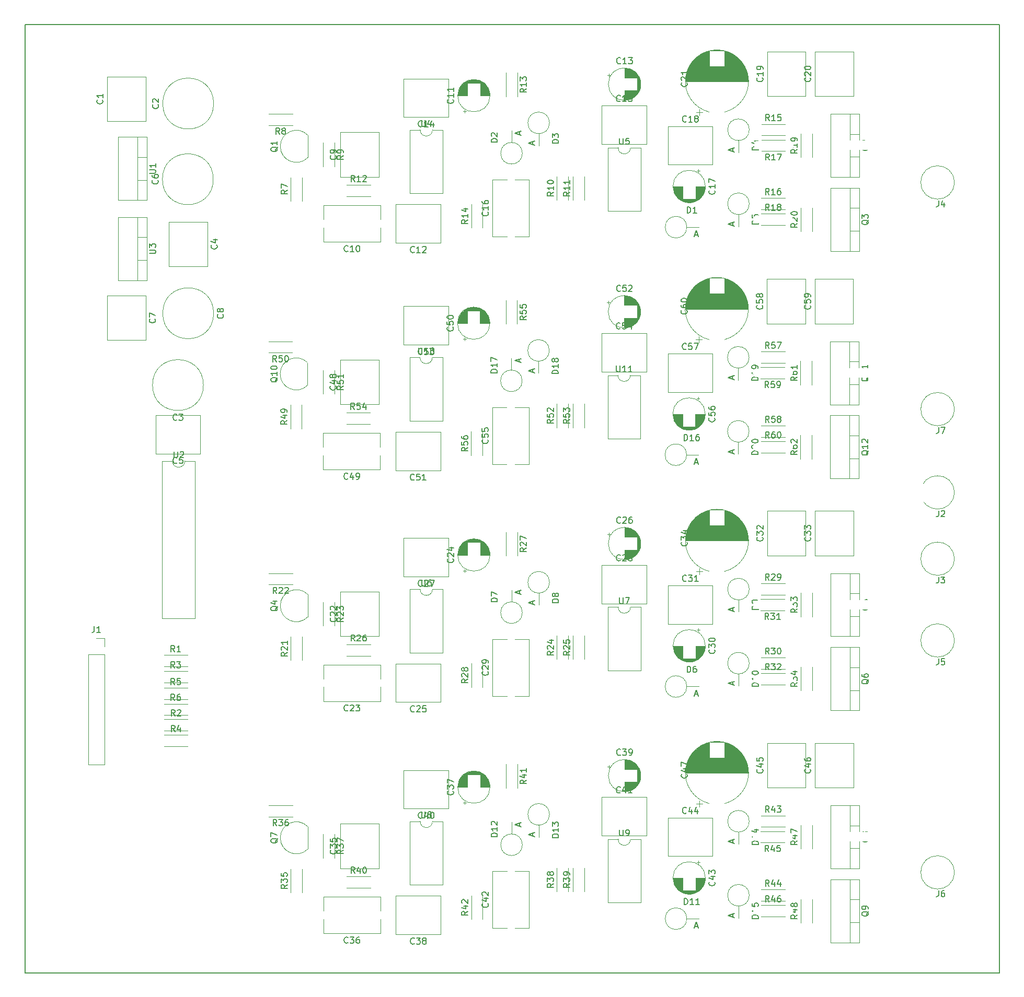
<source format=gbr>
G04 #@! TF.GenerationSoftware,KiCad,Pcbnew,(6.0.11)*
G04 #@! TF.CreationDate,2023-03-10T15:43:48+07:00*
G04 #@! TF.ProjectId,two-phase,74776f2d-7068-4617-9365-2e6b69636164,rev?*
G04 #@! TF.SameCoordinates,Original*
G04 #@! TF.FileFunction,Legend,Top*
G04 #@! TF.FilePolarity,Positive*
%FSLAX46Y46*%
G04 Gerber Fmt 4.6, Leading zero omitted, Abs format (unit mm)*
G04 Created by KiCad (PCBNEW (6.0.11)) date 2023-03-10 15:43:48*
%MOMM*%
%LPD*%
G01*
G04 APERTURE LIST*
G04 #@! TA.AperFunction,Profile*
%ADD10C,0.150000*%
G04 #@! TD*
%ADD11C,0.150000*%
%ADD12C,0.120000*%
%ADD13C,3.000000*%
%ADD14C,1.500000*%
%ADD15R,2.000000X1.905000*%
%ADD16O,2.000000X1.905000*%
%ADD17C,1.600000*%
%ADD18C,1.400000*%
%ADD19O,1.400000X1.400000*%
%ADD20C,4.800000*%
%ADD21R,2.200000X2.200000*%
%ADD22O,2.200000X2.200000*%
%ADD23R,1.600000X1.600000*%
%ADD24O,1.600000X1.600000*%
%ADD25C,8.000000*%
%ADD26R,2.000000X2.000000*%
%ADD27C,2.000000*%
%ADD28O,1.300000X1.300000*%
%ADD29C,1.300000*%
%ADD30R,1.700000X1.700000*%
%ADD31O,1.700000X1.700000*%
G04 APERTURE END LIST*
D10*
X14900000Y-171480000D02*
X172720000Y-171480000D01*
X172720000Y-171480000D02*
X172720000Y-17720000D01*
X172720000Y-17720000D02*
X14900000Y-17720000D01*
X14900000Y-17720000D02*
X14900000Y-171480000D01*
D11*
X151552619Y-86811428D02*
X151505000Y-86906666D01*
X151409761Y-87001904D01*
X151266904Y-87144761D01*
X151219285Y-87240000D01*
X151219285Y-87335238D01*
X151457380Y-87287619D02*
X151409761Y-87382857D01*
X151314523Y-87478095D01*
X151124047Y-87525714D01*
X150790714Y-87525714D01*
X150600238Y-87478095D01*
X150505000Y-87382857D01*
X150457380Y-87287619D01*
X150457380Y-87097142D01*
X150505000Y-87001904D01*
X150600238Y-86906666D01*
X150790714Y-86859047D01*
X151124047Y-86859047D01*
X151314523Y-86906666D01*
X151409761Y-87001904D01*
X151457380Y-87097142D01*
X151457380Y-87287619D01*
X151457380Y-85906666D02*
X151457380Y-86478095D01*
X151457380Y-86192380D02*
X150457380Y-86192380D01*
X150600238Y-86287619D01*
X150695476Y-86382857D01*
X150743095Y-86478095D01*
X150552619Y-85525714D02*
X150505000Y-85478095D01*
X150457380Y-85382857D01*
X150457380Y-85144761D01*
X150505000Y-85049523D01*
X150552619Y-85001904D01*
X150647857Y-84954285D01*
X150743095Y-84954285D01*
X150885952Y-85001904D01*
X151457380Y-85573333D01*
X151457380Y-84954285D01*
X134357142Y-100860534D02*
X134404761Y-100908153D01*
X134452380Y-101051010D01*
X134452380Y-101146248D01*
X134404761Y-101289105D01*
X134309523Y-101384343D01*
X134214285Y-101431962D01*
X134023809Y-101479581D01*
X133880952Y-101479581D01*
X133690476Y-101431962D01*
X133595238Y-101384343D01*
X133500000Y-101289105D01*
X133452380Y-101146248D01*
X133452380Y-101051010D01*
X133500000Y-100908153D01*
X133547619Y-100860534D01*
X133452380Y-100527200D02*
X133452380Y-99908153D01*
X133833333Y-100241486D01*
X133833333Y-100098629D01*
X133880952Y-100003391D01*
X133928571Y-99955772D01*
X134023809Y-99908153D01*
X134261904Y-99908153D01*
X134357142Y-99955772D01*
X134404761Y-100003391D01*
X134452380Y-100098629D01*
X134452380Y-100384343D01*
X134404761Y-100479581D01*
X134357142Y-100527200D01*
X133547619Y-99527200D02*
X133500000Y-99479581D01*
X133452380Y-99384343D01*
X133452380Y-99146248D01*
X133500000Y-99051010D01*
X133547619Y-99003391D01*
X133642857Y-98955772D01*
X133738095Y-98955772D01*
X133880952Y-99003391D01*
X134452380Y-99574819D01*
X134452380Y-98955772D01*
X135457142Y-159982380D02*
X135123809Y-159506190D01*
X134885714Y-159982380D02*
X134885714Y-158982380D01*
X135266666Y-158982380D01*
X135361904Y-159030000D01*
X135409523Y-159077619D01*
X135457142Y-159172857D01*
X135457142Y-159315714D01*
X135409523Y-159410952D01*
X135361904Y-159458571D01*
X135266666Y-159506190D01*
X134885714Y-159506190D01*
X136314285Y-159315714D02*
X136314285Y-159982380D01*
X136076190Y-158934761D02*
X135838095Y-159649047D01*
X136457142Y-159649047D01*
X137266666Y-158982380D02*
X137076190Y-158982380D01*
X136980952Y-159030000D01*
X136933333Y-159077619D01*
X136838095Y-159220476D01*
X136790476Y-159410952D01*
X136790476Y-159791904D01*
X136838095Y-159887142D01*
X136885714Y-159934761D01*
X136980952Y-159982380D01*
X137171428Y-159982380D01*
X137266666Y-159934761D01*
X137314285Y-159887142D01*
X137361904Y-159791904D01*
X137361904Y-159553809D01*
X137314285Y-159458571D01*
X137266666Y-159410952D01*
X137171428Y-159363333D01*
X136980952Y-159363333D01*
X136885714Y-159410952D01*
X136838095Y-159458571D01*
X136790476Y-159553809D01*
X162901666Y-107302380D02*
X162901666Y-108016666D01*
X162854047Y-108159523D01*
X162758809Y-108254761D01*
X162615952Y-108302380D01*
X162520714Y-108302380D01*
X163282619Y-107302380D02*
X163901666Y-107302380D01*
X163568333Y-107683333D01*
X163711190Y-107683333D01*
X163806428Y-107730952D01*
X163854047Y-107778571D01*
X163901666Y-107873809D01*
X163901666Y-108111904D01*
X163854047Y-108207142D01*
X163806428Y-108254761D01*
X163711190Y-108302380D01*
X163425476Y-108302380D01*
X163330238Y-108254761D01*
X163282619Y-108207142D01*
X111342142Y-104594819D02*
X111294523Y-104642438D01*
X111151666Y-104690057D01*
X111056428Y-104690057D01*
X110913571Y-104642438D01*
X110818333Y-104547200D01*
X110770714Y-104451962D01*
X110723095Y-104261486D01*
X110723095Y-104118629D01*
X110770714Y-103928153D01*
X110818333Y-103832915D01*
X110913571Y-103737677D01*
X111056428Y-103690057D01*
X111151666Y-103690057D01*
X111294523Y-103737677D01*
X111342142Y-103785296D01*
X111723095Y-103785296D02*
X111770714Y-103737677D01*
X111865952Y-103690057D01*
X112104047Y-103690057D01*
X112199285Y-103737677D01*
X112246904Y-103785296D01*
X112294523Y-103880534D01*
X112294523Y-103975772D01*
X112246904Y-104118629D01*
X111675476Y-104690057D01*
X112294523Y-104690057D01*
X112865952Y-104118629D02*
X112770714Y-104071010D01*
X112723095Y-104023391D01*
X112675476Y-103928153D01*
X112675476Y-103880534D01*
X112723095Y-103785296D01*
X112770714Y-103737677D01*
X112865952Y-103690057D01*
X113056428Y-103690057D01*
X113151666Y-103737677D01*
X113199285Y-103785296D01*
X113246904Y-103880534D01*
X113246904Y-103928153D01*
X113199285Y-104023391D01*
X113151666Y-104071010D01*
X113056428Y-104118629D01*
X112865952Y-104118629D01*
X112770714Y-104166248D01*
X112723095Y-104213867D01*
X112675476Y-104309105D01*
X112675476Y-104499581D01*
X112723095Y-104594819D01*
X112770714Y-104642438D01*
X112865952Y-104690057D01*
X113056428Y-104690057D01*
X113151666Y-104642438D01*
X113199285Y-104594819D01*
X113246904Y-104499581D01*
X113246904Y-104309105D01*
X113199285Y-104213867D01*
X113151666Y-104166248D01*
X113056428Y-104118629D01*
X142092142Y-100860534D02*
X142139761Y-100908153D01*
X142187380Y-101051010D01*
X142187380Y-101146248D01*
X142139761Y-101289105D01*
X142044523Y-101384343D01*
X141949285Y-101431962D01*
X141758809Y-101479581D01*
X141615952Y-101479581D01*
X141425476Y-101431962D01*
X141330238Y-101384343D01*
X141235000Y-101289105D01*
X141187380Y-101146248D01*
X141187380Y-101051010D01*
X141235000Y-100908153D01*
X141282619Y-100860534D01*
X141187380Y-100527200D02*
X141187380Y-99908153D01*
X141568333Y-100241486D01*
X141568333Y-100098629D01*
X141615952Y-100003391D01*
X141663571Y-99955772D01*
X141758809Y-99908153D01*
X141996904Y-99908153D01*
X142092142Y-99955772D01*
X142139761Y-100003391D01*
X142187380Y-100098629D01*
X142187380Y-100384343D01*
X142139761Y-100479581D01*
X142092142Y-100527200D01*
X141187380Y-99574819D02*
X141187380Y-98955772D01*
X141568333Y-99289105D01*
X141568333Y-99146248D01*
X141615952Y-99051010D01*
X141663571Y-99003391D01*
X141758809Y-98955772D01*
X141996904Y-98955772D01*
X142092142Y-99003391D01*
X142139761Y-99051010D01*
X142187380Y-99146248D01*
X142187380Y-99431962D01*
X142139761Y-99527200D01*
X142092142Y-99574819D01*
X122169834Y-122769422D02*
X122169834Y-121769422D01*
X122407930Y-121769422D01*
X122550787Y-121817042D01*
X122646025Y-121912280D01*
X122693644Y-122007518D01*
X122741263Y-122197994D01*
X122741263Y-122340851D01*
X122693644Y-122531327D01*
X122646025Y-122626565D01*
X122550787Y-122721803D01*
X122407930Y-122769422D01*
X122169834Y-122769422D01*
X123598406Y-121769422D02*
X123407930Y-121769422D01*
X123312691Y-121817042D01*
X123265072Y-121864661D01*
X123169834Y-122007518D01*
X123122215Y-122197994D01*
X123122215Y-122578946D01*
X123169834Y-122674184D01*
X123217453Y-122721803D01*
X123312691Y-122769422D01*
X123503168Y-122769422D01*
X123598406Y-122721803D01*
X123646025Y-122674184D01*
X123693644Y-122578946D01*
X123693644Y-122340851D01*
X123646025Y-122245613D01*
X123598406Y-122197994D01*
X123503168Y-122150375D01*
X123312691Y-122150375D01*
X123217453Y-122197994D01*
X123169834Y-122245613D01*
X123122215Y-122340851D01*
X123409834Y-126334343D02*
X123886025Y-126334343D01*
X123314596Y-126620057D02*
X123647930Y-125620057D01*
X123981263Y-126620057D01*
X57407380Y-119550534D02*
X56931190Y-119883867D01*
X57407380Y-120121962D02*
X56407380Y-120121962D01*
X56407380Y-119741010D01*
X56455000Y-119645772D01*
X56502619Y-119598153D01*
X56597857Y-119550534D01*
X56740714Y-119550534D01*
X56835952Y-119598153D01*
X56883571Y-119645772D01*
X56931190Y-119741010D01*
X56931190Y-120121962D01*
X56502619Y-119169581D02*
X56455000Y-119121962D01*
X56407380Y-119026724D01*
X56407380Y-118788629D01*
X56455000Y-118693391D01*
X56502619Y-118645772D01*
X56597857Y-118598153D01*
X56693095Y-118598153D01*
X56835952Y-118645772D01*
X57407380Y-119217200D01*
X57407380Y-118598153D01*
X57407380Y-117645772D02*
X57407380Y-118217200D01*
X57407380Y-117931486D02*
X56407380Y-117931486D01*
X56550238Y-118026724D01*
X56645476Y-118121962D01*
X56693095Y-118217200D01*
X100507380Y-81802857D02*
X100031190Y-82136190D01*
X100507380Y-82374285D02*
X99507380Y-82374285D01*
X99507380Y-81993333D01*
X99555000Y-81898095D01*
X99602619Y-81850476D01*
X99697857Y-81802857D01*
X99840714Y-81802857D01*
X99935952Y-81850476D01*
X99983571Y-81898095D01*
X100031190Y-81993333D01*
X100031190Y-82374285D01*
X99507380Y-80898095D02*
X99507380Y-81374285D01*
X99983571Y-81421904D01*
X99935952Y-81374285D01*
X99888333Y-81279047D01*
X99888333Y-81040952D01*
X99935952Y-80945714D01*
X99983571Y-80898095D01*
X100078809Y-80850476D01*
X100316904Y-80850476D01*
X100412142Y-80898095D01*
X100459761Y-80945714D01*
X100507380Y-81040952D01*
X100507380Y-81279047D01*
X100459761Y-81374285D01*
X100412142Y-81421904D01*
X99602619Y-80469523D02*
X99555000Y-80421904D01*
X99507380Y-80326666D01*
X99507380Y-80088571D01*
X99555000Y-79993333D01*
X99602619Y-79945714D01*
X99697857Y-79898095D01*
X99793095Y-79898095D01*
X99935952Y-79945714D01*
X100507380Y-80517142D01*
X100507380Y-79898095D01*
X89882142Y-48162857D02*
X89929761Y-48210476D01*
X89977380Y-48353333D01*
X89977380Y-48448571D01*
X89929761Y-48591428D01*
X89834523Y-48686666D01*
X89739285Y-48734285D01*
X89548809Y-48781904D01*
X89405952Y-48781904D01*
X89215476Y-48734285D01*
X89120238Y-48686666D01*
X89025000Y-48591428D01*
X88977380Y-48448571D01*
X88977380Y-48353333D01*
X89025000Y-48210476D01*
X89072619Y-48162857D01*
X89977380Y-47210476D02*
X89977380Y-47781904D01*
X89977380Y-47496190D02*
X88977380Y-47496190D01*
X89120238Y-47591428D01*
X89215476Y-47686666D01*
X89263095Y-47781904D01*
X88977380Y-46353333D02*
X88977380Y-46543809D01*
X89025000Y-46639047D01*
X89072619Y-46686666D01*
X89215476Y-46781904D01*
X89405952Y-46829523D01*
X89786904Y-46829523D01*
X89882142Y-46781904D01*
X89929761Y-46734285D01*
X89977380Y-46639047D01*
X89977380Y-46448571D01*
X89929761Y-46353333D01*
X89882142Y-46305714D01*
X89786904Y-46258095D01*
X89548809Y-46258095D01*
X89453571Y-46305714D01*
X89405952Y-46353333D01*
X89358333Y-46448571D01*
X89358333Y-46639047D01*
X89405952Y-46734285D01*
X89453571Y-46781904D01*
X89548809Y-46829523D01*
X121668644Y-85191745D02*
X121668644Y-84191745D01*
X121906739Y-84191745D01*
X122049596Y-84239365D01*
X122144834Y-84334603D01*
X122192453Y-84429841D01*
X122240072Y-84620317D01*
X122240072Y-84763174D01*
X122192453Y-84953650D01*
X122144834Y-85048888D01*
X122049596Y-85144126D01*
X121906739Y-85191745D01*
X121668644Y-85191745D01*
X123192453Y-85191745D02*
X122621025Y-85191745D01*
X122906739Y-85191745D02*
X122906739Y-84191745D01*
X122811501Y-84334603D01*
X122716263Y-84429841D01*
X122621025Y-84477460D01*
X124049596Y-84191745D02*
X123859120Y-84191745D01*
X123763882Y-84239365D01*
X123716263Y-84286984D01*
X123621025Y-84429841D01*
X123573406Y-84620317D01*
X123573406Y-85001269D01*
X123621025Y-85096507D01*
X123668644Y-85144126D01*
X123763882Y-85191745D01*
X123954358Y-85191745D01*
X124049596Y-85144126D01*
X124097215Y-85096507D01*
X124144834Y-85001269D01*
X124144834Y-84763174D01*
X124097215Y-84667936D01*
X124049596Y-84620317D01*
X123954358Y-84572698D01*
X123763882Y-84572698D01*
X123668644Y-84620317D01*
X123621025Y-84667936D01*
X123573406Y-84763174D01*
X123384834Y-88756666D02*
X123861025Y-88756666D01*
X123289596Y-89042380D02*
X123622930Y-88042380D01*
X123956263Y-89042380D01*
X91426745Y-36820278D02*
X90426745Y-36820278D01*
X90426745Y-36582183D01*
X90474365Y-36439325D01*
X90569603Y-36344087D01*
X90664841Y-36296468D01*
X90855317Y-36248849D01*
X90998174Y-36248849D01*
X91188650Y-36296468D01*
X91283888Y-36344087D01*
X91379126Y-36439325D01*
X91426745Y-36582183D01*
X91426745Y-36820278D01*
X90521984Y-35867897D02*
X90474365Y-35820278D01*
X90426745Y-35725040D01*
X90426745Y-35486944D01*
X90474365Y-35391706D01*
X90521984Y-35344087D01*
X90617222Y-35296468D01*
X90712460Y-35296468D01*
X90855317Y-35344087D01*
X91426745Y-35915516D01*
X91426745Y-35296468D01*
X94991666Y-35580278D02*
X94991666Y-35104087D01*
X95277380Y-35675516D02*
X94277380Y-35342183D01*
X95277380Y-35008849D01*
X77982142Y-54627142D02*
X77934523Y-54674761D01*
X77791666Y-54722380D01*
X77696428Y-54722380D01*
X77553571Y-54674761D01*
X77458333Y-54579523D01*
X77410714Y-54484285D01*
X77363095Y-54293809D01*
X77363095Y-54150952D01*
X77410714Y-53960476D01*
X77458333Y-53865238D01*
X77553571Y-53770000D01*
X77696428Y-53722380D01*
X77791666Y-53722380D01*
X77934523Y-53770000D01*
X77982142Y-53817619D01*
X78934523Y-54722380D02*
X78363095Y-54722380D01*
X78648809Y-54722380D02*
X78648809Y-53722380D01*
X78553571Y-53865238D01*
X78458333Y-53960476D01*
X78363095Y-54008095D01*
X79315476Y-53817619D02*
X79363095Y-53770000D01*
X79458333Y-53722380D01*
X79696428Y-53722380D01*
X79791666Y-53770000D01*
X79839285Y-53817619D01*
X79886904Y-53912857D01*
X79886904Y-54008095D01*
X79839285Y-54150952D01*
X79267857Y-54722380D01*
X79886904Y-54722380D01*
X79163095Y-107750057D02*
X79163095Y-108559581D01*
X79210714Y-108654819D01*
X79258333Y-108702438D01*
X79353571Y-108750057D01*
X79544047Y-108750057D01*
X79639285Y-108702438D01*
X79686904Y-108654819D01*
X79734523Y-108559581D01*
X79734523Y-107750057D01*
X80639285Y-107750057D02*
X80448809Y-107750057D01*
X80353571Y-107797677D01*
X80305952Y-107845296D01*
X80210714Y-107988153D01*
X80163095Y-108178629D01*
X80163095Y-108559581D01*
X80210714Y-108654819D01*
X80258333Y-108702438D01*
X80353571Y-108750057D01*
X80544047Y-108750057D01*
X80639285Y-108702438D01*
X80686904Y-108654819D01*
X80734523Y-108559581D01*
X80734523Y-108321486D01*
X80686904Y-108226248D01*
X80639285Y-108178629D01*
X80544047Y-108131010D01*
X80353571Y-108131010D01*
X80258333Y-108178629D01*
X80210714Y-108226248D01*
X80163095Y-108321486D01*
X135457142Y-45332380D02*
X135123809Y-44856190D01*
X134885714Y-45332380D02*
X134885714Y-44332380D01*
X135266666Y-44332380D01*
X135361904Y-44380000D01*
X135409523Y-44427619D01*
X135457142Y-44522857D01*
X135457142Y-44665714D01*
X135409523Y-44760952D01*
X135361904Y-44808571D01*
X135266666Y-44856190D01*
X134885714Y-44856190D01*
X136409523Y-45332380D02*
X135838095Y-45332380D01*
X136123809Y-45332380D02*
X136123809Y-44332380D01*
X136028571Y-44475238D01*
X135933333Y-44570476D01*
X135838095Y-44618095D01*
X137266666Y-44332380D02*
X137076190Y-44332380D01*
X136980952Y-44380000D01*
X136933333Y-44427619D01*
X136838095Y-44570476D01*
X136790476Y-44760952D01*
X136790476Y-45141904D01*
X136838095Y-45237142D01*
X136885714Y-45284761D01*
X136980952Y-45332380D01*
X137171428Y-45332380D01*
X137266666Y-45284761D01*
X137314285Y-45237142D01*
X137361904Y-45141904D01*
X137361904Y-44903809D01*
X137314285Y-44808571D01*
X137266666Y-44760952D01*
X137171428Y-44713333D01*
X136980952Y-44713333D01*
X136885714Y-44760952D01*
X136838095Y-44808571D01*
X136790476Y-44903809D01*
X79252142Y-108724819D02*
X79204523Y-108772438D01*
X79061666Y-108820057D01*
X78966428Y-108820057D01*
X78823571Y-108772438D01*
X78728333Y-108677200D01*
X78680714Y-108581962D01*
X78633095Y-108391486D01*
X78633095Y-108248629D01*
X78680714Y-108058153D01*
X78728333Y-107962915D01*
X78823571Y-107867677D01*
X78966428Y-107820057D01*
X79061666Y-107820057D01*
X79204523Y-107867677D01*
X79252142Y-107915296D01*
X79633095Y-107915296D02*
X79680714Y-107867677D01*
X79775952Y-107820057D01*
X80014047Y-107820057D01*
X80109285Y-107867677D01*
X80156904Y-107915296D01*
X80204523Y-108010534D01*
X80204523Y-108105772D01*
X80156904Y-108248629D01*
X79585476Y-108820057D01*
X80204523Y-108820057D01*
X80537857Y-107820057D02*
X81204523Y-107820057D01*
X80775952Y-108820057D01*
X55692142Y-147622380D02*
X55358809Y-147146190D01*
X55120714Y-147622380D02*
X55120714Y-146622380D01*
X55501666Y-146622380D01*
X55596904Y-146670000D01*
X55644523Y-146717619D01*
X55692142Y-146812857D01*
X55692142Y-146955714D01*
X55644523Y-147050952D01*
X55596904Y-147098571D01*
X55501666Y-147146190D01*
X55120714Y-147146190D01*
X56025476Y-146622380D02*
X56644523Y-146622380D01*
X56311190Y-147003333D01*
X56454047Y-147003333D01*
X56549285Y-147050952D01*
X56596904Y-147098571D01*
X56644523Y-147193809D01*
X56644523Y-147431904D01*
X56596904Y-147527142D01*
X56549285Y-147574761D01*
X56454047Y-147622380D01*
X56168333Y-147622380D01*
X56073095Y-147574761D01*
X56025476Y-147527142D01*
X57501666Y-146622380D02*
X57311190Y-146622380D01*
X57215952Y-146670000D01*
X57168333Y-146717619D01*
X57073095Y-146860476D01*
X57025476Y-147050952D01*
X57025476Y-147431904D01*
X57073095Y-147527142D01*
X57120714Y-147574761D01*
X57215952Y-147622380D01*
X57406428Y-147622380D01*
X57501666Y-147574761D01*
X57549285Y-147527142D01*
X57596904Y-147431904D01*
X57596904Y-147193809D01*
X57549285Y-147098571D01*
X57501666Y-147050952D01*
X57406428Y-147003333D01*
X57215952Y-147003333D01*
X57120714Y-147050952D01*
X57073095Y-147098571D01*
X57025476Y-147193809D01*
X126607142Y-119110534D02*
X126654761Y-119158153D01*
X126702380Y-119301010D01*
X126702380Y-119396248D01*
X126654761Y-119539105D01*
X126559523Y-119634343D01*
X126464285Y-119681962D01*
X126273809Y-119729581D01*
X126130952Y-119729581D01*
X125940476Y-119681962D01*
X125845238Y-119634343D01*
X125750000Y-119539105D01*
X125702380Y-119396248D01*
X125702380Y-119301010D01*
X125750000Y-119158153D01*
X125797619Y-119110534D01*
X125702380Y-118777200D02*
X125702380Y-118158153D01*
X126083333Y-118491486D01*
X126083333Y-118348629D01*
X126130952Y-118253391D01*
X126178571Y-118205772D01*
X126273809Y-118158153D01*
X126511904Y-118158153D01*
X126607142Y-118205772D01*
X126654761Y-118253391D01*
X126702380Y-118348629D01*
X126702380Y-118634343D01*
X126654761Y-118729581D01*
X126607142Y-118777200D01*
X125702380Y-117539105D02*
X125702380Y-117443867D01*
X125750000Y-117348629D01*
X125797619Y-117301010D01*
X125892857Y-117253391D01*
X126083333Y-117205772D01*
X126321428Y-117205772D01*
X126511904Y-117253391D01*
X126607142Y-117301010D01*
X126654761Y-117348629D01*
X126702380Y-117443867D01*
X126702380Y-117539105D01*
X126654761Y-117634343D01*
X126607142Y-117681962D01*
X126511904Y-117729581D01*
X126321428Y-117777200D01*
X126083333Y-117777200D01*
X125892857Y-117729581D01*
X125797619Y-117681962D01*
X125750000Y-117634343D01*
X125702380Y-117539105D01*
X162901666Y-96552380D02*
X162901666Y-97266666D01*
X162854047Y-97409523D01*
X162758809Y-97504761D01*
X162615952Y-97552380D01*
X162520714Y-97552380D01*
X163330238Y-96647619D02*
X163377857Y-96600000D01*
X163473095Y-96552380D01*
X163711190Y-96552380D01*
X163806428Y-96600000D01*
X163854047Y-96647619D01*
X163901666Y-96742857D01*
X163901666Y-96838095D01*
X163854047Y-96980952D01*
X163282619Y-97552380D01*
X163901666Y-97552380D01*
X142092142Y-138492857D02*
X142139761Y-138540476D01*
X142187380Y-138683333D01*
X142187380Y-138778571D01*
X142139761Y-138921428D01*
X142044523Y-139016666D01*
X141949285Y-139064285D01*
X141758809Y-139111904D01*
X141615952Y-139111904D01*
X141425476Y-139064285D01*
X141330238Y-139016666D01*
X141235000Y-138921428D01*
X141187380Y-138778571D01*
X141187380Y-138683333D01*
X141235000Y-138540476D01*
X141282619Y-138492857D01*
X141520714Y-137635714D02*
X142187380Y-137635714D01*
X141139761Y-137873809D02*
X141854047Y-138111904D01*
X141854047Y-137492857D01*
X141187380Y-136683333D02*
X141187380Y-136873809D01*
X141235000Y-136969047D01*
X141282619Y-137016666D01*
X141425476Y-137111904D01*
X141615952Y-137159523D01*
X141996904Y-137159523D01*
X142092142Y-137111904D01*
X142139761Y-137064285D01*
X142187380Y-136969047D01*
X142187380Y-136778571D01*
X142139761Y-136683333D01*
X142092142Y-136635714D01*
X141996904Y-136588095D01*
X141758809Y-136588095D01*
X141663571Y-136635714D01*
X141615952Y-136683333D01*
X141568333Y-136778571D01*
X141568333Y-136969047D01*
X141615952Y-137064285D01*
X141663571Y-137111904D01*
X141758809Y-137159523D01*
X35962142Y-65476666D02*
X36009761Y-65524285D01*
X36057380Y-65667142D01*
X36057380Y-65762380D01*
X36009761Y-65905238D01*
X35914523Y-66000476D01*
X35819285Y-66048095D01*
X35628809Y-66095714D01*
X35485952Y-66095714D01*
X35295476Y-66048095D01*
X35200238Y-66000476D01*
X35105000Y-65905238D01*
X35057380Y-65762380D01*
X35057380Y-65667142D01*
X35105000Y-65524285D01*
X35152619Y-65476666D01*
X35057380Y-65143333D02*
X35057380Y-64476666D01*
X36057380Y-64905238D01*
X100532380Y-44912857D02*
X100056190Y-45246190D01*
X100532380Y-45484285D02*
X99532380Y-45484285D01*
X99532380Y-45103333D01*
X99580000Y-45008095D01*
X99627619Y-44960476D01*
X99722857Y-44912857D01*
X99865714Y-44912857D01*
X99960952Y-44960476D01*
X100008571Y-45008095D01*
X100056190Y-45103333D01*
X100056190Y-45484285D01*
X100532380Y-43960476D02*
X100532380Y-44531904D01*
X100532380Y-44246190D02*
X99532380Y-44246190D01*
X99675238Y-44341428D01*
X99770476Y-44436666D01*
X99818095Y-44531904D01*
X99532380Y-43341428D02*
X99532380Y-43246190D01*
X99580000Y-43150952D01*
X99627619Y-43103333D01*
X99722857Y-43055714D01*
X99913333Y-43008095D01*
X100151428Y-43008095D01*
X100341904Y-43055714D01*
X100437142Y-43103333D01*
X100484761Y-43150952D01*
X100532380Y-43246190D01*
X100532380Y-43341428D01*
X100484761Y-43436666D01*
X100437142Y-43484285D01*
X100341904Y-43531904D01*
X100151428Y-43579523D01*
X99913333Y-43579523D01*
X99722857Y-43531904D01*
X99627619Y-43484285D01*
X99580000Y-43436666D01*
X99532380Y-43341428D01*
X65252142Y-38996666D02*
X65299761Y-39044285D01*
X65347380Y-39187142D01*
X65347380Y-39282380D01*
X65299761Y-39425238D01*
X65204523Y-39520476D01*
X65109285Y-39568095D01*
X64918809Y-39615714D01*
X64775952Y-39615714D01*
X64585476Y-39568095D01*
X64490238Y-39520476D01*
X64395000Y-39425238D01*
X64347380Y-39282380D01*
X64347380Y-39187142D01*
X64395000Y-39044285D01*
X64442619Y-38996666D01*
X65347380Y-38520476D02*
X65347380Y-38330000D01*
X65299761Y-38234761D01*
X65252142Y-38187142D01*
X65109285Y-38091904D01*
X64918809Y-38044285D01*
X64537857Y-38044285D01*
X64442619Y-38091904D01*
X64395000Y-38139523D01*
X64347380Y-38234761D01*
X64347380Y-38425238D01*
X64395000Y-38520476D01*
X64442619Y-38568095D01*
X64537857Y-38615714D01*
X64775952Y-38615714D01*
X64871190Y-38568095D01*
X64918809Y-38520476D01*
X64966428Y-38425238D01*
X64966428Y-38234761D01*
X64918809Y-38139523D01*
X64871190Y-38091904D01*
X64775952Y-38044285D01*
X103157380Y-44912857D02*
X102681190Y-45246190D01*
X103157380Y-45484285D02*
X102157380Y-45484285D01*
X102157380Y-45103333D01*
X102205000Y-45008095D01*
X102252619Y-44960476D01*
X102347857Y-44912857D01*
X102490714Y-44912857D01*
X102585952Y-44960476D01*
X102633571Y-45008095D01*
X102681190Y-45103333D01*
X102681190Y-45484285D01*
X103157380Y-43960476D02*
X103157380Y-44531904D01*
X103157380Y-44246190D02*
X102157380Y-44246190D01*
X102300238Y-44341428D01*
X102395476Y-44436666D01*
X102443095Y-44531904D01*
X103157380Y-43008095D02*
X103157380Y-43579523D01*
X103157380Y-43293809D02*
X102157380Y-43293809D01*
X102300238Y-43389047D01*
X102395476Y-43484285D01*
X102443095Y-43579523D01*
X162901666Y-120552380D02*
X162901666Y-121266666D01*
X162854047Y-121409523D01*
X162758809Y-121504761D01*
X162615952Y-121552380D01*
X162520714Y-121552380D01*
X163854047Y-120552380D02*
X163377857Y-120552380D01*
X163330238Y-121028571D01*
X163377857Y-120980952D01*
X163473095Y-120933333D01*
X163711190Y-120933333D01*
X163806428Y-120980952D01*
X163854047Y-121028571D01*
X163901666Y-121123809D01*
X163901666Y-121361904D01*
X163854047Y-121457142D01*
X163806428Y-121504761D01*
X163711190Y-121552380D01*
X163473095Y-121552380D01*
X163377857Y-121504761D01*
X163330238Y-121457142D01*
X86657380Y-161512857D02*
X86181190Y-161846190D01*
X86657380Y-162084285D02*
X85657380Y-162084285D01*
X85657380Y-161703333D01*
X85705000Y-161608095D01*
X85752619Y-161560476D01*
X85847857Y-161512857D01*
X85990714Y-161512857D01*
X86085952Y-161560476D01*
X86133571Y-161608095D01*
X86181190Y-161703333D01*
X86181190Y-162084285D01*
X85990714Y-160655714D02*
X86657380Y-160655714D01*
X85609761Y-160893809D02*
X86324047Y-161131904D01*
X86324047Y-160512857D01*
X85752619Y-160179523D02*
X85705000Y-160131904D01*
X85657380Y-160036666D01*
X85657380Y-159798571D01*
X85705000Y-159703333D01*
X85752619Y-159655714D01*
X85847857Y-159608095D01*
X85943095Y-159608095D01*
X86085952Y-159655714D01*
X86657380Y-160227142D01*
X86657380Y-159608095D01*
X77982142Y-166727142D02*
X77934523Y-166774761D01*
X77791666Y-166822380D01*
X77696428Y-166822380D01*
X77553571Y-166774761D01*
X77458333Y-166679523D01*
X77410714Y-166584285D01*
X77363095Y-166393809D01*
X77363095Y-166250952D01*
X77410714Y-166060476D01*
X77458333Y-165965238D01*
X77553571Y-165870000D01*
X77696428Y-165822380D01*
X77791666Y-165822380D01*
X77934523Y-165870000D01*
X77982142Y-165917619D01*
X78315476Y-165822380D02*
X78934523Y-165822380D01*
X78601190Y-166203333D01*
X78744047Y-166203333D01*
X78839285Y-166250952D01*
X78886904Y-166298571D01*
X78934523Y-166393809D01*
X78934523Y-166631904D01*
X78886904Y-166727142D01*
X78839285Y-166774761D01*
X78744047Y-166822380D01*
X78458333Y-166822380D01*
X78363095Y-166774761D01*
X78315476Y-166727142D01*
X79505952Y-166250952D02*
X79410714Y-166203333D01*
X79363095Y-166155714D01*
X79315476Y-166060476D01*
X79315476Y-166012857D01*
X79363095Y-165917619D01*
X79410714Y-165870000D01*
X79505952Y-165822380D01*
X79696428Y-165822380D01*
X79791666Y-165870000D01*
X79839285Y-165917619D01*
X79886904Y-166012857D01*
X79886904Y-166060476D01*
X79839285Y-166155714D01*
X79791666Y-166203333D01*
X79696428Y-166250952D01*
X79505952Y-166250952D01*
X79410714Y-166298571D01*
X79363095Y-166346190D01*
X79315476Y-166441428D01*
X79315476Y-166631904D01*
X79363095Y-166727142D01*
X79410714Y-166774761D01*
X79505952Y-166822380D01*
X79696428Y-166822380D01*
X79791666Y-166774761D01*
X79839285Y-166727142D01*
X79886904Y-166631904D01*
X79886904Y-166441428D01*
X79839285Y-166346190D01*
X79791666Y-166298571D01*
X79696428Y-166250952D01*
X135497142Y-39722380D02*
X135163809Y-39246190D01*
X134925714Y-39722380D02*
X134925714Y-38722380D01*
X135306666Y-38722380D01*
X135401904Y-38770000D01*
X135449523Y-38817619D01*
X135497142Y-38912857D01*
X135497142Y-39055714D01*
X135449523Y-39150952D01*
X135401904Y-39198571D01*
X135306666Y-39246190D01*
X134925714Y-39246190D01*
X136449523Y-39722380D02*
X135878095Y-39722380D01*
X136163809Y-39722380D02*
X136163809Y-38722380D01*
X136068571Y-38865238D01*
X135973333Y-38960476D01*
X135878095Y-39008095D01*
X136782857Y-38722380D02*
X137449523Y-38722380D01*
X137020952Y-39722380D01*
X101328015Y-149552103D02*
X100328015Y-149552103D01*
X100328015Y-149314008D01*
X100375635Y-149171151D01*
X100470873Y-149075913D01*
X100566111Y-149028294D01*
X100756587Y-148980675D01*
X100899444Y-148980675D01*
X101089920Y-149028294D01*
X101185158Y-149075913D01*
X101280396Y-149171151D01*
X101328015Y-149314008D01*
X101328015Y-149552103D01*
X101328015Y-148028294D02*
X101328015Y-148599722D01*
X101328015Y-148314008D02*
X100328015Y-148314008D01*
X100470873Y-148409246D01*
X100566111Y-148504484D01*
X100613730Y-148599722D01*
X100328015Y-147694960D02*
X100328015Y-147075913D01*
X100708968Y-147409246D01*
X100708968Y-147266389D01*
X100756587Y-147171151D01*
X100804206Y-147123532D01*
X100899444Y-147075913D01*
X101137539Y-147075913D01*
X101232777Y-147123532D01*
X101280396Y-147171151D01*
X101328015Y-147266389D01*
X101328015Y-147552103D01*
X101280396Y-147647341D01*
X101232777Y-147694960D01*
X97191666Y-149315913D02*
X97191666Y-148839722D01*
X97477380Y-149411151D02*
X96477380Y-149077818D01*
X97477380Y-148744484D01*
X111342142Y-142227142D02*
X111294523Y-142274761D01*
X111151666Y-142322380D01*
X111056428Y-142322380D01*
X110913571Y-142274761D01*
X110818333Y-142179523D01*
X110770714Y-142084285D01*
X110723095Y-141893809D01*
X110723095Y-141750952D01*
X110770714Y-141560476D01*
X110818333Y-141465238D01*
X110913571Y-141370000D01*
X111056428Y-141322380D01*
X111151666Y-141322380D01*
X111294523Y-141370000D01*
X111342142Y-141417619D01*
X112199285Y-141655714D02*
X112199285Y-142322380D01*
X111961190Y-141274761D02*
X111723095Y-141989047D01*
X112342142Y-141989047D01*
X113246904Y-142322380D02*
X112675476Y-142322380D01*
X112961190Y-142322380D02*
X112961190Y-141322380D01*
X112865952Y-141465238D01*
X112770714Y-141560476D01*
X112675476Y-141608095D01*
X68322142Y-155332380D02*
X67988809Y-154856190D01*
X67750714Y-155332380D02*
X67750714Y-154332380D01*
X68131666Y-154332380D01*
X68226904Y-154380000D01*
X68274523Y-154427619D01*
X68322142Y-154522857D01*
X68322142Y-154665714D01*
X68274523Y-154760952D01*
X68226904Y-154808571D01*
X68131666Y-154856190D01*
X67750714Y-154856190D01*
X69179285Y-154665714D02*
X69179285Y-155332380D01*
X68941190Y-154284761D02*
X68703095Y-154999047D01*
X69322142Y-154999047D01*
X69893571Y-154332380D02*
X69988809Y-154332380D01*
X70084047Y-154380000D01*
X70131666Y-154427619D01*
X70179285Y-154522857D01*
X70226904Y-154713333D01*
X70226904Y-154951428D01*
X70179285Y-155141904D01*
X70131666Y-155237142D01*
X70084047Y-155284761D01*
X69988809Y-155332380D01*
X69893571Y-155332380D01*
X69798333Y-155284761D01*
X69750714Y-155237142D01*
X69703095Y-155141904D01*
X69655476Y-154951428D01*
X69655476Y-154713333D01*
X69703095Y-154522857D01*
X69750714Y-154427619D01*
X69798333Y-154380000D01*
X69893571Y-154332380D01*
X140017380Y-37992857D02*
X139541190Y-38326190D01*
X140017380Y-38564285D02*
X139017380Y-38564285D01*
X139017380Y-38183333D01*
X139065000Y-38088095D01*
X139112619Y-38040476D01*
X139207857Y-37992857D01*
X139350714Y-37992857D01*
X139445952Y-38040476D01*
X139493571Y-38088095D01*
X139541190Y-38183333D01*
X139541190Y-38564285D01*
X140017380Y-37040476D02*
X140017380Y-37611904D01*
X140017380Y-37326190D02*
X139017380Y-37326190D01*
X139160238Y-37421428D01*
X139255476Y-37516666D01*
X139303095Y-37611904D01*
X140017380Y-36564285D02*
X140017380Y-36373809D01*
X139969761Y-36278571D01*
X139922142Y-36230952D01*
X139779285Y-36135714D01*
X139588809Y-36088095D01*
X139207857Y-36088095D01*
X139112619Y-36135714D01*
X139065000Y-36183333D01*
X139017380Y-36278571D01*
X139017380Y-36469047D01*
X139065000Y-36564285D01*
X139112619Y-36611904D01*
X139207857Y-36659523D01*
X139445952Y-36659523D01*
X139541190Y-36611904D01*
X139588809Y-36564285D01*
X139636428Y-36469047D01*
X139636428Y-36278571D01*
X139588809Y-36183333D01*
X139541190Y-36135714D01*
X139445952Y-36088095D01*
X27462142Y-29976666D02*
X27509761Y-30024285D01*
X27557380Y-30167142D01*
X27557380Y-30262380D01*
X27509761Y-30405238D01*
X27414523Y-30500476D01*
X27319285Y-30548095D01*
X27128809Y-30595714D01*
X26985952Y-30595714D01*
X26795476Y-30548095D01*
X26700238Y-30500476D01*
X26605000Y-30405238D01*
X26557380Y-30262380D01*
X26557380Y-30167142D01*
X26605000Y-30024285D01*
X26652619Y-29976666D01*
X27557380Y-29024285D02*
X27557380Y-29595714D01*
X27557380Y-29310000D02*
X26557380Y-29310000D01*
X26700238Y-29405238D01*
X26795476Y-29500476D01*
X26843095Y-29595714D01*
X84232142Y-142012857D02*
X84279761Y-142060476D01*
X84327380Y-142203333D01*
X84327380Y-142298571D01*
X84279761Y-142441428D01*
X84184523Y-142536666D01*
X84089285Y-142584285D01*
X83898809Y-142631904D01*
X83755952Y-142631904D01*
X83565476Y-142584285D01*
X83470238Y-142536666D01*
X83375000Y-142441428D01*
X83327380Y-142298571D01*
X83327380Y-142203333D01*
X83375000Y-142060476D01*
X83422619Y-142012857D01*
X83327380Y-141679523D02*
X83327380Y-141060476D01*
X83708333Y-141393809D01*
X83708333Y-141250952D01*
X83755952Y-141155714D01*
X83803571Y-141108095D01*
X83898809Y-141060476D01*
X84136904Y-141060476D01*
X84232142Y-141108095D01*
X84279761Y-141155714D01*
X84327380Y-141250952D01*
X84327380Y-141536666D01*
X84279761Y-141631904D01*
X84232142Y-141679523D01*
X83327380Y-140727142D02*
X83327380Y-140060476D01*
X84327380Y-140489047D01*
X96097380Y-65032857D02*
X95621190Y-65366190D01*
X96097380Y-65604285D02*
X95097380Y-65604285D01*
X95097380Y-65223333D01*
X95145000Y-65128095D01*
X95192619Y-65080476D01*
X95287857Y-65032857D01*
X95430714Y-65032857D01*
X95525952Y-65080476D01*
X95573571Y-65128095D01*
X95621190Y-65223333D01*
X95621190Y-65604285D01*
X95097380Y-64128095D02*
X95097380Y-64604285D01*
X95573571Y-64651904D01*
X95525952Y-64604285D01*
X95478333Y-64509047D01*
X95478333Y-64270952D01*
X95525952Y-64175714D01*
X95573571Y-64128095D01*
X95668809Y-64080476D01*
X95906904Y-64080476D01*
X96002142Y-64128095D01*
X96049761Y-64175714D01*
X96097380Y-64270952D01*
X96097380Y-64509047D01*
X96049761Y-64604285D01*
X96002142Y-64651904D01*
X95097380Y-63175714D02*
X95097380Y-63651904D01*
X95573571Y-63699523D01*
X95525952Y-63651904D01*
X95478333Y-63556666D01*
X95478333Y-63318571D01*
X95525952Y-63223333D01*
X95573571Y-63175714D01*
X95668809Y-63128095D01*
X95906904Y-63128095D01*
X96002142Y-63175714D01*
X96049761Y-63223333D01*
X96097380Y-63318571D01*
X96097380Y-63556666D01*
X96049761Y-63651904D01*
X96002142Y-63699523D01*
X39173333Y-119432380D02*
X38840000Y-118956190D01*
X38601904Y-119432380D02*
X38601904Y-118432380D01*
X38982857Y-118432380D01*
X39078095Y-118480000D01*
X39125714Y-118527619D01*
X39173333Y-118622857D01*
X39173333Y-118765714D01*
X39125714Y-118860952D01*
X39078095Y-118908571D01*
X38982857Y-118956190D01*
X38601904Y-118956190D01*
X40125714Y-119432380D02*
X39554285Y-119432380D01*
X39840000Y-119432380D02*
X39840000Y-118432380D01*
X39744761Y-118575238D01*
X39649523Y-118670476D01*
X39554285Y-118718095D01*
X78661904Y-70172380D02*
X78661904Y-70981904D01*
X78709523Y-71077142D01*
X78757142Y-71124761D01*
X78852380Y-71172380D01*
X79042857Y-71172380D01*
X79138095Y-71124761D01*
X79185714Y-71077142D01*
X79233333Y-70981904D01*
X79233333Y-70172380D01*
X80233333Y-71172380D02*
X79661904Y-71172380D01*
X79947619Y-71172380D02*
X79947619Y-70172380D01*
X79852380Y-70315238D01*
X79757142Y-70410476D01*
X79661904Y-70458095D01*
X80852380Y-70172380D02*
X80947619Y-70172380D01*
X81042857Y-70220000D01*
X81090476Y-70267619D01*
X81138095Y-70362857D01*
X81185714Y-70553333D01*
X81185714Y-70791428D01*
X81138095Y-70981904D01*
X81090476Y-71077142D01*
X81042857Y-71124761D01*
X80947619Y-71172380D01*
X80852380Y-71172380D01*
X80757142Y-71124761D01*
X80709523Y-71077142D01*
X80661904Y-70981904D01*
X80614285Y-70791428D01*
X80614285Y-70553333D01*
X80661904Y-70362857D01*
X80709523Y-70267619D01*
X80757142Y-70220000D01*
X80852380Y-70172380D01*
X135377142Y-151822380D02*
X135043809Y-151346190D01*
X134805714Y-151822380D02*
X134805714Y-150822380D01*
X135186666Y-150822380D01*
X135281904Y-150870000D01*
X135329523Y-150917619D01*
X135377142Y-151012857D01*
X135377142Y-151155714D01*
X135329523Y-151250952D01*
X135281904Y-151298571D01*
X135186666Y-151346190D01*
X134805714Y-151346190D01*
X136234285Y-151155714D02*
X136234285Y-151822380D01*
X135996190Y-150774761D02*
X135758095Y-151489047D01*
X136377142Y-151489047D01*
X137234285Y-150822380D02*
X136758095Y-150822380D01*
X136710476Y-151298571D01*
X136758095Y-151250952D01*
X136853333Y-151203333D01*
X137091428Y-151203333D01*
X137186666Y-151250952D01*
X137234285Y-151298571D01*
X137281904Y-151393809D01*
X137281904Y-151631904D01*
X137234285Y-151727142D01*
X137186666Y-151774761D01*
X137091428Y-151822380D01*
X136853333Y-151822380D01*
X136758095Y-151774761D01*
X136710476Y-151727142D01*
X111317142Y-67017142D02*
X111269523Y-67064761D01*
X111126666Y-67112380D01*
X111031428Y-67112380D01*
X110888571Y-67064761D01*
X110793333Y-66969523D01*
X110745714Y-66874285D01*
X110698095Y-66683809D01*
X110698095Y-66540952D01*
X110745714Y-66350476D01*
X110793333Y-66255238D01*
X110888571Y-66160000D01*
X111031428Y-66112380D01*
X111126666Y-66112380D01*
X111269523Y-66160000D01*
X111317142Y-66207619D01*
X112221904Y-66112380D02*
X111745714Y-66112380D01*
X111698095Y-66588571D01*
X111745714Y-66540952D01*
X111840952Y-66493333D01*
X112079047Y-66493333D01*
X112174285Y-66540952D01*
X112221904Y-66588571D01*
X112269523Y-66683809D01*
X112269523Y-66921904D01*
X112221904Y-67017142D01*
X112174285Y-67064761D01*
X112079047Y-67112380D01*
X111840952Y-67112380D01*
X111745714Y-67064761D01*
X111698095Y-67017142D01*
X113126666Y-66445714D02*
X113126666Y-67112380D01*
X112888571Y-66064761D02*
X112650476Y-66779047D01*
X113269523Y-66779047D01*
X142067142Y-63282857D02*
X142114761Y-63330476D01*
X142162380Y-63473333D01*
X142162380Y-63568571D01*
X142114761Y-63711428D01*
X142019523Y-63806666D01*
X141924285Y-63854285D01*
X141733809Y-63901904D01*
X141590952Y-63901904D01*
X141400476Y-63854285D01*
X141305238Y-63806666D01*
X141210000Y-63711428D01*
X141162380Y-63568571D01*
X141162380Y-63473333D01*
X141210000Y-63330476D01*
X141257619Y-63282857D01*
X141162380Y-62378095D02*
X141162380Y-62854285D01*
X141638571Y-62901904D01*
X141590952Y-62854285D01*
X141543333Y-62759047D01*
X141543333Y-62520952D01*
X141590952Y-62425714D01*
X141638571Y-62378095D01*
X141733809Y-62330476D01*
X141971904Y-62330476D01*
X142067142Y-62378095D01*
X142114761Y-62425714D01*
X142162380Y-62520952D01*
X142162380Y-62759047D01*
X142114761Y-62854285D01*
X142067142Y-62901904D01*
X142162380Y-61854285D02*
X142162380Y-61663809D01*
X142114761Y-61568571D01*
X142067142Y-61520952D01*
X141924285Y-61425714D01*
X141733809Y-61378095D01*
X141352857Y-61378095D01*
X141257619Y-61425714D01*
X141210000Y-61473333D01*
X141162380Y-61568571D01*
X141162380Y-61759047D01*
X141210000Y-61854285D01*
X141257619Y-61901904D01*
X141352857Y-61949523D01*
X141590952Y-61949523D01*
X141686190Y-61901904D01*
X141733809Y-61854285D01*
X141781428Y-61759047D01*
X141781428Y-61568571D01*
X141733809Y-61473333D01*
X141686190Y-61425714D01*
X141590952Y-61378095D01*
X103132380Y-81802857D02*
X102656190Y-82136190D01*
X103132380Y-82374285D02*
X102132380Y-82374285D01*
X102132380Y-81993333D01*
X102180000Y-81898095D01*
X102227619Y-81850476D01*
X102322857Y-81802857D01*
X102465714Y-81802857D01*
X102560952Y-81850476D01*
X102608571Y-81898095D01*
X102656190Y-81993333D01*
X102656190Y-82374285D01*
X102132380Y-80898095D02*
X102132380Y-81374285D01*
X102608571Y-81421904D01*
X102560952Y-81374285D01*
X102513333Y-81279047D01*
X102513333Y-81040952D01*
X102560952Y-80945714D01*
X102608571Y-80898095D01*
X102703809Y-80850476D01*
X102941904Y-80850476D01*
X103037142Y-80898095D01*
X103084761Y-80945714D01*
X103132380Y-81040952D01*
X103132380Y-81279047D01*
X103084761Y-81374285D01*
X103037142Y-81421904D01*
X102132380Y-80517142D02*
X102132380Y-79898095D01*
X102513333Y-80231428D01*
X102513333Y-80088571D01*
X102560952Y-79993333D01*
X102608571Y-79945714D01*
X102703809Y-79898095D01*
X102941904Y-79898095D01*
X103037142Y-79945714D01*
X103084761Y-79993333D01*
X103132380Y-80088571D01*
X103132380Y-80374285D01*
X103084761Y-80469523D01*
X103037142Y-80517142D01*
X122107142Y-139273565D02*
X122154761Y-139321184D01*
X122202380Y-139464041D01*
X122202380Y-139559279D01*
X122154761Y-139702136D01*
X122059523Y-139797374D01*
X121964285Y-139844993D01*
X121773809Y-139892612D01*
X121630952Y-139892612D01*
X121440476Y-139844993D01*
X121345238Y-139797374D01*
X121250000Y-139702136D01*
X121202380Y-139559279D01*
X121202380Y-139464041D01*
X121250000Y-139321184D01*
X121297619Y-139273565D01*
X121535714Y-138416422D02*
X122202380Y-138416422D01*
X121154761Y-138654517D02*
X121869047Y-138892612D01*
X121869047Y-138273565D01*
X121202380Y-137987850D02*
X121202380Y-137321184D01*
X122202380Y-137749755D01*
X101328015Y-36975913D02*
X100328015Y-36975913D01*
X100328015Y-36737818D01*
X100375635Y-36594960D01*
X100470873Y-36499722D01*
X100566111Y-36452103D01*
X100756587Y-36404484D01*
X100899444Y-36404484D01*
X101089920Y-36452103D01*
X101185158Y-36499722D01*
X101280396Y-36594960D01*
X101328015Y-36737818D01*
X101328015Y-36975913D01*
X100328015Y-36071151D02*
X100328015Y-35452103D01*
X100708968Y-35785437D01*
X100708968Y-35642579D01*
X100756587Y-35547341D01*
X100804206Y-35499722D01*
X100899444Y-35452103D01*
X101137539Y-35452103D01*
X101232777Y-35499722D01*
X101280396Y-35547341D01*
X101328015Y-35642579D01*
X101328015Y-35928294D01*
X101280396Y-36023532D01*
X101232777Y-36071151D01*
X97191666Y-37215913D02*
X97191666Y-36739722D01*
X97477380Y-37311151D02*
X96477380Y-36977818D01*
X97477380Y-36644484D01*
X100532380Y-157012857D02*
X100056190Y-157346190D01*
X100532380Y-157584285D02*
X99532380Y-157584285D01*
X99532380Y-157203333D01*
X99580000Y-157108095D01*
X99627619Y-157060476D01*
X99722857Y-157012857D01*
X99865714Y-157012857D01*
X99960952Y-157060476D01*
X100008571Y-157108095D01*
X100056190Y-157203333D01*
X100056190Y-157584285D01*
X99532380Y-156679523D02*
X99532380Y-156060476D01*
X99913333Y-156393809D01*
X99913333Y-156250952D01*
X99960952Y-156155714D01*
X100008571Y-156108095D01*
X100103809Y-156060476D01*
X100341904Y-156060476D01*
X100437142Y-156108095D01*
X100484761Y-156155714D01*
X100532380Y-156250952D01*
X100532380Y-156536666D01*
X100484761Y-156631904D01*
X100437142Y-156679523D01*
X99960952Y-155489047D02*
X99913333Y-155584285D01*
X99865714Y-155631904D01*
X99770476Y-155679523D01*
X99722857Y-155679523D01*
X99627619Y-155631904D01*
X99580000Y-155584285D01*
X99532380Y-155489047D01*
X99532380Y-155298571D01*
X99580000Y-155203333D01*
X99627619Y-155155714D01*
X99722857Y-155108095D01*
X99770476Y-155108095D01*
X99865714Y-155155714D01*
X99913333Y-155203333D01*
X99960952Y-155298571D01*
X99960952Y-155489047D01*
X100008571Y-155584285D01*
X100056190Y-155631904D01*
X100151428Y-155679523D01*
X100341904Y-155679523D01*
X100437142Y-155631904D01*
X100484761Y-155584285D01*
X100532380Y-155489047D01*
X100532380Y-155298571D01*
X100484761Y-155203333D01*
X100437142Y-155155714D01*
X100341904Y-155108095D01*
X100151428Y-155108095D01*
X100056190Y-155155714D01*
X100008571Y-155203333D01*
X99960952Y-155298571D01*
X35077380Y-54861904D02*
X35886904Y-54861904D01*
X35982142Y-54814285D01*
X36029761Y-54766666D01*
X36077380Y-54671428D01*
X36077380Y-54480952D01*
X36029761Y-54385714D01*
X35982142Y-54338095D01*
X35886904Y-54290476D01*
X35077380Y-54290476D01*
X35077380Y-53909523D02*
X35077380Y-53290476D01*
X35458333Y-53623809D01*
X35458333Y-53480952D01*
X35505952Y-53385714D01*
X35553571Y-53338095D01*
X35648809Y-53290476D01*
X35886904Y-53290476D01*
X35982142Y-53338095D01*
X36029761Y-53385714D01*
X36077380Y-53480952D01*
X36077380Y-53766666D01*
X36029761Y-53861904D01*
X35982142Y-53909523D01*
X133663015Y-75454285D02*
X132663015Y-75454285D01*
X132663015Y-75216190D01*
X132710635Y-75073333D01*
X132805873Y-74978095D01*
X132901111Y-74930476D01*
X133091587Y-74882857D01*
X133234444Y-74882857D01*
X133424920Y-74930476D01*
X133520158Y-74978095D01*
X133615396Y-75073333D01*
X133663015Y-75216190D01*
X133663015Y-75454285D01*
X133663015Y-73930476D02*
X133663015Y-74501904D01*
X133663015Y-74216190D02*
X132663015Y-74216190D01*
X132805873Y-74311428D01*
X132901111Y-74406666D01*
X132948730Y-74501904D01*
X133663015Y-73454285D02*
X133663015Y-73263809D01*
X133615396Y-73168571D01*
X133567777Y-73120952D01*
X133424920Y-73025714D01*
X133234444Y-72978095D01*
X132853492Y-72978095D01*
X132758254Y-73025714D01*
X132710635Y-73073333D01*
X132663015Y-73168571D01*
X132663015Y-73359047D01*
X132710635Y-73454285D01*
X132758254Y-73501904D01*
X132853492Y-73549523D01*
X133091587Y-73549523D01*
X133186825Y-73501904D01*
X133234444Y-73454285D01*
X133282063Y-73359047D01*
X133282063Y-73168571D01*
X133234444Y-73073333D01*
X133186825Y-73025714D01*
X133091587Y-72978095D01*
X129526666Y-75218095D02*
X129526666Y-74741904D01*
X129812380Y-75313333D02*
X128812380Y-74980000D01*
X129812380Y-74646666D01*
X101328015Y-111443590D02*
X100328015Y-111443590D01*
X100328015Y-111205495D01*
X100375635Y-111062637D01*
X100470873Y-110967399D01*
X100566111Y-110919780D01*
X100756587Y-110872161D01*
X100899444Y-110872161D01*
X101089920Y-110919780D01*
X101185158Y-110967399D01*
X101280396Y-111062637D01*
X101328015Y-111205495D01*
X101328015Y-111443590D01*
X100756587Y-110300733D02*
X100708968Y-110395971D01*
X100661349Y-110443590D01*
X100566111Y-110491209D01*
X100518492Y-110491209D01*
X100423254Y-110443590D01*
X100375635Y-110395971D01*
X100328015Y-110300733D01*
X100328015Y-110110256D01*
X100375635Y-110015018D01*
X100423254Y-109967399D01*
X100518492Y-109919780D01*
X100566111Y-109919780D01*
X100661349Y-109967399D01*
X100708968Y-110015018D01*
X100756587Y-110110256D01*
X100756587Y-110300733D01*
X100804206Y-110395971D01*
X100851825Y-110443590D01*
X100947063Y-110491209D01*
X101137539Y-110491209D01*
X101232777Y-110443590D01*
X101280396Y-110395971D01*
X101328015Y-110300733D01*
X101328015Y-110110256D01*
X101280396Y-110015018D01*
X101232777Y-109967399D01*
X101137539Y-109919780D01*
X100947063Y-109919780D01*
X100851825Y-109967399D01*
X100804206Y-110015018D01*
X100756587Y-110110256D01*
X97191666Y-111683590D02*
X97191666Y-111207399D01*
X97477380Y-111778828D02*
X96477380Y-111445495D01*
X97477380Y-111112161D01*
X111233095Y-148272380D02*
X111233095Y-149081904D01*
X111280714Y-149177142D01*
X111328333Y-149224761D01*
X111423571Y-149272380D01*
X111614047Y-149272380D01*
X111709285Y-149224761D01*
X111756904Y-149177142D01*
X111804523Y-149081904D01*
X111804523Y-148272380D01*
X112328333Y-149272380D02*
X112518809Y-149272380D01*
X112614047Y-149224761D01*
X112661666Y-149177142D01*
X112756904Y-149034285D01*
X112804523Y-148843809D01*
X112804523Y-148462857D01*
X112756904Y-148367619D01*
X112709285Y-148320000D01*
X112614047Y-148272380D01*
X112423571Y-148272380D01*
X112328333Y-148320000D01*
X112280714Y-148367619D01*
X112233095Y-148462857D01*
X112233095Y-148700952D01*
X112280714Y-148796190D01*
X112328333Y-148843809D01*
X112423571Y-148891428D01*
X112614047Y-148891428D01*
X112709285Y-148843809D01*
X112756904Y-148796190D01*
X112804523Y-148700952D01*
X65227142Y-76362857D02*
X65274761Y-76410476D01*
X65322380Y-76553333D01*
X65322380Y-76648571D01*
X65274761Y-76791428D01*
X65179523Y-76886666D01*
X65084285Y-76934285D01*
X64893809Y-76981904D01*
X64750952Y-76981904D01*
X64560476Y-76934285D01*
X64465238Y-76886666D01*
X64370000Y-76791428D01*
X64322380Y-76648571D01*
X64322380Y-76553333D01*
X64370000Y-76410476D01*
X64417619Y-76362857D01*
X64655714Y-75505714D02*
X65322380Y-75505714D01*
X64274761Y-75743809D02*
X64989047Y-75981904D01*
X64989047Y-75362857D01*
X64750952Y-74839047D02*
X64703333Y-74934285D01*
X64655714Y-74981904D01*
X64560476Y-75029523D01*
X64512857Y-75029523D01*
X64417619Y-74981904D01*
X64370000Y-74934285D01*
X64322380Y-74839047D01*
X64322380Y-74648571D01*
X64370000Y-74553333D01*
X64417619Y-74505714D01*
X64512857Y-74458095D01*
X64560476Y-74458095D01*
X64655714Y-74505714D01*
X64703333Y-74553333D01*
X64750952Y-74648571D01*
X64750952Y-74839047D01*
X64798571Y-74934285D01*
X64846190Y-74981904D01*
X64941428Y-75029523D01*
X65131904Y-75029523D01*
X65227142Y-74981904D01*
X65274761Y-74934285D01*
X65322380Y-74839047D01*
X65322380Y-74648571D01*
X65274761Y-74553333D01*
X65227142Y-74505714D01*
X65131904Y-74458095D01*
X64941428Y-74458095D01*
X64846190Y-74505714D01*
X64798571Y-74553333D01*
X64750952Y-74648571D01*
X133688015Y-150664285D02*
X132688015Y-150664285D01*
X132688015Y-150426190D01*
X132735635Y-150283333D01*
X132830873Y-150188095D01*
X132926111Y-150140476D01*
X133116587Y-150092857D01*
X133259444Y-150092857D01*
X133449920Y-150140476D01*
X133545158Y-150188095D01*
X133640396Y-150283333D01*
X133688015Y-150426190D01*
X133688015Y-150664285D01*
X133688015Y-149140476D02*
X133688015Y-149711904D01*
X133688015Y-149426190D02*
X132688015Y-149426190D01*
X132830873Y-149521428D01*
X132926111Y-149616666D01*
X132973730Y-149711904D01*
X133021349Y-148283333D02*
X133688015Y-148283333D01*
X132640396Y-148521428D02*
X133354682Y-148759523D01*
X133354682Y-148140476D01*
X129551666Y-150428095D02*
X129551666Y-149951904D01*
X129837380Y-150523333D02*
X128837380Y-150190000D01*
X129837380Y-149856666D01*
X103157380Y-157012857D02*
X102681190Y-157346190D01*
X103157380Y-157584285D02*
X102157380Y-157584285D01*
X102157380Y-157203333D01*
X102205000Y-157108095D01*
X102252619Y-157060476D01*
X102347857Y-157012857D01*
X102490714Y-157012857D01*
X102585952Y-157060476D01*
X102633571Y-157108095D01*
X102681190Y-157203333D01*
X102681190Y-157584285D01*
X102157380Y-156679523D02*
X102157380Y-156060476D01*
X102538333Y-156393809D01*
X102538333Y-156250952D01*
X102585952Y-156155714D01*
X102633571Y-156108095D01*
X102728809Y-156060476D01*
X102966904Y-156060476D01*
X103062142Y-156108095D01*
X103109761Y-156155714D01*
X103157380Y-156250952D01*
X103157380Y-156536666D01*
X103109761Y-156631904D01*
X103062142Y-156679523D01*
X103157380Y-155584285D02*
X103157380Y-155393809D01*
X103109761Y-155298571D01*
X103062142Y-155250952D01*
X102919285Y-155155714D01*
X102728809Y-155108095D01*
X102347857Y-155108095D01*
X102252619Y-155155714D01*
X102205000Y-155203333D01*
X102157380Y-155298571D01*
X102157380Y-155489047D01*
X102205000Y-155584285D01*
X102252619Y-155631904D01*
X102347857Y-155679523D01*
X102585952Y-155679523D01*
X102681190Y-155631904D01*
X102728809Y-155584285D01*
X102776428Y-155489047D01*
X102776428Y-155298571D01*
X102728809Y-155203333D01*
X102681190Y-155155714D01*
X102585952Y-155108095D01*
X67232142Y-54477142D02*
X67184523Y-54524761D01*
X67041666Y-54572380D01*
X66946428Y-54572380D01*
X66803571Y-54524761D01*
X66708333Y-54429523D01*
X66660714Y-54334285D01*
X66613095Y-54143809D01*
X66613095Y-54000952D01*
X66660714Y-53810476D01*
X66708333Y-53715238D01*
X66803571Y-53620000D01*
X66946428Y-53572380D01*
X67041666Y-53572380D01*
X67184523Y-53620000D01*
X67232142Y-53667619D01*
X68184523Y-54572380D02*
X67613095Y-54572380D01*
X67898809Y-54572380D02*
X67898809Y-53572380D01*
X67803571Y-53715238D01*
X67708333Y-53810476D01*
X67613095Y-53858095D01*
X68803571Y-53572380D02*
X68898809Y-53572380D01*
X68994047Y-53620000D01*
X69041666Y-53667619D01*
X69089285Y-53762857D01*
X69136904Y-53953333D01*
X69136904Y-54191428D01*
X69089285Y-54381904D01*
X69041666Y-54477142D01*
X68994047Y-54524761D01*
X68898809Y-54572380D01*
X68803571Y-54572380D01*
X68708333Y-54524761D01*
X68660714Y-54477142D01*
X68613095Y-54381904D01*
X68565476Y-54191428D01*
X68565476Y-53953333D01*
X68613095Y-53762857D01*
X68660714Y-53667619D01*
X68708333Y-53620000D01*
X68803571Y-53572380D01*
X67207142Y-91367142D02*
X67159523Y-91414761D01*
X67016666Y-91462380D01*
X66921428Y-91462380D01*
X66778571Y-91414761D01*
X66683333Y-91319523D01*
X66635714Y-91224285D01*
X66588095Y-91033809D01*
X66588095Y-90890952D01*
X66635714Y-90700476D01*
X66683333Y-90605238D01*
X66778571Y-90510000D01*
X66921428Y-90462380D01*
X67016666Y-90462380D01*
X67159523Y-90510000D01*
X67207142Y-90557619D01*
X68064285Y-90795714D02*
X68064285Y-91462380D01*
X67826190Y-90414761D02*
X67588095Y-91129047D01*
X68207142Y-91129047D01*
X68635714Y-91462380D02*
X68826190Y-91462380D01*
X68921428Y-91414761D01*
X68969047Y-91367142D01*
X69064285Y-91224285D01*
X69111904Y-91033809D01*
X69111904Y-90652857D01*
X69064285Y-90557619D01*
X69016666Y-90510000D01*
X68921428Y-90462380D01*
X68730952Y-90462380D01*
X68635714Y-90510000D01*
X68588095Y-90557619D01*
X68540476Y-90652857D01*
X68540476Y-90890952D01*
X68588095Y-90986190D01*
X68635714Y-91033809D01*
X68730952Y-91081428D01*
X68921428Y-91081428D01*
X69016666Y-91033809D01*
X69064285Y-90986190D01*
X69111904Y-90890952D01*
X96122380Y-102610534D02*
X95646190Y-102943867D01*
X96122380Y-103181962D02*
X95122380Y-103181962D01*
X95122380Y-102801010D01*
X95170000Y-102705772D01*
X95217619Y-102658153D01*
X95312857Y-102610534D01*
X95455714Y-102610534D01*
X95550952Y-102658153D01*
X95598571Y-102705772D01*
X95646190Y-102801010D01*
X95646190Y-103181962D01*
X95217619Y-102229581D02*
X95170000Y-102181962D01*
X95122380Y-102086724D01*
X95122380Y-101848629D01*
X95170000Y-101753391D01*
X95217619Y-101705772D01*
X95312857Y-101658153D01*
X95408095Y-101658153D01*
X95550952Y-101705772D01*
X96122380Y-102277200D01*
X96122380Y-101658153D01*
X95122380Y-101324819D02*
X95122380Y-100658153D01*
X96122380Y-101086724D01*
X79227142Y-71147142D02*
X79179523Y-71194761D01*
X79036666Y-71242380D01*
X78941428Y-71242380D01*
X78798571Y-71194761D01*
X78703333Y-71099523D01*
X78655714Y-71004285D01*
X78608095Y-70813809D01*
X78608095Y-70670952D01*
X78655714Y-70480476D01*
X78703333Y-70385238D01*
X78798571Y-70290000D01*
X78941428Y-70242380D01*
X79036666Y-70242380D01*
X79179523Y-70290000D01*
X79227142Y-70337619D01*
X80131904Y-70242380D02*
X79655714Y-70242380D01*
X79608095Y-70718571D01*
X79655714Y-70670952D01*
X79750952Y-70623333D01*
X79989047Y-70623333D01*
X80084285Y-70670952D01*
X80131904Y-70718571D01*
X80179523Y-70813809D01*
X80179523Y-71051904D01*
X80131904Y-71147142D01*
X80084285Y-71194761D01*
X79989047Y-71242380D01*
X79750952Y-71242380D01*
X79655714Y-71194761D01*
X79608095Y-71147142D01*
X80512857Y-70242380D02*
X81131904Y-70242380D01*
X80798571Y-70623333D01*
X80941428Y-70623333D01*
X81036666Y-70670952D01*
X81084285Y-70718571D01*
X81131904Y-70813809D01*
X81131904Y-71051904D01*
X81084285Y-71147142D01*
X81036666Y-71194761D01*
X80941428Y-71242380D01*
X80655714Y-71242380D01*
X80560476Y-71194761D01*
X80512857Y-71147142D01*
X57407380Y-44606666D02*
X56931190Y-44940000D01*
X57407380Y-45178095D02*
X56407380Y-45178095D01*
X56407380Y-44797142D01*
X56455000Y-44701904D01*
X56502619Y-44654285D01*
X56597857Y-44606666D01*
X56740714Y-44606666D01*
X56835952Y-44654285D01*
X56883571Y-44701904D01*
X56931190Y-44797142D01*
X56931190Y-45178095D01*
X56407380Y-44273333D02*
X56407380Y-43606666D01*
X57407380Y-44035238D01*
X133688015Y-112555772D02*
X132688015Y-112555772D01*
X132688015Y-112317677D01*
X132735635Y-112174819D01*
X132830873Y-112079581D01*
X132926111Y-112031962D01*
X133116587Y-111984343D01*
X133259444Y-111984343D01*
X133449920Y-112031962D01*
X133545158Y-112079581D01*
X133640396Y-112174819D01*
X133688015Y-112317677D01*
X133688015Y-112555772D01*
X133688015Y-111508153D02*
X133688015Y-111317677D01*
X133640396Y-111222438D01*
X133592777Y-111174819D01*
X133449920Y-111079581D01*
X133259444Y-111031962D01*
X132878492Y-111031962D01*
X132783254Y-111079581D01*
X132735635Y-111127200D01*
X132688015Y-111222438D01*
X132688015Y-111412915D01*
X132735635Y-111508153D01*
X132783254Y-111555772D01*
X132878492Y-111603391D01*
X133116587Y-111603391D01*
X133211825Y-111555772D01*
X133259444Y-111508153D01*
X133307063Y-111412915D01*
X133307063Y-111222438D01*
X133259444Y-111127200D01*
X133211825Y-111079581D01*
X133116587Y-111031962D01*
X129551666Y-112795772D02*
X129551666Y-112319581D01*
X129837380Y-112891010D02*
X128837380Y-112557677D01*
X129837380Y-112224343D01*
X111233095Y-110640057D02*
X111233095Y-111449581D01*
X111280714Y-111544819D01*
X111328333Y-111592438D01*
X111423571Y-111640057D01*
X111614047Y-111640057D01*
X111709285Y-111592438D01*
X111756904Y-111544819D01*
X111804523Y-111449581D01*
X111804523Y-110640057D01*
X112185476Y-110640057D02*
X112852142Y-110640057D01*
X112423571Y-111640057D01*
X39173333Y-122032380D02*
X38840000Y-121556190D01*
X38601904Y-122032380D02*
X38601904Y-121032380D01*
X38982857Y-121032380D01*
X39078095Y-121080000D01*
X39125714Y-121127619D01*
X39173333Y-121222857D01*
X39173333Y-121365714D01*
X39125714Y-121460952D01*
X39078095Y-121508571D01*
X38982857Y-121556190D01*
X38601904Y-121556190D01*
X39506666Y-121032380D02*
X40125714Y-121032380D01*
X39792380Y-121413333D01*
X39935238Y-121413333D01*
X40030476Y-121460952D01*
X40078095Y-121508571D01*
X40125714Y-121603809D01*
X40125714Y-121841904D01*
X40078095Y-121937142D01*
X40030476Y-121984761D01*
X39935238Y-122032380D01*
X39649523Y-122032380D01*
X39554285Y-121984761D01*
X39506666Y-121937142D01*
X39173333Y-127332380D02*
X38840000Y-126856190D01*
X38601904Y-127332380D02*
X38601904Y-126332380D01*
X38982857Y-126332380D01*
X39078095Y-126380000D01*
X39125714Y-126427619D01*
X39173333Y-126522857D01*
X39173333Y-126665714D01*
X39125714Y-126760952D01*
X39078095Y-126808571D01*
X38982857Y-126856190D01*
X38601904Y-126856190D01*
X40030476Y-126332380D02*
X39840000Y-126332380D01*
X39744761Y-126380000D01*
X39697142Y-126427619D01*
X39601904Y-126570476D01*
X39554285Y-126760952D01*
X39554285Y-127141904D01*
X39601904Y-127237142D01*
X39649523Y-127284761D01*
X39744761Y-127332380D01*
X39935238Y-127332380D01*
X40030476Y-127284761D01*
X40078095Y-127237142D01*
X40125714Y-127141904D01*
X40125714Y-126903809D01*
X40078095Y-126808571D01*
X40030476Y-126760952D01*
X39935238Y-126713333D01*
X39744761Y-126713333D01*
X39649523Y-126760952D01*
X39601904Y-126808571D01*
X39554285Y-126903809D01*
X151577619Y-37445238D02*
X151530000Y-37540476D01*
X151434761Y-37635714D01*
X151291904Y-37778571D01*
X151244285Y-37873809D01*
X151244285Y-37969047D01*
X151482380Y-37921428D02*
X151434761Y-38016666D01*
X151339523Y-38111904D01*
X151149047Y-38159523D01*
X150815714Y-38159523D01*
X150625238Y-38111904D01*
X150530000Y-38016666D01*
X150482380Y-37921428D01*
X150482380Y-37730952D01*
X150530000Y-37635714D01*
X150625238Y-37540476D01*
X150815714Y-37492857D01*
X151149047Y-37492857D01*
X151339523Y-37540476D01*
X151434761Y-37635714D01*
X151482380Y-37730952D01*
X151482380Y-37921428D01*
X150577619Y-37111904D02*
X150530000Y-37064285D01*
X150482380Y-36969047D01*
X150482380Y-36730952D01*
X150530000Y-36635714D01*
X150577619Y-36588095D01*
X150672857Y-36540476D01*
X150768095Y-36540476D01*
X150910952Y-36588095D01*
X151482380Y-37159523D01*
X151482380Y-36540476D01*
X65252142Y-113940534D02*
X65299761Y-113988153D01*
X65347380Y-114131010D01*
X65347380Y-114226248D01*
X65299761Y-114369105D01*
X65204523Y-114464343D01*
X65109285Y-114511962D01*
X64918809Y-114559581D01*
X64775952Y-114559581D01*
X64585476Y-114511962D01*
X64490238Y-114464343D01*
X64395000Y-114369105D01*
X64347380Y-114226248D01*
X64347380Y-114131010D01*
X64395000Y-113988153D01*
X64442619Y-113940534D01*
X64442619Y-113559581D02*
X64395000Y-113511962D01*
X64347380Y-113416724D01*
X64347380Y-113178629D01*
X64395000Y-113083391D01*
X64442619Y-113035772D01*
X64537857Y-112988153D01*
X64633095Y-112988153D01*
X64775952Y-113035772D01*
X65347380Y-113607200D01*
X65347380Y-112988153D01*
X64442619Y-112607200D02*
X64395000Y-112559581D01*
X64347380Y-112464343D01*
X64347380Y-112226248D01*
X64395000Y-112131010D01*
X64442619Y-112083391D01*
X64537857Y-112035772D01*
X64633095Y-112035772D01*
X64775952Y-112083391D01*
X65347380Y-112654819D01*
X65347380Y-112035772D01*
X101303015Y-74342103D02*
X100303015Y-74342103D01*
X100303015Y-74104008D01*
X100350635Y-73961151D01*
X100445873Y-73865913D01*
X100541111Y-73818294D01*
X100731587Y-73770675D01*
X100874444Y-73770675D01*
X101064920Y-73818294D01*
X101160158Y-73865913D01*
X101255396Y-73961151D01*
X101303015Y-74104008D01*
X101303015Y-74342103D01*
X101303015Y-72818294D02*
X101303015Y-73389722D01*
X101303015Y-73104008D02*
X100303015Y-73104008D01*
X100445873Y-73199246D01*
X100541111Y-73294484D01*
X100588730Y-73389722D01*
X100731587Y-72246865D02*
X100683968Y-72342103D01*
X100636349Y-72389722D01*
X100541111Y-72437341D01*
X100493492Y-72437341D01*
X100398254Y-72389722D01*
X100350635Y-72342103D01*
X100303015Y-72246865D01*
X100303015Y-72056389D01*
X100350635Y-71961151D01*
X100398254Y-71913532D01*
X100493492Y-71865913D01*
X100541111Y-71865913D01*
X100636349Y-71913532D01*
X100683968Y-71961151D01*
X100731587Y-72056389D01*
X100731587Y-72246865D01*
X100779206Y-72342103D01*
X100826825Y-72389722D01*
X100922063Y-72437341D01*
X101112539Y-72437341D01*
X101207777Y-72389722D01*
X101255396Y-72342103D01*
X101303015Y-72246865D01*
X101303015Y-72056389D01*
X101255396Y-71961151D01*
X101207777Y-71913532D01*
X101112539Y-71865913D01*
X100922063Y-71865913D01*
X100826825Y-71913532D01*
X100779206Y-71961151D01*
X100731587Y-72056389D01*
X97166666Y-74105913D02*
X97166666Y-73629722D01*
X97452380Y-74201151D02*
X96452380Y-73867818D01*
X97452380Y-73534484D01*
X39203333Y-129832380D02*
X38870000Y-129356190D01*
X38631904Y-129832380D02*
X38631904Y-128832380D01*
X39012857Y-128832380D01*
X39108095Y-128880000D01*
X39155714Y-128927619D01*
X39203333Y-129022857D01*
X39203333Y-129165714D01*
X39155714Y-129260952D01*
X39108095Y-129308571D01*
X39012857Y-129356190D01*
X38631904Y-129356190D01*
X39584285Y-128927619D02*
X39631904Y-128880000D01*
X39727142Y-128832380D01*
X39965238Y-128832380D01*
X40060476Y-128880000D01*
X40108095Y-128927619D01*
X40155714Y-129022857D01*
X40155714Y-129118095D01*
X40108095Y-129260952D01*
X39536666Y-129832380D01*
X40155714Y-129832380D01*
X84207142Y-66802857D02*
X84254761Y-66850476D01*
X84302380Y-66993333D01*
X84302380Y-67088571D01*
X84254761Y-67231428D01*
X84159523Y-67326666D01*
X84064285Y-67374285D01*
X83873809Y-67421904D01*
X83730952Y-67421904D01*
X83540476Y-67374285D01*
X83445238Y-67326666D01*
X83350000Y-67231428D01*
X83302380Y-67088571D01*
X83302380Y-66993333D01*
X83350000Y-66850476D01*
X83397619Y-66802857D01*
X83302380Y-65898095D02*
X83302380Y-66374285D01*
X83778571Y-66421904D01*
X83730952Y-66374285D01*
X83683333Y-66279047D01*
X83683333Y-66040952D01*
X83730952Y-65945714D01*
X83778571Y-65898095D01*
X83873809Y-65850476D01*
X84111904Y-65850476D01*
X84207142Y-65898095D01*
X84254761Y-65945714D01*
X84302380Y-66040952D01*
X84302380Y-66279047D01*
X84254761Y-66374285D01*
X84207142Y-66421904D01*
X83302380Y-65231428D02*
X83302380Y-65136190D01*
X83350000Y-65040952D01*
X83397619Y-64993333D01*
X83492857Y-64945714D01*
X83683333Y-64898095D01*
X83921428Y-64898095D01*
X84111904Y-64945714D01*
X84207142Y-64993333D01*
X84254761Y-65040952D01*
X84302380Y-65136190D01*
X84302380Y-65231428D01*
X84254761Y-65326666D01*
X84207142Y-65374285D01*
X84111904Y-65421904D01*
X83921428Y-65469523D01*
X83683333Y-65469523D01*
X83492857Y-65421904D01*
X83397619Y-65374285D01*
X83350000Y-65326666D01*
X83302380Y-65231428D01*
X57407380Y-157182857D02*
X56931190Y-157516190D01*
X57407380Y-157754285D02*
X56407380Y-157754285D01*
X56407380Y-157373333D01*
X56455000Y-157278095D01*
X56502619Y-157230476D01*
X56597857Y-157182857D01*
X56740714Y-157182857D01*
X56835952Y-157230476D01*
X56883571Y-157278095D01*
X56931190Y-157373333D01*
X56931190Y-157754285D01*
X56407380Y-156849523D02*
X56407380Y-156230476D01*
X56788333Y-156563809D01*
X56788333Y-156420952D01*
X56835952Y-156325714D01*
X56883571Y-156278095D01*
X56978809Y-156230476D01*
X57216904Y-156230476D01*
X57312142Y-156278095D01*
X57359761Y-156325714D01*
X57407380Y-156420952D01*
X57407380Y-156706666D01*
X57359761Y-156801904D01*
X57312142Y-156849523D01*
X56407380Y-155325714D02*
X56407380Y-155801904D01*
X56883571Y-155849523D01*
X56835952Y-155801904D01*
X56788333Y-155706666D01*
X56788333Y-155468571D01*
X56835952Y-155373333D01*
X56883571Y-155325714D01*
X56978809Y-155278095D01*
X57216904Y-155278095D01*
X57312142Y-155325714D01*
X57359761Y-155373333D01*
X57407380Y-155468571D01*
X57407380Y-155706666D01*
X57359761Y-155801904D01*
X57312142Y-155849523D01*
X139992380Y-74882857D02*
X139516190Y-75216190D01*
X139992380Y-75454285D02*
X138992380Y-75454285D01*
X138992380Y-75073333D01*
X139040000Y-74978095D01*
X139087619Y-74930476D01*
X139182857Y-74882857D01*
X139325714Y-74882857D01*
X139420952Y-74930476D01*
X139468571Y-74978095D01*
X139516190Y-75073333D01*
X139516190Y-75454285D01*
X138992380Y-74025714D02*
X138992380Y-74216190D01*
X139040000Y-74311428D01*
X139087619Y-74359047D01*
X139230476Y-74454285D01*
X139420952Y-74501904D01*
X139801904Y-74501904D01*
X139897142Y-74454285D01*
X139944761Y-74406666D01*
X139992380Y-74311428D01*
X139992380Y-74120952D01*
X139944761Y-74025714D01*
X139897142Y-73978095D01*
X139801904Y-73930476D01*
X139563809Y-73930476D01*
X139468571Y-73978095D01*
X139420952Y-74025714D01*
X139373333Y-74120952D01*
X139373333Y-74311428D01*
X139420952Y-74406666D01*
X139468571Y-74454285D01*
X139563809Y-74501904D01*
X139992380Y-72978095D02*
X139992380Y-73549523D01*
X139992380Y-73263809D02*
X138992380Y-73263809D01*
X139135238Y-73359047D01*
X139230476Y-73454285D01*
X139278095Y-73549523D01*
X84232142Y-29912857D02*
X84279761Y-29960476D01*
X84327380Y-30103333D01*
X84327380Y-30198571D01*
X84279761Y-30341428D01*
X84184523Y-30436666D01*
X84089285Y-30484285D01*
X83898809Y-30531904D01*
X83755952Y-30531904D01*
X83565476Y-30484285D01*
X83470238Y-30436666D01*
X83375000Y-30341428D01*
X83327380Y-30198571D01*
X83327380Y-30103333D01*
X83375000Y-29960476D01*
X83422619Y-29912857D01*
X84327380Y-28960476D02*
X84327380Y-29531904D01*
X84327380Y-29246190D02*
X83327380Y-29246190D01*
X83470238Y-29341428D01*
X83565476Y-29436666D01*
X83613095Y-29531904D01*
X84327380Y-28008095D02*
X84327380Y-28579523D01*
X84327380Y-28293809D02*
X83327380Y-28293809D01*
X83470238Y-28389047D01*
X83565476Y-28484285D01*
X83613095Y-28579523D01*
X135457142Y-70232380D02*
X135123809Y-69756190D01*
X134885714Y-70232380D02*
X134885714Y-69232380D01*
X135266666Y-69232380D01*
X135361904Y-69280000D01*
X135409523Y-69327619D01*
X135457142Y-69422857D01*
X135457142Y-69565714D01*
X135409523Y-69660952D01*
X135361904Y-69708571D01*
X135266666Y-69756190D01*
X134885714Y-69756190D01*
X136361904Y-69232380D02*
X135885714Y-69232380D01*
X135838095Y-69708571D01*
X135885714Y-69660952D01*
X135980952Y-69613333D01*
X136219047Y-69613333D01*
X136314285Y-69660952D01*
X136361904Y-69708571D01*
X136409523Y-69803809D01*
X136409523Y-70041904D01*
X136361904Y-70137142D01*
X136314285Y-70184761D01*
X136219047Y-70232380D01*
X135980952Y-70232380D01*
X135885714Y-70184761D01*
X135838095Y-70137142D01*
X136742857Y-69232380D02*
X137409523Y-69232380D01*
X136980952Y-70232380D01*
X133688015Y-162664285D02*
X132688015Y-162664285D01*
X132688015Y-162426190D01*
X132735635Y-162283333D01*
X132830873Y-162188095D01*
X132926111Y-162140476D01*
X133116587Y-162092857D01*
X133259444Y-162092857D01*
X133449920Y-162140476D01*
X133545158Y-162188095D01*
X133640396Y-162283333D01*
X133688015Y-162426190D01*
X133688015Y-162664285D01*
X133688015Y-161140476D02*
X133688015Y-161711904D01*
X133688015Y-161426190D02*
X132688015Y-161426190D01*
X132830873Y-161521428D01*
X132926111Y-161616666D01*
X132973730Y-161711904D01*
X132688015Y-160235714D02*
X132688015Y-160711904D01*
X133164206Y-160759523D01*
X133116587Y-160711904D01*
X133068968Y-160616666D01*
X133068968Y-160378571D01*
X133116587Y-160283333D01*
X133164206Y-160235714D01*
X133259444Y-160188095D01*
X133497539Y-160188095D01*
X133592777Y-160235714D01*
X133640396Y-160283333D01*
X133688015Y-160378571D01*
X133688015Y-160616666D01*
X133640396Y-160711904D01*
X133592777Y-160759523D01*
X129551666Y-162428095D02*
X129551666Y-161951904D01*
X129837380Y-162523333D02*
X128837380Y-162190000D01*
X129837380Y-161856666D01*
X126607142Y-44642857D02*
X126654761Y-44690476D01*
X126702380Y-44833333D01*
X126702380Y-44928571D01*
X126654761Y-45071428D01*
X126559523Y-45166666D01*
X126464285Y-45214285D01*
X126273809Y-45261904D01*
X126130952Y-45261904D01*
X125940476Y-45214285D01*
X125845238Y-45166666D01*
X125750000Y-45071428D01*
X125702380Y-44928571D01*
X125702380Y-44833333D01*
X125750000Y-44690476D01*
X125797619Y-44642857D01*
X126702380Y-43690476D02*
X126702380Y-44261904D01*
X126702380Y-43976190D02*
X125702380Y-43976190D01*
X125845238Y-44071428D01*
X125940476Y-44166666D01*
X125988095Y-44261904D01*
X125702380Y-43357142D02*
X125702380Y-42690476D01*
X126702380Y-43119047D01*
X39533333Y-88807142D02*
X39485714Y-88854761D01*
X39342857Y-88902380D01*
X39247619Y-88902380D01*
X39104761Y-88854761D01*
X39009523Y-88759523D01*
X38961904Y-88664285D01*
X38914285Y-88473809D01*
X38914285Y-88330952D01*
X38961904Y-88140476D01*
X39009523Y-88045238D01*
X39104761Y-87950000D01*
X39247619Y-87902380D01*
X39342857Y-87902380D01*
X39485714Y-87950000D01*
X39533333Y-87997619D01*
X40438095Y-87902380D02*
X39961904Y-87902380D01*
X39914285Y-88378571D01*
X39961904Y-88330952D01*
X40057142Y-88283333D01*
X40295238Y-88283333D01*
X40390476Y-88330952D01*
X40438095Y-88378571D01*
X40485714Y-88473809D01*
X40485714Y-88711904D01*
X40438095Y-88807142D01*
X40390476Y-88854761D01*
X40295238Y-88902380D01*
X40057142Y-88902380D01*
X39961904Y-88854761D01*
X39914285Y-88807142D01*
X86657380Y-123880534D02*
X86181190Y-124213867D01*
X86657380Y-124451962D02*
X85657380Y-124451962D01*
X85657380Y-124071010D01*
X85705000Y-123975772D01*
X85752619Y-123928153D01*
X85847857Y-123880534D01*
X85990714Y-123880534D01*
X86085952Y-123928153D01*
X86133571Y-123975772D01*
X86181190Y-124071010D01*
X86181190Y-124451962D01*
X85752619Y-123499581D02*
X85705000Y-123451962D01*
X85657380Y-123356724D01*
X85657380Y-123118629D01*
X85705000Y-123023391D01*
X85752619Y-122975772D01*
X85847857Y-122928153D01*
X85943095Y-122928153D01*
X86085952Y-122975772D01*
X86657380Y-123547200D01*
X86657380Y-122928153D01*
X86085952Y-122356724D02*
X86038333Y-122451962D01*
X85990714Y-122499581D01*
X85895476Y-122547200D01*
X85847857Y-122547200D01*
X85752619Y-122499581D01*
X85705000Y-122451962D01*
X85657380Y-122356724D01*
X85657380Y-122166248D01*
X85705000Y-122071010D01*
X85752619Y-122023391D01*
X85847857Y-121975772D01*
X85895476Y-121975772D01*
X85990714Y-122023391D01*
X86038333Y-122071010D01*
X86085952Y-122166248D01*
X86085952Y-122356724D01*
X86133571Y-122451962D01*
X86181190Y-122499581D01*
X86276428Y-122547200D01*
X86466904Y-122547200D01*
X86562142Y-122499581D01*
X86609761Y-122451962D01*
X86657380Y-122356724D01*
X86657380Y-122166248D01*
X86609761Y-122071010D01*
X86562142Y-122023391D01*
X86466904Y-121975772D01*
X86276428Y-121975772D01*
X86181190Y-122023391D01*
X86133571Y-122071010D01*
X86085952Y-122166248D01*
X135457142Y-122350057D02*
X135123809Y-121873867D01*
X134885714Y-122350057D02*
X134885714Y-121350057D01*
X135266666Y-121350057D01*
X135361904Y-121397677D01*
X135409523Y-121445296D01*
X135457142Y-121540534D01*
X135457142Y-121683391D01*
X135409523Y-121778629D01*
X135361904Y-121826248D01*
X135266666Y-121873867D01*
X134885714Y-121873867D01*
X135790476Y-121350057D02*
X136409523Y-121350057D01*
X136076190Y-121731010D01*
X136219047Y-121731010D01*
X136314285Y-121778629D01*
X136361904Y-121826248D01*
X136409523Y-121921486D01*
X136409523Y-122159581D01*
X136361904Y-122254819D01*
X136314285Y-122302438D01*
X136219047Y-122350057D01*
X135933333Y-122350057D01*
X135838095Y-122302438D01*
X135790476Y-122254819D01*
X136790476Y-121445296D02*
X136838095Y-121397677D01*
X136933333Y-121350057D01*
X137171428Y-121350057D01*
X137266666Y-121397677D01*
X137314285Y-121445296D01*
X137361904Y-121540534D01*
X137361904Y-121635772D01*
X137314285Y-121778629D01*
X136742857Y-122350057D01*
X137361904Y-122350057D01*
X79163095Y-145382380D02*
X79163095Y-146191904D01*
X79210714Y-146287142D01*
X79258333Y-146334761D01*
X79353571Y-146382380D01*
X79544047Y-146382380D01*
X79639285Y-146334761D01*
X79686904Y-146287142D01*
X79734523Y-146191904D01*
X79734523Y-145382380D01*
X80353571Y-145810952D02*
X80258333Y-145763333D01*
X80210714Y-145715714D01*
X80163095Y-145620476D01*
X80163095Y-145572857D01*
X80210714Y-145477619D01*
X80258333Y-145430000D01*
X80353571Y-145382380D01*
X80544047Y-145382380D01*
X80639285Y-145430000D01*
X80686904Y-145477619D01*
X80734523Y-145572857D01*
X80734523Y-145620476D01*
X80686904Y-145715714D01*
X80639285Y-145763333D01*
X80544047Y-145810952D01*
X80353571Y-145810952D01*
X80258333Y-145858571D01*
X80210714Y-145906190D01*
X80163095Y-146001428D01*
X80163095Y-146191904D01*
X80210714Y-146287142D01*
X80258333Y-146334761D01*
X80353571Y-146382380D01*
X80544047Y-146382380D01*
X80639285Y-146334761D01*
X80686904Y-146287142D01*
X80734523Y-146191904D01*
X80734523Y-146001428D01*
X80686904Y-145906190D01*
X80639285Y-145858571D01*
X80544047Y-145810952D01*
X111342142Y-30127142D02*
X111294523Y-30174761D01*
X111151666Y-30222380D01*
X111056428Y-30222380D01*
X110913571Y-30174761D01*
X110818333Y-30079523D01*
X110770714Y-29984285D01*
X110723095Y-29793809D01*
X110723095Y-29650952D01*
X110770714Y-29460476D01*
X110818333Y-29365238D01*
X110913571Y-29270000D01*
X111056428Y-29222380D01*
X111151666Y-29222380D01*
X111294523Y-29270000D01*
X111342142Y-29317619D01*
X112294523Y-30222380D02*
X111723095Y-30222380D01*
X112008809Y-30222380D02*
X112008809Y-29222380D01*
X111913571Y-29365238D01*
X111818333Y-29460476D01*
X111723095Y-29508095D01*
X113199285Y-29222380D02*
X112723095Y-29222380D01*
X112675476Y-29698571D01*
X112723095Y-29650952D01*
X112818333Y-29603333D01*
X113056428Y-29603333D01*
X113151666Y-29650952D01*
X113199285Y-29698571D01*
X113246904Y-29793809D01*
X113246904Y-30031904D01*
X113199285Y-30127142D01*
X113151666Y-30174761D01*
X113056428Y-30222380D01*
X112818333Y-30222380D01*
X112723095Y-30174761D01*
X112675476Y-30127142D01*
X66497380Y-38996666D02*
X66021190Y-39330000D01*
X66497380Y-39568095D02*
X65497380Y-39568095D01*
X65497380Y-39187142D01*
X65545000Y-39091904D01*
X65592619Y-39044285D01*
X65687857Y-38996666D01*
X65830714Y-38996666D01*
X65925952Y-39044285D01*
X65973571Y-39091904D01*
X66021190Y-39187142D01*
X66021190Y-39568095D01*
X66497380Y-38520476D02*
X66497380Y-38330000D01*
X66449761Y-38234761D01*
X66402142Y-38187142D01*
X66259285Y-38091904D01*
X66068809Y-38044285D01*
X65687857Y-38044285D01*
X65592619Y-38091904D01*
X65545000Y-38139523D01*
X65497380Y-38234761D01*
X65497380Y-38425238D01*
X65545000Y-38520476D01*
X65592619Y-38568095D01*
X65687857Y-38615714D01*
X65925952Y-38615714D01*
X66021190Y-38568095D01*
X66068809Y-38520476D01*
X66116428Y-38425238D01*
X66116428Y-38234761D01*
X66068809Y-38139523D01*
X66021190Y-38091904D01*
X65925952Y-38044285D01*
X89857142Y-85052857D02*
X89904761Y-85100476D01*
X89952380Y-85243333D01*
X89952380Y-85338571D01*
X89904761Y-85481428D01*
X89809523Y-85576666D01*
X89714285Y-85624285D01*
X89523809Y-85671904D01*
X89380952Y-85671904D01*
X89190476Y-85624285D01*
X89095238Y-85576666D01*
X89000000Y-85481428D01*
X88952380Y-85338571D01*
X88952380Y-85243333D01*
X89000000Y-85100476D01*
X89047619Y-85052857D01*
X88952380Y-84148095D02*
X88952380Y-84624285D01*
X89428571Y-84671904D01*
X89380952Y-84624285D01*
X89333333Y-84529047D01*
X89333333Y-84290952D01*
X89380952Y-84195714D01*
X89428571Y-84148095D01*
X89523809Y-84100476D01*
X89761904Y-84100476D01*
X89857142Y-84148095D01*
X89904761Y-84195714D01*
X89952380Y-84290952D01*
X89952380Y-84529047D01*
X89904761Y-84624285D01*
X89857142Y-84671904D01*
X88952380Y-83195714D02*
X88952380Y-83671904D01*
X89428571Y-83719523D01*
X89380952Y-83671904D01*
X89333333Y-83576666D01*
X89333333Y-83338571D01*
X89380952Y-83243333D01*
X89428571Y-83195714D01*
X89523809Y-83148095D01*
X89761904Y-83148095D01*
X89857142Y-83195714D01*
X89904761Y-83243333D01*
X89952380Y-83338571D01*
X89952380Y-83576666D01*
X89904761Y-83671904D01*
X89857142Y-83719523D01*
X151577619Y-149545238D02*
X151530000Y-149640476D01*
X151434761Y-149735714D01*
X151291904Y-149878571D01*
X151244285Y-149973809D01*
X151244285Y-150069047D01*
X151482380Y-150021428D02*
X151434761Y-150116666D01*
X151339523Y-150211904D01*
X151149047Y-150259523D01*
X150815714Y-150259523D01*
X150625238Y-150211904D01*
X150530000Y-150116666D01*
X150482380Y-150021428D01*
X150482380Y-149830952D01*
X150530000Y-149735714D01*
X150625238Y-149640476D01*
X150815714Y-149592857D01*
X151149047Y-149592857D01*
X151339523Y-149640476D01*
X151434761Y-149735714D01*
X151482380Y-149830952D01*
X151482380Y-150021428D01*
X150910952Y-149021428D02*
X150863333Y-149116666D01*
X150815714Y-149164285D01*
X150720476Y-149211904D01*
X150672857Y-149211904D01*
X150577619Y-149164285D01*
X150530000Y-149116666D01*
X150482380Y-149021428D01*
X150482380Y-148830952D01*
X150530000Y-148735714D01*
X150577619Y-148688095D01*
X150672857Y-148640476D01*
X150720476Y-148640476D01*
X150815714Y-148688095D01*
X150863333Y-148735714D01*
X150910952Y-148830952D01*
X150910952Y-149021428D01*
X150958571Y-149116666D01*
X151006190Y-149164285D01*
X151101428Y-149211904D01*
X151291904Y-149211904D01*
X151387142Y-149164285D01*
X151434761Y-149116666D01*
X151482380Y-149021428D01*
X151482380Y-148830952D01*
X151434761Y-148735714D01*
X151387142Y-148688095D01*
X151291904Y-148640476D01*
X151101428Y-148640476D01*
X151006190Y-148688095D01*
X150958571Y-148735714D01*
X150910952Y-148830952D01*
X162901666Y-46302380D02*
X162901666Y-47016666D01*
X162854047Y-47159523D01*
X162758809Y-47254761D01*
X162615952Y-47302380D01*
X162520714Y-47302380D01*
X163806428Y-46635714D02*
X163806428Y-47302380D01*
X163568333Y-46254761D02*
X163330238Y-46969047D01*
X163949285Y-46969047D01*
X56168333Y-35522380D02*
X55835000Y-35046190D01*
X55596904Y-35522380D02*
X55596904Y-34522380D01*
X55977857Y-34522380D01*
X56073095Y-34570000D01*
X56120714Y-34617619D01*
X56168333Y-34712857D01*
X56168333Y-34855714D01*
X56120714Y-34950952D01*
X56073095Y-34998571D01*
X55977857Y-35046190D01*
X55596904Y-35046190D01*
X56739761Y-34950952D02*
X56644523Y-34903333D01*
X56596904Y-34855714D01*
X56549285Y-34760476D01*
X56549285Y-34712857D01*
X56596904Y-34617619D01*
X56644523Y-34570000D01*
X56739761Y-34522380D01*
X56930238Y-34522380D01*
X57025476Y-34570000D01*
X57073095Y-34617619D01*
X57120714Y-34712857D01*
X57120714Y-34760476D01*
X57073095Y-34855714D01*
X57025476Y-34903333D01*
X56930238Y-34950952D01*
X56739761Y-34950952D01*
X56644523Y-34998571D01*
X56596904Y-35046190D01*
X56549285Y-35141428D01*
X56549285Y-35331904D01*
X56596904Y-35427142D01*
X56644523Y-35474761D01*
X56739761Y-35522380D01*
X56930238Y-35522380D01*
X57025476Y-35474761D01*
X57073095Y-35427142D01*
X57120714Y-35331904D01*
X57120714Y-35141428D01*
X57073095Y-35046190D01*
X57025476Y-34998571D01*
X56930238Y-34950952D01*
X122047254Y-33457142D02*
X121999635Y-33504761D01*
X121856778Y-33552380D01*
X121761540Y-33552380D01*
X121618683Y-33504761D01*
X121523445Y-33409523D01*
X121475826Y-33314285D01*
X121428207Y-33123809D01*
X121428207Y-32980952D01*
X121475826Y-32790476D01*
X121523445Y-32695238D01*
X121618683Y-32600000D01*
X121761540Y-32552380D01*
X121856778Y-32552380D01*
X121999635Y-32600000D01*
X122047254Y-32647619D01*
X122999635Y-33552380D02*
X122428207Y-33552380D01*
X122713921Y-33552380D02*
X122713921Y-32552380D01*
X122618683Y-32695238D01*
X122523445Y-32790476D01*
X122428207Y-32838095D01*
X123571064Y-32980952D02*
X123475826Y-32933333D01*
X123428207Y-32885714D01*
X123380588Y-32790476D01*
X123380588Y-32742857D01*
X123428207Y-32647619D01*
X123475826Y-32600000D01*
X123571064Y-32552380D01*
X123761540Y-32552380D01*
X123856778Y-32600000D01*
X123904397Y-32647619D01*
X123952016Y-32742857D01*
X123952016Y-32790476D01*
X123904397Y-32885714D01*
X123856778Y-32933333D01*
X123761540Y-32980952D01*
X123571064Y-32980952D01*
X123475826Y-33028571D01*
X123428207Y-33076190D01*
X123380588Y-33171428D01*
X123380588Y-33361904D01*
X123428207Y-33457142D01*
X123475826Y-33504761D01*
X123571064Y-33552380D01*
X123761540Y-33552380D01*
X123856778Y-33504761D01*
X123904397Y-33457142D01*
X123952016Y-33361904D01*
X123952016Y-33171428D01*
X123904397Y-33076190D01*
X123856778Y-33028571D01*
X123761540Y-32980952D01*
X140017380Y-162092857D02*
X139541190Y-162426190D01*
X140017380Y-162664285D02*
X139017380Y-162664285D01*
X139017380Y-162283333D01*
X139065000Y-162188095D01*
X139112619Y-162140476D01*
X139207857Y-162092857D01*
X139350714Y-162092857D01*
X139445952Y-162140476D01*
X139493571Y-162188095D01*
X139541190Y-162283333D01*
X139541190Y-162664285D01*
X139350714Y-161235714D02*
X140017380Y-161235714D01*
X138969761Y-161473809D02*
X139684047Y-161711904D01*
X139684047Y-161092857D01*
X139445952Y-160569047D02*
X139398333Y-160664285D01*
X139350714Y-160711904D01*
X139255476Y-160759523D01*
X139207857Y-160759523D01*
X139112619Y-160711904D01*
X139065000Y-160664285D01*
X139017380Y-160569047D01*
X139017380Y-160378571D01*
X139065000Y-160283333D01*
X139112619Y-160235714D01*
X139207857Y-160188095D01*
X139255476Y-160188095D01*
X139350714Y-160235714D01*
X139398333Y-160283333D01*
X139445952Y-160378571D01*
X139445952Y-160569047D01*
X139493571Y-160664285D01*
X139541190Y-160711904D01*
X139636428Y-160759523D01*
X139826904Y-160759523D01*
X139922142Y-160711904D01*
X139969761Y-160664285D01*
X140017380Y-160569047D01*
X140017380Y-160378571D01*
X139969761Y-160283333D01*
X139922142Y-160235714D01*
X139826904Y-160188095D01*
X139636428Y-160188095D01*
X139541190Y-160235714D01*
X139493571Y-160283333D01*
X139445952Y-160378571D01*
X135457142Y-145442380D02*
X135123809Y-144966190D01*
X134885714Y-145442380D02*
X134885714Y-144442380D01*
X135266666Y-144442380D01*
X135361904Y-144490000D01*
X135409523Y-144537619D01*
X135457142Y-144632857D01*
X135457142Y-144775714D01*
X135409523Y-144870952D01*
X135361904Y-144918571D01*
X135266666Y-144966190D01*
X134885714Y-144966190D01*
X136314285Y-144775714D02*
X136314285Y-145442380D01*
X136076190Y-144394761D02*
X135838095Y-145109047D01*
X136457142Y-145109047D01*
X136742857Y-144442380D02*
X137361904Y-144442380D01*
X137028571Y-144823333D01*
X137171428Y-144823333D01*
X137266666Y-144870952D01*
X137314285Y-144918571D01*
X137361904Y-145013809D01*
X137361904Y-145251904D01*
X137314285Y-145347142D01*
X137266666Y-145394761D01*
X137171428Y-145442380D01*
X136885714Y-145442380D01*
X136790476Y-145394761D01*
X136742857Y-145347142D01*
X89882142Y-160262857D02*
X89929761Y-160310476D01*
X89977380Y-160453333D01*
X89977380Y-160548571D01*
X89929761Y-160691428D01*
X89834523Y-160786666D01*
X89739285Y-160834285D01*
X89548809Y-160881904D01*
X89405952Y-160881904D01*
X89215476Y-160834285D01*
X89120238Y-160786666D01*
X89025000Y-160691428D01*
X88977380Y-160548571D01*
X88977380Y-160453333D01*
X89025000Y-160310476D01*
X89072619Y-160262857D01*
X89310714Y-159405714D02*
X89977380Y-159405714D01*
X88929761Y-159643809D02*
X89644047Y-159881904D01*
X89644047Y-159262857D01*
X89072619Y-158929523D02*
X89025000Y-158881904D01*
X88977380Y-158786666D01*
X88977380Y-158548571D01*
X89025000Y-158453333D01*
X89072619Y-158405714D01*
X89167857Y-158358095D01*
X89263095Y-158358095D01*
X89405952Y-158405714D01*
X89977380Y-158977142D01*
X89977380Y-158358095D01*
X91426745Y-149396468D02*
X90426745Y-149396468D01*
X90426745Y-149158373D01*
X90474365Y-149015516D01*
X90569603Y-148920278D01*
X90664841Y-148872659D01*
X90855317Y-148825040D01*
X90998174Y-148825040D01*
X91188650Y-148872659D01*
X91283888Y-148920278D01*
X91379126Y-149015516D01*
X91426745Y-149158373D01*
X91426745Y-149396468D01*
X91426745Y-147872659D02*
X91426745Y-148444087D01*
X91426745Y-148158373D02*
X90426745Y-148158373D01*
X90569603Y-148253611D01*
X90664841Y-148348849D01*
X90712460Y-148444087D01*
X90521984Y-147491706D02*
X90474365Y-147444087D01*
X90426745Y-147348849D01*
X90426745Y-147110754D01*
X90474365Y-147015516D01*
X90521984Y-146967897D01*
X90617222Y-146920278D01*
X90712460Y-146920278D01*
X90855317Y-146967897D01*
X91426745Y-147539325D01*
X91426745Y-146920278D01*
X94991666Y-147680278D02*
X94991666Y-147204087D01*
X95277380Y-147775516D02*
X94277380Y-147442183D01*
X95277380Y-147108849D01*
X133663015Y-87454285D02*
X132663015Y-87454285D01*
X132663015Y-87216190D01*
X132710635Y-87073333D01*
X132805873Y-86978095D01*
X132901111Y-86930476D01*
X133091587Y-86882857D01*
X133234444Y-86882857D01*
X133424920Y-86930476D01*
X133520158Y-86978095D01*
X133615396Y-87073333D01*
X133663015Y-87216190D01*
X133663015Y-87454285D01*
X132758254Y-86501904D02*
X132710635Y-86454285D01*
X132663015Y-86359047D01*
X132663015Y-86120952D01*
X132710635Y-86025714D01*
X132758254Y-85978095D01*
X132853492Y-85930476D01*
X132948730Y-85930476D01*
X133091587Y-85978095D01*
X133663015Y-86549523D01*
X133663015Y-85930476D01*
X132663015Y-85311428D02*
X132663015Y-85216190D01*
X132710635Y-85120952D01*
X132758254Y-85073333D01*
X132853492Y-85025714D01*
X133043968Y-84978095D01*
X133282063Y-84978095D01*
X133472539Y-85025714D01*
X133567777Y-85073333D01*
X133615396Y-85120952D01*
X133663015Y-85216190D01*
X133663015Y-85311428D01*
X133615396Y-85406666D01*
X133567777Y-85454285D01*
X133472539Y-85501904D01*
X133282063Y-85549523D01*
X133043968Y-85549523D01*
X132853492Y-85501904D01*
X132758254Y-85454285D01*
X132710635Y-85406666D01*
X132663015Y-85311428D01*
X129526666Y-87218095D02*
X129526666Y-86741904D01*
X129812380Y-87313333D02*
X128812380Y-86980000D01*
X129812380Y-86646666D01*
X86657380Y-49412857D02*
X86181190Y-49746190D01*
X86657380Y-49984285D02*
X85657380Y-49984285D01*
X85657380Y-49603333D01*
X85705000Y-49508095D01*
X85752619Y-49460476D01*
X85847857Y-49412857D01*
X85990714Y-49412857D01*
X86085952Y-49460476D01*
X86133571Y-49508095D01*
X86181190Y-49603333D01*
X86181190Y-49984285D01*
X86657380Y-48460476D02*
X86657380Y-49031904D01*
X86657380Y-48746190D02*
X85657380Y-48746190D01*
X85800238Y-48841428D01*
X85895476Y-48936666D01*
X85943095Y-49031904D01*
X85990714Y-47603333D02*
X86657380Y-47603333D01*
X85609761Y-47841428D02*
X86324047Y-48079523D01*
X86324047Y-47460476D01*
X135377142Y-114190057D02*
X135043809Y-113713867D01*
X134805714Y-114190057D02*
X134805714Y-113190057D01*
X135186666Y-113190057D01*
X135281904Y-113237677D01*
X135329523Y-113285296D01*
X135377142Y-113380534D01*
X135377142Y-113523391D01*
X135329523Y-113618629D01*
X135281904Y-113666248D01*
X135186666Y-113713867D01*
X134805714Y-113713867D01*
X135710476Y-113190057D02*
X136329523Y-113190057D01*
X135996190Y-113571010D01*
X136139047Y-113571010D01*
X136234285Y-113618629D01*
X136281904Y-113666248D01*
X136329523Y-113761486D01*
X136329523Y-113999581D01*
X136281904Y-114094819D01*
X136234285Y-114142438D01*
X136139047Y-114190057D01*
X135853333Y-114190057D01*
X135758095Y-114142438D01*
X135710476Y-114094819D01*
X137281904Y-114190057D02*
X136710476Y-114190057D01*
X136996190Y-114190057D02*
X136996190Y-113190057D01*
X136900952Y-113332915D01*
X136805714Y-113428153D01*
X136710476Y-113475772D01*
X86632380Y-86302857D02*
X86156190Y-86636190D01*
X86632380Y-86874285D02*
X85632380Y-86874285D01*
X85632380Y-86493333D01*
X85680000Y-86398095D01*
X85727619Y-86350476D01*
X85822857Y-86302857D01*
X85965714Y-86302857D01*
X86060952Y-86350476D01*
X86108571Y-86398095D01*
X86156190Y-86493333D01*
X86156190Y-86874285D01*
X85632380Y-85398095D02*
X85632380Y-85874285D01*
X86108571Y-85921904D01*
X86060952Y-85874285D01*
X86013333Y-85779047D01*
X86013333Y-85540952D01*
X86060952Y-85445714D01*
X86108571Y-85398095D01*
X86203809Y-85350476D01*
X86441904Y-85350476D01*
X86537142Y-85398095D01*
X86584761Y-85445714D01*
X86632380Y-85540952D01*
X86632380Y-85779047D01*
X86584761Y-85874285D01*
X86537142Y-85921904D01*
X85632380Y-84493333D02*
X85632380Y-84683809D01*
X85680000Y-84779047D01*
X85727619Y-84826666D01*
X85870476Y-84921904D01*
X86060952Y-84969523D01*
X86441904Y-84969523D01*
X86537142Y-84921904D01*
X86584761Y-84874285D01*
X86632380Y-84779047D01*
X86632380Y-84588571D01*
X86584761Y-84493333D01*
X86537142Y-84445714D01*
X86441904Y-84398095D01*
X86203809Y-84398095D01*
X86108571Y-84445714D01*
X86060952Y-84493333D01*
X86013333Y-84588571D01*
X86013333Y-84779047D01*
X86060952Y-84874285D01*
X86108571Y-84921904D01*
X86203809Y-84969523D01*
X55862619Y-37595238D02*
X55815000Y-37690476D01*
X55719761Y-37785714D01*
X55576904Y-37928571D01*
X55529285Y-38023809D01*
X55529285Y-38119047D01*
X55767380Y-38071428D02*
X55719761Y-38166666D01*
X55624523Y-38261904D01*
X55434047Y-38309523D01*
X55100714Y-38309523D01*
X54910238Y-38261904D01*
X54815000Y-38166666D01*
X54767380Y-38071428D01*
X54767380Y-37880952D01*
X54815000Y-37785714D01*
X54910238Y-37690476D01*
X55100714Y-37642857D01*
X55434047Y-37642857D01*
X55624523Y-37690476D01*
X55719761Y-37785714D01*
X55767380Y-37880952D01*
X55767380Y-38071428D01*
X55767380Y-36690476D02*
X55767380Y-37261904D01*
X55767380Y-36976190D02*
X54767380Y-36976190D01*
X54910238Y-37071428D01*
X55005476Y-37166666D01*
X55053095Y-37261904D01*
X122047254Y-145557142D02*
X121999635Y-145604761D01*
X121856778Y-145652380D01*
X121761540Y-145652380D01*
X121618683Y-145604761D01*
X121523445Y-145509523D01*
X121475826Y-145414285D01*
X121428207Y-145223809D01*
X121428207Y-145080952D01*
X121475826Y-144890476D01*
X121523445Y-144795238D01*
X121618683Y-144700000D01*
X121761540Y-144652380D01*
X121856778Y-144652380D01*
X121999635Y-144700000D01*
X122047254Y-144747619D01*
X122904397Y-144985714D02*
X122904397Y-145652380D01*
X122666302Y-144604761D02*
X122428207Y-145319047D01*
X123047254Y-145319047D01*
X123856778Y-144985714D02*
X123856778Y-145652380D01*
X123618683Y-144604761D02*
X123380588Y-145319047D01*
X123999635Y-145319047D01*
X91426745Y-111287955D02*
X90426745Y-111287955D01*
X90426745Y-111049860D01*
X90474365Y-110907002D01*
X90569603Y-110811764D01*
X90664841Y-110764145D01*
X90855317Y-110716526D01*
X90998174Y-110716526D01*
X91188650Y-110764145D01*
X91283888Y-110811764D01*
X91379126Y-110907002D01*
X91426745Y-111049860D01*
X91426745Y-111287955D01*
X90426745Y-110383193D02*
X90426745Y-109716526D01*
X91426745Y-110145098D01*
X94991666Y-110047955D02*
X94991666Y-109571764D01*
X95277380Y-110143193D02*
X94277380Y-109809860D01*
X95277380Y-109476526D01*
X79163095Y-33282380D02*
X79163095Y-34091904D01*
X79210714Y-34187142D01*
X79258333Y-34234761D01*
X79353571Y-34282380D01*
X79544047Y-34282380D01*
X79639285Y-34234761D01*
X79686904Y-34187142D01*
X79734523Y-34091904D01*
X79734523Y-33282380D01*
X80639285Y-33615714D02*
X80639285Y-34282380D01*
X80401190Y-33234761D02*
X80163095Y-33949047D01*
X80782142Y-33949047D01*
X111387030Y-24017142D02*
X111339411Y-24064761D01*
X111196554Y-24112380D01*
X111101316Y-24112380D01*
X110958459Y-24064761D01*
X110863221Y-23969523D01*
X110815602Y-23874285D01*
X110767983Y-23683809D01*
X110767983Y-23540952D01*
X110815602Y-23350476D01*
X110863221Y-23255238D01*
X110958459Y-23160000D01*
X111101316Y-23112380D01*
X111196554Y-23112380D01*
X111339411Y-23160000D01*
X111387030Y-23207619D01*
X112339411Y-24112380D02*
X111767983Y-24112380D01*
X112053697Y-24112380D02*
X112053697Y-23112380D01*
X111958459Y-23255238D01*
X111863221Y-23350476D01*
X111767983Y-23398095D01*
X112672745Y-23112380D02*
X113291792Y-23112380D01*
X112958459Y-23493333D01*
X113101316Y-23493333D01*
X113196554Y-23540952D01*
X113244173Y-23588571D01*
X113291792Y-23683809D01*
X113291792Y-23921904D01*
X113244173Y-24017142D01*
X113196554Y-24064761D01*
X113101316Y-24112380D01*
X112815602Y-24112380D01*
X112720364Y-24064761D01*
X112672745Y-24017142D01*
X68297142Y-80122380D02*
X67963809Y-79646190D01*
X67725714Y-80122380D02*
X67725714Y-79122380D01*
X68106666Y-79122380D01*
X68201904Y-79170000D01*
X68249523Y-79217619D01*
X68297142Y-79312857D01*
X68297142Y-79455714D01*
X68249523Y-79550952D01*
X68201904Y-79598571D01*
X68106666Y-79646190D01*
X67725714Y-79646190D01*
X69201904Y-79122380D02*
X68725714Y-79122380D01*
X68678095Y-79598571D01*
X68725714Y-79550952D01*
X68820952Y-79503333D01*
X69059047Y-79503333D01*
X69154285Y-79550952D01*
X69201904Y-79598571D01*
X69249523Y-79693809D01*
X69249523Y-79931904D01*
X69201904Y-80027142D01*
X69154285Y-80074761D01*
X69059047Y-80122380D01*
X68820952Y-80122380D01*
X68725714Y-80074761D01*
X68678095Y-80027142D01*
X70106666Y-79455714D02*
X70106666Y-80122380D01*
X69868571Y-79074761D02*
X69630476Y-79789047D01*
X70249523Y-79789047D01*
X66497380Y-151572857D02*
X66021190Y-151906190D01*
X66497380Y-152144285D02*
X65497380Y-152144285D01*
X65497380Y-151763333D01*
X65545000Y-151668095D01*
X65592619Y-151620476D01*
X65687857Y-151572857D01*
X65830714Y-151572857D01*
X65925952Y-151620476D01*
X65973571Y-151668095D01*
X66021190Y-151763333D01*
X66021190Y-152144285D01*
X65497380Y-151239523D02*
X65497380Y-150620476D01*
X65878333Y-150953809D01*
X65878333Y-150810952D01*
X65925952Y-150715714D01*
X65973571Y-150668095D01*
X66068809Y-150620476D01*
X66306904Y-150620476D01*
X66402142Y-150668095D01*
X66449761Y-150715714D01*
X66497380Y-150810952D01*
X66497380Y-151096666D01*
X66449761Y-151191904D01*
X66402142Y-151239523D01*
X65497380Y-150287142D02*
X65497380Y-149620476D01*
X66497380Y-150049047D01*
X126607142Y-156742857D02*
X126654761Y-156790476D01*
X126702380Y-156933333D01*
X126702380Y-157028571D01*
X126654761Y-157171428D01*
X126559523Y-157266666D01*
X126464285Y-157314285D01*
X126273809Y-157361904D01*
X126130952Y-157361904D01*
X125940476Y-157314285D01*
X125845238Y-157266666D01*
X125750000Y-157171428D01*
X125702380Y-157028571D01*
X125702380Y-156933333D01*
X125750000Y-156790476D01*
X125797619Y-156742857D01*
X126035714Y-155885714D02*
X126702380Y-155885714D01*
X125654761Y-156123809D02*
X126369047Y-156361904D01*
X126369047Y-155742857D01*
X125702380Y-155457142D02*
X125702380Y-154838095D01*
X126083333Y-155171428D01*
X126083333Y-155028571D01*
X126130952Y-154933333D01*
X126178571Y-154885714D01*
X126273809Y-154838095D01*
X126511904Y-154838095D01*
X126607142Y-154885714D01*
X126654761Y-154933333D01*
X126702380Y-155028571D01*
X126702380Y-155314285D01*
X126654761Y-155409523D01*
X126607142Y-155457142D01*
X135457142Y-119810057D02*
X135123809Y-119333867D01*
X134885714Y-119810057D02*
X134885714Y-118810057D01*
X135266666Y-118810057D01*
X135361904Y-118857677D01*
X135409523Y-118905296D01*
X135457142Y-119000534D01*
X135457142Y-119143391D01*
X135409523Y-119238629D01*
X135361904Y-119286248D01*
X135266666Y-119333867D01*
X134885714Y-119333867D01*
X135790476Y-118810057D02*
X136409523Y-118810057D01*
X136076190Y-119191010D01*
X136219047Y-119191010D01*
X136314285Y-119238629D01*
X136361904Y-119286248D01*
X136409523Y-119381486D01*
X136409523Y-119619581D01*
X136361904Y-119714819D01*
X136314285Y-119762438D01*
X136219047Y-119810057D01*
X135933333Y-119810057D01*
X135838095Y-119762438D01*
X135790476Y-119714819D01*
X137028571Y-118810057D02*
X137123809Y-118810057D01*
X137219047Y-118857677D01*
X137266666Y-118905296D01*
X137314285Y-119000534D01*
X137361904Y-119191010D01*
X137361904Y-119429105D01*
X137314285Y-119619581D01*
X137266666Y-119714819D01*
X137219047Y-119762438D01*
X137123809Y-119810057D01*
X137028571Y-119810057D01*
X136933333Y-119762438D01*
X136885714Y-119714819D01*
X136838095Y-119619581D01*
X136790476Y-119429105D01*
X136790476Y-119191010D01*
X136838095Y-119000534D01*
X136885714Y-118905296D01*
X136933333Y-118857677D01*
X137028571Y-118810057D01*
X135457142Y-47872380D02*
X135123809Y-47396190D01*
X134885714Y-47872380D02*
X134885714Y-46872380D01*
X135266666Y-46872380D01*
X135361904Y-46920000D01*
X135409523Y-46967619D01*
X135457142Y-47062857D01*
X135457142Y-47205714D01*
X135409523Y-47300952D01*
X135361904Y-47348571D01*
X135266666Y-47396190D01*
X134885714Y-47396190D01*
X136409523Y-47872380D02*
X135838095Y-47872380D01*
X136123809Y-47872380D02*
X136123809Y-46872380D01*
X136028571Y-47015238D01*
X135933333Y-47110476D01*
X135838095Y-47158095D01*
X136980952Y-47300952D02*
X136885714Y-47253333D01*
X136838095Y-47205714D01*
X136790476Y-47110476D01*
X136790476Y-47062857D01*
X136838095Y-46967619D01*
X136885714Y-46920000D01*
X136980952Y-46872380D01*
X137171428Y-46872380D01*
X137266666Y-46920000D01*
X137314285Y-46967619D01*
X137361904Y-47062857D01*
X137361904Y-47110476D01*
X137314285Y-47205714D01*
X137266666Y-47253333D01*
X137171428Y-47300952D01*
X136980952Y-47300952D01*
X136885714Y-47348571D01*
X136838095Y-47396190D01*
X136790476Y-47491428D01*
X136790476Y-47681904D01*
X136838095Y-47777142D01*
X136885714Y-47824761D01*
X136980952Y-47872380D01*
X137171428Y-47872380D01*
X137266666Y-47824761D01*
X137314285Y-47777142D01*
X137361904Y-47681904D01*
X137361904Y-47491428D01*
X137314285Y-47396190D01*
X137266666Y-47348571D01*
X137171428Y-47300952D01*
X135457142Y-107810057D02*
X135123809Y-107333867D01*
X134885714Y-107810057D02*
X134885714Y-106810057D01*
X135266666Y-106810057D01*
X135361904Y-106857677D01*
X135409523Y-106905296D01*
X135457142Y-107000534D01*
X135457142Y-107143391D01*
X135409523Y-107238629D01*
X135361904Y-107286248D01*
X135266666Y-107333867D01*
X134885714Y-107333867D01*
X135838095Y-106905296D02*
X135885714Y-106857677D01*
X135980952Y-106810057D01*
X136219047Y-106810057D01*
X136314285Y-106857677D01*
X136361904Y-106905296D01*
X136409523Y-107000534D01*
X136409523Y-107095772D01*
X136361904Y-107238629D01*
X135790476Y-107810057D01*
X136409523Y-107810057D01*
X136885714Y-107810057D02*
X137076190Y-107810057D01*
X137171428Y-107762438D01*
X137219047Y-107714819D01*
X137314285Y-107571962D01*
X137361904Y-107381486D01*
X137361904Y-107000534D01*
X137314285Y-106905296D01*
X137266666Y-106857677D01*
X137171428Y-106810057D01*
X136980952Y-106810057D01*
X136885714Y-106857677D01*
X136838095Y-106905296D01*
X136790476Y-107000534D01*
X136790476Y-107238629D01*
X136838095Y-107333867D01*
X136885714Y-107381486D01*
X136980952Y-107429105D01*
X137171428Y-107429105D01*
X137266666Y-107381486D01*
X137314285Y-107333867D01*
X137361904Y-107238629D01*
X79252142Y-146357142D02*
X79204523Y-146404761D01*
X79061666Y-146452380D01*
X78966428Y-146452380D01*
X78823571Y-146404761D01*
X78728333Y-146309523D01*
X78680714Y-146214285D01*
X78633095Y-146023809D01*
X78633095Y-145880952D01*
X78680714Y-145690476D01*
X78728333Y-145595238D01*
X78823571Y-145500000D01*
X78966428Y-145452380D01*
X79061666Y-145452380D01*
X79204523Y-145500000D01*
X79252142Y-145547619D01*
X80109285Y-145785714D02*
X80109285Y-146452380D01*
X79871190Y-145404761D02*
X79633095Y-146119047D01*
X80252142Y-146119047D01*
X80823571Y-145452380D02*
X80918809Y-145452380D01*
X81014047Y-145500000D01*
X81061666Y-145547619D01*
X81109285Y-145642857D01*
X81156904Y-145833333D01*
X81156904Y-146071428D01*
X81109285Y-146261904D01*
X81061666Y-146357142D01*
X81014047Y-146404761D01*
X80918809Y-146452380D01*
X80823571Y-146452380D01*
X80728333Y-146404761D01*
X80680714Y-146357142D01*
X80633095Y-146261904D01*
X80585476Y-146071428D01*
X80585476Y-145833333D01*
X80633095Y-145642857D01*
X80680714Y-145547619D01*
X80728333Y-145500000D01*
X80823571Y-145452380D01*
X39173333Y-124752380D02*
X38840000Y-124276190D01*
X38601904Y-124752380D02*
X38601904Y-123752380D01*
X38982857Y-123752380D01*
X39078095Y-123800000D01*
X39125714Y-123847619D01*
X39173333Y-123942857D01*
X39173333Y-124085714D01*
X39125714Y-124180952D01*
X39078095Y-124228571D01*
X38982857Y-124276190D01*
X38601904Y-124276190D01*
X40078095Y-123752380D02*
X39601904Y-123752380D01*
X39554285Y-124228571D01*
X39601904Y-124180952D01*
X39697142Y-124133333D01*
X39935238Y-124133333D01*
X40030476Y-124180952D01*
X40078095Y-124228571D01*
X40125714Y-124323809D01*
X40125714Y-124561904D01*
X40078095Y-124657142D01*
X40030476Y-124704761D01*
X39935238Y-124752380D01*
X39697142Y-124752380D01*
X39601904Y-124704761D01*
X39554285Y-124657142D01*
X135457142Y-84772380D02*
X135123809Y-84296190D01*
X134885714Y-84772380D02*
X134885714Y-83772380D01*
X135266666Y-83772380D01*
X135361904Y-83820000D01*
X135409523Y-83867619D01*
X135457142Y-83962857D01*
X135457142Y-84105714D01*
X135409523Y-84200952D01*
X135361904Y-84248571D01*
X135266666Y-84296190D01*
X134885714Y-84296190D01*
X136314285Y-83772380D02*
X136123809Y-83772380D01*
X136028571Y-83820000D01*
X135980952Y-83867619D01*
X135885714Y-84010476D01*
X135838095Y-84200952D01*
X135838095Y-84581904D01*
X135885714Y-84677142D01*
X135933333Y-84724761D01*
X136028571Y-84772380D01*
X136219047Y-84772380D01*
X136314285Y-84724761D01*
X136361904Y-84677142D01*
X136409523Y-84581904D01*
X136409523Y-84343809D01*
X136361904Y-84248571D01*
X136314285Y-84200952D01*
X136219047Y-84153333D01*
X136028571Y-84153333D01*
X135933333Y-84200952D01*
X135885714Y-84248571D01*
X135838095Y-84343809D01*
X137028571Y-83772380D02*
X137123809Y-83772380D01*
X137219047Y-83820000D01*
X137266666Y-83867619D01*
X137314285Y-83962857D01*
X137361904Y-84153333D01*
X137361904Y-84391428D01*
X137314285Y-84581904D01*
X137266666Y-84677142D01*
X137219047Y-84724761D01*
X137123809Y-84772380D01*
X137028571Y-84772380D01*
X136933333Y-84724761D01*
X136885714Y-84677142D01*
X136838095Y-84581904D01*
X136790476Y-84391428D01*
X136790476Y-84153333D01*
X136838095Y-83962857D01*
X136885714Y-83867619D01*
X136933333Y-83820000D01*
X137028571Y-83772380D01*
X45962142Y-53506666D02*
X46009761Y-53554285D01*
X46057380Y-53697142D01*
X46057380Y-53792380D01*
X46009761Y-53935238D01*
X45914523Y-54030476D01*
X45819285Y-54078095D01*
X45628809Y-54125714D01*
X45485952Y-54125714D01*
X45295476Y-54078095D01*
X45200238Y-54030476D01*
X45105000Y-53935238D01*
X45057380Y-53792380D01*
X45057380Y-53697142D01*
X45105000Y-53554285D01*
X45152619Y-53506666D01*
X45390714Y-52649523D02*
X46057380Y-52649523D01*
X45009761Y-52887619D02*
X45724047Y-53125714D01*
X45724047Y-52506666D01*
X151577619Y-49445238D02*
X151530000Y-49540476D01*
X151434761Y-49635714D01*
X151291904Y-49778571D01*
X151244285Y-49873809D01*
X151244285Y-49969047D01*
X151482380Y-49921428D02*
X151434761Y-50016666D01*
X151339523Y-50111904D01*
X151149047Y-50159523D01*
X150815714Y-50159523D01*
X150625238Y-50111904D01*
X150530000Y-50016666D01*
X150482380Y-49921428D01*
X150482380Y-49730952D01*
X150530000Y-49635714D01*
X150625238Y-49540476D01*
X150815714Y-49492857D01*
X151149047Y-49492857D01*
X151339523Y-49540476D01*
X151434761Y-49635714D01*
X151482380Y-49730952D01*
X151482380Y-49921428D01*
X150482380Y-49159523D02*
X150482380Y-48540476D01*
X150863333Y-48873809D01*
X150863333Y-48730952D01*
X150910952Y-48635714D01*
X150958571Y-48588095D01*
X151053809Y-48540476D01*
X151291904Y-48540476D01*
X151387142Y-48588095D01*
X151434761Y-48635714D01*
X151482380Y-48730952D01*
X151482380Y-49016666D01*
X151434761Y-49111904D01*
X151387142Y-49159523D01*
X96122380Y-140242857D02*
X95646190Y-140576190D01*
X96122380Y-140814285D02*
X95122380Y-140814285D01*
X95122380Y-140433333D01*
X95170000Y-140338095D01*
X95217619Y-140290476D01*
X95312857Y-140242857D01*
X95455714Y-140242857D01*
X95550952Y-140290476D01*
X95598571Y-140338095D01*
X95646190Y-140433333D01*
X95646190Y-140814285D01*
X95455714Y-139385714D02*
X96122380Y-139385714D01*
X95074761Y-139623809D02*
X95789047Y-139861904D01*
X95789047Y-139242857D01*
X96122380Y-138338095D02*
X96122380Y-138909523D01*
X96122380Y-138623809D02*
X95122380Y-138623809D01*
X95265238Y-138719047D01*
X95360476Y-138814285D01*
X95408095Y-138909523D01*
X122022254Y-70347142D02*
X121974635Y-70394761D01*
X121831778Y-70442380D01*
X121736540Y-70442380D01*
X121593683Y-70394761D01*
X121498445Y-70299523D01*
X121450826Y-70204285D01*
X121403207Y-70013809D01*
X121403207Y-69870952D01*
X121450826Y-69680476D01*
X121498445Y-69585238D01*
X121593683Y-69490000D01*
X121736540Y-69442380D01*
X121831778Y-69442380D01*
X121974635Y-69490000D01*
X122022254Y-69537619D01*
X122927016Y-69442380D02*
X122450826Y-69442380D01*
X122403207Y-69918571D01*
X122450826Y-69870952D01*
X122546064Y-69823333D01*
X122784159Y-69823333D01*
X122879397Y-69870952D01*
X122927016Y-69918571D01*
X122974635Y-70013809D01*
X122974635Y-70251904D01*
X122927016Y-70347142D01*
X122879397Y-70394761D01*
X122784159Y-70442380D01*
X122546064Y-70442380D01*
X122450826Y-70394761D01*
X122403207Y-70347142D01*
X123307969Y-69442380D02*
X123974635Y-69442380D01*
X123546064Y-70442380D01*
X162901666Y-158152380D02*
X162901666Y-158866666D01*
X162854047Y-159009523D01*
X162758809Y-159104761D01*
X162615952Y-159152380D01*
X162520714Y-159152380D01*
X163806428Y-158152380D02*
X163615952Y-158152380D01*
X163520714Y-158200000D01*
X163473095Y-158247619D01*
X163377857Y-158390476D01*
X163330238Y-158580952D01*
X163330238Y-158961904D01*
X163377857Y-159057142D01*
X163425476Y-159104761D01*
X163520714Y-159152380D01*
X163711190Y-159152380D01*
X163806428Y-159104761D01*
X163854047Y-159057142D01*
X163901666Y-158961904D01*
X163901666Y-158723809D01*
X163854047Y-158628571D01*
X163806428Y-158580952D01*
X163711190Y-158533333D01*
X163520714Y-158533333D01*
X163425476Y-158580952D01*
X163377857Y-158628571D01*
X163330238Y-158723809D01*
X67232142Y-128944819D02*
X67184523Y-128992438D01*
X67041666Y-129040057D01*
X66946428Y-129040057D01*
X66803571Y-128992438D01*
X66708333Y-128897200D01*
X66660714Y-128801962D01*
X66613095Y-128611486D01*
X66613095Y-128468629D01*
X66660714Y-128278153D01*
X66708333Y-128182915D01*
X66803571Y-128087677D01*
X66946428Y-128040057D01*
X67041666Y-128040057D01*
X67184523Y-128087677D01*
X67232142Y-128135296D01*
X67613095Y-128135296D02*
X67660714Y-128087677D01*
X67755952Y-128040057D01*
X67994047Y-128040057D01*
X68089285Y-128087677D01*
X68136904Y-128135296D01*
X68184523Y-128230534D01*
X68184523Y-128325772D01*
X68136904Y-128468629D01*
X67565476Y-129040057D01*
X68184523Y-129040057D01*
X68517857Y-128040057D02*
X69136904Y-128040057D01*
X68803571Y-128421010D01*
X68946428Y-128421010D01*
X69041666Y-128468629D01*
X69089285Y-128516248D01*
X69136904Y-128611486D01*
X69136904Y-128849581D01*
X69089285Y-128944819D01*
X69041666Y-128992438D01*
X68946428Y-129040057D01*
X68660714Y-129040057D01*
X68565476Y-128992438D01*
X68517857Y-128944819D01*
X36407142Y-42993666D02*
X36454761Y-43041285D01*
X36502380Y-43184142D01*
X36502380Y-43279380D01*
X36454761Y-43422238D01*
X36359523Y-43517476D01*
X36264285Y-43565095D01*
X36073809Y-43612714D01*
X35930952Y-43612714D01*
X35740476Y-43565095D01*
X35645238Y-43517476D01*
X35550000Y-43422238D01*
X35502380Y-43279380D01*
X35502380Y-43184142D01*
X35550000Y-43041285D01*
X35597619Y-42993666D01*
X35502380Y-42136523D02*
X35502380Y-42327000D01*
X35550000Y-42422238D01*
X35597619Y-42469857D01*
X35740476Y-42565095D01*
X35930952Y-42612714D01*
X36311904Y-42612714D01*
X36407142Y-42565095D01*
X36454761Y-42517476D01*
X36502380Y-42422238D01*
X36502380Y-42231761D01*
X36454761Y-42136523D01*
X36407142Y-42088904D01*
X36311904Y-42041285D01*
X36073809Y-42041285D01*
X35978571Y-42088904D01*
X35930952Y-42136523D01*
X35883333Y-42231761D01*
X35883333Y-42422238D01*
X35930952Y-42517476D01*
X35978571Y-42565095D01*
X36073809Y-42612714D01*
X126582142Y-81532857D02*
X126629761Y-81580476D01*
X126677380Y-81723333D01*
X126677380Y-81818571D01*
X126629761Y-81961428D01*
X126534523Y-82056666D01*
X126439285Y-82104285D01*
X126248809Y-82151904D01*
X126105952Y-82151904D01*
X125915476Y-82104285D01*
X125820238Y-82056666D01*
X125725000Y-81961428D01*
X125677380Y-81818571D01*
X125677380Y-81723333D01*
X125725000Y-81580476D01*
X125772619Y-81532857D01*
X125677380Y-80628095D02*
X125677380Y-81104285D01*
X126153571Y-81151904D01*
X126105952Y-81104285D01*
X126058333Y-81009047D01*
X126058333Y-80770952D01*
X126105952Y-80675714D01*
X126153571Y-80628095D01*
X126248809Y-80580476D01*
X126486904Y-80580476D01*
X126582142Y-80628095D01*
X126629761Y-80675714D01*
X126677380Y-80770952D01*
X126677380Y-81009047D01*
X126629761Y-81104285D01*
X126582142Y-81151904D01*
X125677380Y-79723333D02*
X125677380Y-79913809D01*
X125725000Y-80009047D01*
X125772619Y-80056666D01*
X125915476Y-80151904D01*
X126105952Y-80199523D01*
X126486904Y-80199523D01*
X126582142Y-80151904D01*
X126629761Y-80104285D01*
X126677380Y-80009047D01*
X126677380Y-79818571D01*
X126629761Y-79723333D01*
X126582142Y-79675714D01*
X126486904Y-79628095D01*
X126248809Y-79628095D01*
X126153571Y-79675714D01*
X126105952Y-79723333D01*
X126058333Y-79818571D01*
X126058333Y-80009047D01*
X126105952Y-80104285D01*
X126153571Y-80151904D01*
X126248809Y-80199523D01*
X133688015Y-50088095D02*
X132688015Y-50088095D01*
X132688015Y-49850000D01*
X132735635Y-49707142D01*
X132830873Y-49611904D01*
X132926111Y-49564285D01*
X133116587Y-49516666D01*
X133259444Y-49516666D01*
X133449920Y-49564285D01*
X133545158Y-49611904D01*
X133640396Y-49707142D01*
X133688015Y-49850000D01*
X133688015Y-50088095D01*
X132688015Y-48611904D02*
X132688015Y-49088095D01*
X133164206Y-49135714D01*
X133116587Y-49088095D01*
X133068968Y-48992857D01*
X133068968Y-48754761D01*
X133116587Y-48659523D01*
X133164206Y-48611904D01*
X133259444Y-48564285D01*
X133497539Y-48564285D01*
X133592777Y-48611904D01*
X133640396Y-48659523D01*
X133688015Y-48754761D01*
X133688015Y-48992857D01*
X133640396Y-49088095D01*
X133592777Y-49135714D01*
X129551666Y-50328095D02*
X129551666Y-49851904D01*
X129837380Y-50423333D02*
X128837380Y-50090000D01*
X129837380Y-49756666D01*
X134357142Y-138492857D02*
X134404761Y-138540476D01*
X134452380Y-138683333D01*
X134452380Y-138778571D01*
X134404761Y-138921428D01*
X134309523Y-139016666D01*
X134214285Y-139064285D01*
X134023809Y-139111904D01*
X133880952Y-139111904D01*
X133690476Y-139064285D01*
X133595238Y-139016666D01*
X133500000Y-138921428D01*
X133452380Y-138778571D01*
X133452380Y-138683333D01*
X133500000Y-138540476D01*
X133547619Y-138492857D01*
X133785714Y-137635714D02*
X134452380Y-137635714D01*
X133404761Y-137873809D02*
X134119047Y-138111904D01*
X134119047Y-137492857D01*
X133452380Y-136635714D02*
X133452380Y-137111904D01*
X133928571Y-137159523D01*
X133880952Y-137111904D01*
X133833333Y-137016666D01*
X133833333Y-136778571D01*
X133880952Y-136683333D01*
X133928571Y-136635714D01*
X134023809Y-136588095D01*
X134261904Y-136588095D01*
X134357142Y-136635714D01*
X134404761Y-136683333D01*
X134452380Y-136778571D01*
X134452380Y-137016666D01*
X134404761Y-137111904D01*
X134357142Y-137159523D01*
X111362030Y-60907142D02*
X111314411Y-60954761D01*
X111171554Y-61002380D01*
X111076316Y-61002380D01*
X110933459Y-60954761D01*
X110838221Y-60859523D01*
X110790602Y-60764285D01*
X110742983Y-60573809D01*
X110742983Y-60430952D01*
X110790602Y-60240476D01*
X110838221Y-60145238D01*
X110933459Y-60050000D01*
X111076316Y-60002380D01*
X111171554Y-60002380D01*
X111314411Y-60050000D01*
X111362030Y-60097619D01*
X112266792Y-60002380D02*
X111790602Y-60002380D01*
X111742983Y-60478571D01*
X111790602Y-60430952D01*
X111885840Y-60383333D01*
X112123935Y-60383333D01*
X112219173Y-60430952D01*
X112266792Y-60478571D01*
X112314411Y-60573809D01*
X112314411Y-60811904D01*
X112266792Y-60907142D01*
X112219173Y-60954761D01*
X112123935Y-61002380D01*
X111885840Y-61002380D01*
X111790602Y-60954761D01*
X111742983Y-60907142D01*
X112695364Y-60097619D02*
X112742983Y-60050000D01*
X112838221Y-60002380D01*
X113076316Y-60002380D01*
X113171554Y-60050000D01*
X113219173Y-60097619D01*
X113266792Y-60192857D01*
X113266792Y-60288095D01*
X113219173Y-60430952D01*
X112647745Y-61002380D01*
X113266792Y-61002380D01*
X121693644Y-160401745D02*
X121693644Y-159401745D01*
X121931739Y-159401745D01*
X122074596Y-159449365D01*
X122169834Y-159544603D01*
X122217453Y-159639841D01*
X122265072Y-159830317D01*
X122265072Y-159973174D01*
X122217453Y-160163650D01*
X122169834Y-160258888D01*
X122074596Y-160354126D01*
X121931739Y-160401745D01*
X121693644Y-160401745D01*
X123217453Y-160401745D02*
X122646025Y-160401745D01*
X122931739Y-160401745D02*
X122931739Y-159401745D01*
X122836501Y-159544603D01*
X122741263Y-159639841D01*
X122646025Y-159687460D01*
X124169834Y-160401745D02*
X123598406Y-160401745D01*
X123884120Y-160401745D02*
X123884120Y-159401745D01*
X123788882Y-159544603D01*
X123693644Y-159639841D01*
X123598406Y-159687460D01*
X123409834Y-163966666D02*
X123886025Y-163966666D01*
X123314596Y-164252380D02*
X123647930Y-163252380D01*
X123981263Y-164252380D01*
X96122380Y-28142857D02*
X95646190Y-28476190D01*
X96122380Y-28714285D02*
X95122380Y-28714285D01*
X95122380Y-28333333D01*
X95170000Y-28238095D01*
X95217619Y-28190476D01*
X95312857Y-28142857D01*
X95455714Y-28142857D01*
X95550952Y-28190476D01*
X95598571Y-28238095D01*
X95646190Y-28333333D01*
X95646190Y-28714285D01*
X96122380Y-27190476D02*
X96122380Y-27761904D01*
X96122380Y-27476190D02*
X95122380Y-27476190D01*
X95265238Y-27571428D01*
X95360476Y-27666666D01*
X95408095Y-27761904D01*
X95122380Y-26857142D02*
X95122380Y-26238095D01*
X95503333Y-26571428D01*
X95503333Y-26428571D01*
X95550952Y-26333333D01*
X95598571Y-26285714D01*
X95693809Y-26238095D01*
X95931904Y-26238095D01*
X96027142Y-26285714D01*
X96074761Y-26333333D01*
X96122380Y-26428571D01*
X96122380Y-26714285D01*
X96074761Y-26809523D01*
X96027142Y-26857142D01*
X133688015Y-125031962D02*
X132688015Y-125031962D01*
X132688015Y-124793867D01*
X132735635Y-124651010D01*
X132830873Y-124555772D01*
X132926111Y-124508153D01*
X133116587Y-124460534D01*
X133259444Y-124460534D01*
X133449920Y-124508153D01*
X133545158Y-124555772D01*
X133640396Y-124651010D01*
X133688015Y-124793867D01*
X133688015Y-125031962D01*
X133688015Y-123508153D02*
X133688015Y-124079581D01*
X133688015Y-123793867D02*
X132688015Y-123793867D01*
X132830873Y-123889105D01*
X132926111Y-123984343D01*
X132973730Y-124079581D01*
X132688015Y-122889105D02*
X132688015Y-122793867D01*
X132735635Y-122698629D01*
X132783254Y-122651010D01*
X132878492Y-122603391D01*
X133068968Y-122555772D01*
X133307063Y-122555772D01*
X133497539Y-122603391D01*
X133592777Y-122651010D01*
X133640396Y-122698629D01*
X133688015Y-122793867D01*
X133688015Y-122889105D01*
X133640396Y-122984343D01*
X133592777Y-123031962D01*
X133497539Y-123079581D01*
X133307063Y-123127200D01*
X133068968Y-123127200D01*
X132878492Y-123079581D01*
X132783254Y-123031962D01*
X132735635Y-122984343D01*
X132688015Y-122889105D01*
X129551666Y-124795772D02*
X129551666Y-124319581D01*
X129837380Y-124891010D02*
X128837380Y-124557677D01*
X129837380Y-124224343D01*
X122169834Y-48301745D02*
X122169834Y-47301745D01*
X122407930Y-47301745D01*
X122550787Y-47349365D01*
X122646025Y-47444603D01*
X122693644Y-47539841D01*
X122741263Y-47730317D01*
X122741263Y-47873174D01*
X122693644Y-48063650D01*
X122646025Y-48158888D01*
X122550787Y-48254126D01*
X122407930Y-48301745D01*
X122169834Y-48301745D01*
X123693644Y-48301745D02*
X123122215Y-48301745D01*
X123407930Y-48301745D02*
X123407930Y-47301745D01*
X123312691Y-47444603D01*
X123217453Y-47539841D01*
X123122215Y-47587460D01*
X123409834Y-51866666D02*
X123886025Y-51866666D01*
X123314596Y-52152380D02*
X123647930Y-51152380D01*
X123981263Y-52152380D01*
X65252142Y-151572857D02*
X65299761Y-151620476D01*
X65347380Y-151763333D01*
X65347380Y-151858571D01*
X65299761Y-152001428D01*
X65204523Y-152096666D01*
X65109285Y-152144285D01*
X64918809Y-152191904D01*
X64775952Y-152191904D01*
X64585476Y-152144285D01*
X64490238Y-152096666D01*
X64395000Y-152001428D01*
X64347380Y-151858571D01*
X64347380Y-151763333D01*
X64395000Y-151620476D01*
X64442619Y-151572857D01*
X64347380Y-151239523D02*
X64347380Y-150620476D01*
X64728333Y-150953809D01*
X64728333Y-150810952D01*
X64775952Y-150715714D01*
X64823571Y-150668095D01*
X64918809Y-150620476D01*
X65156904Y-150620476D01*
X65252142Y-150668095D01*
X65299761Y-150715714D01*
X65347380Y-150810952D01*
X65347380Y-151096666D01*
X65299761Y-151191904D01*
X65252142Y-151239523D01*
X64347380Y-149715714D02*
X64347380Y-150191904D01*
X64823571Y-150239523D01*
X64775952Y-150191904D01*
X64728333Y-150096666D01*
X64728333Y-149858571D01*
X64775952Y-149763333D01*
X64823571Y-149715714D01*
X64918809Y-149668095D01*
X65156904Y-149668095D01*
X65252142Y-149715714D01*
X65299761Y-149763333D01*
X65347380Y-149858571D01*
X65347380Y-150096666D01*
X65299761Y-150191904D01*
X65252142Y-150239523D01*
X55862619Y-149695238D02*
X55815000Y-149790476D01*
X55719761Y-149885714D01*
X55576904Y-150028571D01*
X55529285Y-150123809D01*
X55529285Y-150219047D01*
X55767380Y-150171428D02*
X55719761Y-150266666D01*
X55624523Y-150361904D01*
X55434047Y-150409523D01*
X55100714Y-150409523D01*
X54910238Y-150361904D01*
X54815000Y-150266666D01*
X54767380Y-150171428D01*
X54767380Y-149980952D01*
X54815000Y-149885714D01*
X54910238Y-149790476D01*
X55100714Y-149742857D01*
X55434047Y-149742857D01*
X55624523Y-149790476D01*
X55719761Y-149885714D01*
X55767380Y-149980952D01*
X55767380Y-150171428D01*
X54767380Y-149409523D02*
X54767380Y-148742857D01*
X55767380Y-149171428D01*
X151577619Y-161545238D02*
X151530000Y-161640476D01*
X151434761Y-161735714D01*
X151291904Y-161878571D01*
X151244285Y-161973809D01*
X151244285Y-162069047D01*
X151482380Y-162021428D02*
X151434761Y-162116666D01*
X151339523Y-162211904D01*
X151149047Y-162259523D01*
X150815714Y-162259523D01*
X150625238Y-162211904D01*
X150530000Y-162116666D01*
X150482380Y-162021428D01*
X150482380Y-161830952D01*
X150530000Y-161735714D01*
X150625238Y-161640476D01*
X150815714Y-161592857D01*
X151149047Y-161592857D01*
X151339523Y-161640476D01*
X151434761Y-161735714D01*
X151482380Y-161830952D01*
X151482380Y-162021428D01*
X151482380Y-161116666D02*
X151482380Y-160926190D01*
X151434761Y-160830952D01*
X151387142Y-160783333D01*
X151244285Y-160688095D01*
X151053809Y-160640476D01*
X150672857Y-160640476D01*
X150577619Y-160688095D01*
X150530000Y-160735714D01*
X150482380Y-160830952D01*
X150482380Y-161021428D01*
X150530000Y-161116666D01*
X150577619Y-161164285D01*
X150672857Y-161211904D01*
X150910952Y-161211904D01*
X151006190Y-161164285D01*
X151053809Y-161116666D01*
X151101428Y-161021428D01*
X151101428Y-160830952D01*
X151053809Y-160735714D01*
X151006190Y-160688095D01*
X150910952Y-160640476D01*
X79252142Y-34257142D02*
X79204523Y-34304761D01*
X79061666Y-34352380D01*
X78966428Y-34352380D01*
X78823571Y-34304761D01*
X78728333Y-34209523D01*
X78680714Y-34114285D01*
X78633095Y-33923809D01*
X78633095Y-33780952D01*
X78680714Y-33590476D01*
X78728333Y-33495238D01*
X78823571Y-33400000D01*
X78966428Y-33352380D01*
X79061666Y-33352380D01*
X79204523Y-33400000D01*
X79252142Y-33447619D01*
X80204523Y-34352380D02*
X79633095Y-34352380D01*
X79918809Y-34352380D02*
X79918809Y-33352380D01*
X79823571Y-33495238D01*
X79728333Y-33590476D01*
X79633095Y-33638095D01*
X81061666Y-33685714D02*
X81061666Y-34352380D01*
X80823571Y-33304761D02*
X80585476Y-34019047D01*
X81204523Y-34019047D01*
X134332142Y-63282857D02*
X134379761Y-63330476D01*
X134427380Y-63473333D01*
X134427380Y-63568571D01*
X134379761Y-63711428D01*
X134284523Y-63806666D01*
X134189285Y-63854285D01*
X133998809Y-63901904D01*
X133855952Y-63901904D01*
X133665476Y-63854285D01*
X133570238Y-63806666D01*
X133475000Y-63711428D01*
X133427380Y-63568571D01*
X133427380Y-63473333D01*
X133475000Y-63330476D01*
X133522619Y-63282857D01*
X133427380Y-62378095D02*
X133427380Y-62854285D01*
X133903571Y-62901904D01*
X133855952Y-62854285D01*
X133808333Y-62759047D01*
X133808333Y-62520952D01*
X133855952Y-62425714D01*
X133903571Y-62378095D01*
X133998809Y-62330476D01*
X134236904Y-62330476D01*
X134332142Y-62378095D01*
X134379761Y-62425714D01*
X134427380Y-62520952D01*
X134427380Y-62759047D01*
X134379761Y-62854285D01*
X134332142Y-62901904D01*
X133855952Y-61759047D02*
X133808333Y-61854285D01*
X133760714Y-61901904D01*
X133665476Y-61949523D01*
X133617857Y-61949523D01*
X133522619Y-61901904D01*
X133475000Y-61854285D01*
X133427380Y-61759047D01*
X133427380Y-61568571D01*
X133475000Y-61473333D01*
X133522619Y-61425714D01*
X133617857Y-61378095D01*
X133665476Y-61378095D01*
X133760714Y-61425714D01*
X133808333Y-61473333D01*
X133855952Y-61568571D01*
X133855952Y-61759047D01*
X133903571Y-61854285D01*
X133951190Y-61901904D01*
X134046428Y-61949523D01*
X134236904Y-61949523D01*
X134332142Y-61901904D01*
X134379761Y-61854285D01*
X134427380Y-61759047D01*
X134427380Y-61568571D01*
X134379761Y-61473333D01*
X134332142Y-61425714D01*
X134236904Y-61378095D01*
X134046428Y-61378095D01*
X133951190Y-61425714D01*
X133903571Y-61473333D01*
X133855952Y-61568571D01*
X151577619Y-111912915D02*
X151530000Y-112008153D01*
X151434761Y-112103391D01*
X151291904Y-112246248D01*
X151244285Y-112341486D01*
X151244285Y-112436724D01*
X151482380Y-112389105D02*
X151434761Y-112484343D01*
X151339523Y-112579581D01*
X151149047Y-112627200D01*
X150815714Y-112627200D01*
X150625238Y-112579581D01*
X150530000Y-112484343D01*
X150482380Y-112389105D01*
X150482380Y-112198629D01*
X150530000Y-112103391D01*
X150625238Y-112008153D01*
X150815714Y-111960534D01*
X151149047Y-111960534D01*
X151339523Y-112008153D01*
X151434761Y-112103391D01*
X151482380Y-112198629D01*
X151482380Y-112389105D01*
X150482380Y-111055772D02*
X150482380Y-111531962D01*
X150958571Y-111579581D01*
X150910952Y-111531962D01*
X150863333Y-111436724D01*
X150863333Y-111198629D01*
X150910952Y-111103391D01*
X150958571Y-111055772D01*
X151053809Y-111008153D01*
X151291904Y-111008153D01*
X151387142Y-111055772D01*
X151434761Y-111103391D01*
X151482380Y-111198629D01*
X151482380Y-111436724D01*
X151434761Y-111531962D01*
X151387142Y-111579581D01*
X140017380Y-112460534D02*
X139541190Y-112793867D01*
X140017380Y-113031962D02*
X139017380Y-113031962D01*
X139017380Y-112651010D01*
X139065000Y-112555772D01*
X139112619Y-112508153D01*
X139207857Y-112460534D01*
X139350714Y-112460534D01*
X139445952Y-112508153D01*
X139493571Y-112555772D01*
X139541190Y-112651010D01*
X139541190Y-113031962D01*
X139017380Y-112127200D02*
X139017380Y-111508153D01*
X139398333Y-111841486D01*
X139398333Y-111698629D01*
X139445952Y-111603391D01*
X139493571Y-111555772D01*
X139588809Y-111508153D01*
X139826904Y-111508153D01*
X139922142Y-111555772D01*
X139969761Y-111603391D01*
X140017380Y-111698629D01*
X140017380Y-111984343D01*
X139969761Y-112079581D01*
X139922142Y-112127200D01*
X139017380Y-111174819D02*
X139017380Y-110555772D01*
X139398333Y-110889105D01*
X139398333Y-110746248D01*
X139445952Y-110651010D01*
X139493571Y-110603391D01*
X139588809Y-110555772D01*
X139826904Y-110555772D01*
X139922142Y-110603391D01*
X139969761Y-110651010D01*
X140017380Y-110746248D01*
X140017380Y-111031962D01*
X139969761Y-111127200D01*
X139922142Y-111174819D01*
X35077380Y-41861904D02*
X35886904Y-41861904D01*
X35982142Y-41814285D01*
X36029761Y-41766666D01*
X36077380Y-41671428D01*
X36077380Y-41480952D01*
X36029761Y-41385714D01*
X35982142Y-41338095D01*
X35886904Y-41290476D01*
X35077380Y-41290476D01*
X36077380Y-40290476D02*
X36077380Y-40861904D01*
X36077380Y-40576190D02*
X35077380Y-40576190D01*
X35220238Y-40671428D01*
X35315476Y-40766666D01*
X35363095Y-40861904D01*
X134357142Y-26392857D02*
X134404761Y-26440476D01*
X134452380Y-26583333D01*
X134452380Y-26678571D01*
X134404761Y-26821428D01*
X134309523Y-26916666D01*
X134214285Y-26964285D01*
X134023809Y-27011904D01*
X133880952Y-27011904D01*
X133690476Y-26964285D01*
X133595238Y-26916666D01*
X133500000Y-26821428D01*
X133452380Y-26678571D01*
X133452380Y-26583333D01*
X133500000Y-26440476D01*
X133547619Y-26392857D01*
X134452380Y-25440476D02*
X134452380Y-26011904D01*
X134452380Y-25726190D02*
X133452380Y-25726190D01*
X133595238Y-25821428D01*
X133690476Y-25916666D01*
X133738095Y-26011904D01*
X134452380Y-24964285D02*
X134452380Y-24773809D01*
X134404761Y-24678571D01*
X134357142Y-24630952D01*
X134214285Y-24535714D01*
X134023809Y-24488095D01*
X133642857Y-24488095D01*
X133547619Y-24535714D01*
X133500000Y-24583333D01*
X133452380Y-24678571D01*
X133452380Y-24869047D01*
X133500000Y-24964285D01*
X133547619Y-25011904D01*
X133642857Y-25059523D01*
X133880952Y-25059523D01*
X133976190Y-25011904D01*
X134023809Y-24964285D01*
X134071428Y-24869047D01*
X134071428Y-24678571D01*
X134023809Y-24583333D01*
X133976190Y-24535714D01*
X133880952Y-24488095D01*
X111233095Y-36172380D02*
X111233095Y-36981904D01*
X111280714Y-37077142D01*
X111328333Y-37124761D01*
X111423571Y-37172380D01*
X111614047Y-37172380D01*
X111709285Y-37124761D01*
X111756904Y-37077142D01*
X111804523Y-36981904D01*
X111804523Y-36172380D01*
X112756904Y-36172380D02*
X112280714Y-36172380D01*
X112233095Y-36648571D01*
X112280714Y-36600952D01*
X112375952Y-36553333D01*
X112614047Y-36553333D01*
X112709285Y-36600952D01*
X112756904Y-36648571D01*
X112804523Y-36743809D01*
X112804523Y-36981904D01*
X112756904Y-37077142D01*
X112709285Y-37124761D01*
X112614047Y-37172380D01*
X112375952Y-37172380D01*
X112280714Y-37124761D01*
X112233095Y-37077142D01*
X57382380Y-81972857D02*
X56906190Y-82306190D01*
X57382380Y-82544285D02*
X56382380Y-82544285D01*
X56382380Y-82163333D01*
X56430000Y-82068095D01*
X56477619Y-82020476D01*
X56572857Y-81972857D01*
X56715714Y-81972857D01*
X56810952Y-82020476D01*
X56858571Y-82068095D01*
X56906190Y-82163333D01*
X56906190Y-82544285D01*
X56715714Y-81115714D02*
X57382380Y-81115714D01*
X56334761Y-81353809D02*
X57049047Y-81591904D01*
X57049047Y-80972857D01*
X57382380Y-80544285D02*
X57382380Y-80353809D01*
X57334761Y-80258571D01*
X57287142Y-80210952D01*
X57144285Y-80115714D01*
X56953809Y-80068095D01*
X56572857Y-80068095D01*
X56477619Y-80115714D01*
X56430000Y-80163333D01*
X56382380Y-80258571D01*
X56382380Y-80449047D01*
X56430000Y-80544285D01*
X56477619Y-80591904D01*
X56572857Y-80639523D01*
X56810952Y-80639523D01*
X56906190Y-80591904D01*
X56953809Y-80544285D01*
X57001428Y-80449047D01*
X57001428Y-80258571D01*
X56953809Y-80163333D01*
X56906190Y-80115714D01*
X56810952Y-80068095D01*
X140017380Y-150092857D02*
X139541190Y-150426190D01*
X140017380Y-150664285D02*
X139017380Y-150664285D01*
X139017380Y-150283333D01*
X139065000Y-150188095D01*
X139112619Y-150140476D01*
X139207857Y-150092857D01*
X139350714Y-150092857D01*
X139445952Y-150140476D01*
X139493571Y-150188095D01*
X139541190Y-150283333D01*
X139541190Y-150664285D01*
X139350714Y-149235714D02*
X140017380Y-149235714D01*
X138969761Y-149473809D02*
X139684047Y-149711904D01*
X139684047Y-149092857D01*
X139017380Y-148807142D02*
X139017380Y-148140476D01*
X140017380Y-148569047D01*
X67232142Y-166577142D02*
X67184523Y-166624761D01*
X67041666Y-166672380D01*
X66946428Y-166672380D01*
X66803571Y-166624761D01*
X66708333Y-166529523D01*
X66660714Y-166434285D01*
X66613095Y-166243809D01*
X66613095Y-166100952D01*
X66660714Y-165910476D01*
X66708333Y-165815238D01*
X66803571Y-165720000D01*
X66946428Y-165672380D01*
X67041666Y-165672380D01*
X67184523Y-165720000D01*
X67232142Y-165767619D01*
X67565476Y-165672380D02*
X68184523Y-165672380D01*
X67851190Y-166053333D01*
X67994047Y-166053333D01*
X68089285Y-166100952D01*
X68136904Y-166148571D01*
X68184523Y-166243809D01*
X68184523Y-166481904D01*
X68136904Y-166577142D01*
X68089285Y-166624761D01*
X67994047Y-166672380D01*
X67708333Y-166672380D01*
X67613095Y-166624761D01*
X67565476Y-166577142D01*
X69041666Y-165672380D02*
X68851190Y-165672380D01*
X68755952Y-165720000D01*
X68708333Y-165767619D01*
X68613095Y-165910476D01*
X68565476Y-166100952D01*
X68565476Y-166481904D01*
X68613095Y-166577142D01*
X68660714Y-166624761D01*
X68755952Y-166672380D01*
X68946428Y-166672380D01*
X69041666Y-166624761D01*
X69089285Y-166577142D01*
X69136904Y-166481904D01*
X69136904Y-166243809D01*
X69089285Y-166148571D01*
X69041666Y-166100952D01*
X68946428Y-166053333D01*
X68755952Y-166053333D01*
X68660714Y-166100952D01*
X68613095Y-166148571D01*
X68565476Y-166243809D01*
X151577619Y-123912915D02*
X151530000Y-124008153D01*
X151434761Y-124103391D01*
X151291904Y-124246248D01*
X151244285Y-124341486D01*
X151244285Y-124436724D01*
X151482380Y-124389105D02*
X151434761Y-124484343D01*
X151339523Y-124579581D01*
X151149047Y-124627200D01*
X150815714Y-124627200D01*
X150625238Y-124579581D01*
X150530000Y-124484343D01*
X150482380Y-124389105D01*
X150482380Y-124198629D01*
X150530000Y-124103391D01*
X150625238Y-124008153D01*
X150815714Y-123960534D01*
X151149047Y-123960534D01*
X151339523Y-124008153D01*
X151434761Y-124103391D01*
X151482380Y-124198629D01*
X151482380Y-124389105D01*
X150482380Y-123103391D02*
X150482380Y-123293867D01*
X150530000Y-123389105D01*
X150577619Y-123436724D01*
X150720476Y-123531962D01*
X150910952Y-123579581D01*
X151291904Y-123579581D01*
X151387142Y-123531962D01*
X151434761Y-123484343D01*
X151482380Y-123389105D01*
X151482380Y-123198629D01*
X151434761Y-123103391D01*
X151387142Y-123055772D01*
X151291904Y-123008153D01*
X151053809Y-123008153D01*
X150958571Y-123055772D01*
X150910952Y-123103391D01*
X150863333Y-123198629D01*
X150863333Y-123389105D01*
X150910952Y-123484343D01*
X150958571Y-123531962D01*
X151053809Y-123579581D01*
X140017380Y-124460534D02*
X139541190Y-124793867D01*
X140017380Y-125031962D02*
X139017380Y-125031962D01*
X139017380Y-124651010D01*
X139065000Y-124555772D01*
X139112619Y-124508153D01*
X139207857Y-124460534D01*
X139350714Y-124460534D01*
X139445952Y-124508153D01*
X139493571Y-124555772D01*
X139541190Y-124651010D01*
X139541190Y-125031962D01*
X139017380Y-124127200D02*
X139017380Y-123508153D01*
X139398333Y-123841486D01*
X139398333Y-123698629D01*
X139445952Y-123603391D01*
X139493571Y-123555772D01*
X139588809Y-123508153D01*
X139826904Y-123508153D01*
X139922142Y-123555772D01*
X139969761Y-123603391D01*
X140017380Y-123698629D01*
X140017380Y-123984343D01*
X139969761Y-124079581D01*
X139922142Y-124127200D01*
X139350714Y-122651010D02*
X140017380Y-122651010D01*
X138969761Y-122889105D02*
X139684047Y-123127200D01*
X139684047Y-122508153D01*
X135377142Y-76612380D02*
X135043809Y-76136190D01*
X134805714Y-76612380D02*
X134805714Y-75612380D01*
X135186666Y-75612380D01*
X135281904Y-75660000D01*
X135329523Y-75707619D01*
X135377142Y-75802857D01*
X135377142Y-75945714D01*
X135329523Y-76040952D01*
X135281904Y-76088571D01*
X135186666Y-76136190D01*
X134805714Y-76136190D01*
X136281904Y-75612380D02*
X135805714Y-75612380D01*
X135758095Y-76088571D01*
X135805714Y-76040952D01*
X135900952Y-75993333D01*
X136139047Y-75993333D01*
X136234285Y-76040952D01*
X136281904Y-76088571D01*
X136329523Y-76183809D01*
X136329523Y-76421904D01*
X136281904Y-76517142D01*
X136234285Y-76564761D01*
X136139047Y-76612380D01*
X135900952Y-76612380D01*
X135805714Y-76564761D01*
X135758095Y-76517142D01*
X136805714Y-76612380D02*
X136996190Y-76612380D01*
X137091428Y-76564761D01*
X137139047Y-76517142D01*
X137234285Y-76374285D01*
X137281904Y-76183809D01*
X137281904Y-75802857D01*
X137234285Y-75707619D01*
X137186666Y-75660000D01*
X137091428Y-75612380D01*
X136900952Y-75612380D01*
X136805714Y-75660000D01*
X136758095Y-75707619D01*
X136710476Y-75802857D01*
X136710476Y-76040952D01*
X136758095Y-76136190D01*
X136805714Y-76183809D01*
X136900952Y-76231428D01*
X137091428Y-76231428D01*
X137186666Y-76183809D01*
X137234285Y-76136190D01*
X137281904Y-76040952D01*
X66472380Y-76362857D02*
X65996190Y-76696190D01*
X66472380Y-76934285D02*
X65472380Y-76934285D01*
X65472380Y-76553333D01*
X65520000Y-76458095D01*
X65567619Y-76410476D01*
X65662857Y-76362857D01*
X65805714Y-76362857D01*
X65900952Y-76410476D01*
X65948571Y-76458095D01*
X65996190Y-76553333D01*
X65996190Y-76934285D01*
X65472380Y-75458095D02*
X65472380Y-75934285D01*
X65948571Y-75981904D01*
X65900952Y-75934285D01*
X65853333Y-75839047D01*
X65853333Y-75600952D01*
X65900952Y-75505714D01*
X65948571Y-75458095D01*
X66043809Y-75410476D01*
X66281904Y-75410476D01*
X66377142Y-75458095D01*
X66424761Y-75505714D01*
X66472380Y-75600952D01*
X66472380Y-75839047D01*
X66424761Y-75934285D01*
X66377142Y-75981904D01*
X66472380Y-74458095D02*
X66472380Y-75029523D01*
X66472380Y-74743809D02*
X65472380Y-74743809D01*
X65615238Y-74839047D01*
X65710476Y-74934285D01*
X65758095Y-75029523D01*
X151552619Y-74811428D02*
X151505000Y-74906666D01*
X151409761Y-75001904D01*
X151266904Y-75144761D01*
X151219285Y-75240000D01*
X151219285Y-75335238D01*
X151457380Y-75287619D02*
X151409761Y-75382857D01*
X151314523Y-75478095D01*
X151124047Y-75525714D01*
X150790714Y-75525714D01*
X150600238Y-75478095D01*
X150505000Y-75382857D01*
X150457380Y-75287619D01*
X150457380Y-75097142D01*
X150505000Y-75001904D01*
X150600238Y-74906666D01*
X150790714Y-74859047D01*
X151124047Y-74859047D01*
X151314523Y-74906666D01*
X151409761Y-75001904D01*
X151457380Y-75097142D01*
X151457380Y-75287619D01*
X151457380Y-73906666D02*
X151457380Y-74478095D01*
X151457380Y-74192380D02*
X150457380Y-74192380D01*
X150600238Y-74287619D01*
X150695476Y-74382857D01*
X150743095Y-74478095D01*
X151457380Y-72954285D02*
X151457380Y-73525714D01*
X151457380Y-73240000D02*
X150457380Y-73240000D01*
X150600238Y-73335238D01*
X150695476Y-73430476D01*
X150743095Y-73525714D01*
X68322142Y-43232380D02*
X67988809Y-42756190D01*
X67750714Y-43232380D02*
X67750714Y-42232380D01*
X68131666Y-42232380D01*
X68226904Y-42280000D01*
X68274523Y-42327619D01*
X68322142Y-42422857D01*
X68322142Y-42565714D01*
X68274523Y-42660952D01*
X68226904Y-42708571D01*
X68131666Y-42756190D01*
X67750714Y-42756190D01*
X69274523Y-43232380D02*
X68703095Y-43232380D01*
X68988809Y-43232380D02*
X68988809Y-42232380D01*
X68893571Y-42375238D01*
X68798333Y-42470476D01*
X68703095Y-42518095D01*
X69655476Y-42327619D02*
X69703095Y-42280000D01*
X69798333Y-42232380D01*
X70036428Y-42232380D01*
X70131666Y-42280000D01*
X70179285Y-42327619D01*
X70226904Y-42422857D01*
X70226904Y-42518095D01*
X70179285Y-42660952D01*
X69607857Y-43232380D01*
X70226904Y-43232380D01*
X100532380Y-119380534D02*
X100056190Y-119713867D01*
X100532380Y-119951962D02*
X99532380Y-119951962D01*
X99532380Y-119571010D01*
X99580000Y-119475772D01*
X99627619Y-119428153D01*
X99722857Y-119380534D01*
X99865714Y-119380534D01*
X99960952Y-119428153D01*
X100008571Y-119475772D01*
X100056190Y-119571010D01*
X100056190Y-119951962D01*
X99627619Y-118999581D02*
X99580000Y-118951962D01*
X99532380Y-118856724D01*
X99532380Y-118618629D01*
X99580000Y-118523391D01*
X99627619Y-118475772D01*
X99722857Y-118428153D01*
X99818095Y-118428153D01*
X99960952Y-118475772D01*
X100532380Y-119047200D01*
X100532380Y-118428153D01*
X99865714Y-117571010D02*
X100532380Y-117571010D01*
X99484761Y-117809105D02*
X100199047Y-118047200D01*
X100199047Y-117428153D01*
X110731904Y-73062380D02*
X110731904Y-73871904D01*
X110779523Y-73967142D01*
X110827142Y-74014761D01*
X110922380Y-74062380D01*
X111112857Y-74062380D01*
X111208095Y-74014761D01*
X111255714Y-73967142D01*
X111303333Y-73871904D01*
X111303333Y-73062380D01*
X112303333Y-74062380D02*
X111731904Y-74062380D01*
X112017619Y-74062380D02*
X112017619Y-73062380D01*
X111922380Y-73205238D01*
X111827142Y-73300476D01*
X111731904Y-73348095D01*
X113255714Y-74062380D02*
X112684285Y-74062380D01*
X112970000Y-74062380D02*
X112970000Y-73062380D01*
X112874761Y-73205238D01*
X112779523Y-73300476D01*
X112684285Y-73348095D01*
X91401745Y-74186468D02*
X90401745Y-74186468D01*
X90401745Y-73948373D01*
X90449365Y-73805516D01*
X90544603Y-73710278D01*
X90639841Y-73662659D01*
X90830317Y-73615040D01*
X90973174Y-73615040D01*
X91163650Y-73662659D01*
X91258888Y-73710278D01*
X91354126Y-73805516D01*
X91401745Y-73948373D01*
X91401745Y-74186468D01*
X91401745Y-72662659D02*
X91401745Y-73234087D01*
X91401745Y-72948373D02*
X90401745Y-72948373D01*
X90544603Y-73043611D01*
X90639841Y-73138849D01*
X90687460Y-73234087D01*
X90401745Y-72329325D02*
X90401745Y-71662659D01*
X91401745Y-72091230D01*
X94966666Y-72470278D02*
X94966666Y-71994087D01*
X95252380Y-72565516D02*
X94252380Y-72232183D01*
X95252380Y-71898849D01*
X103157380Y-119380534D02*
X102681190Y-119713867D01*
X103157380Y-119951962D02*
X102157380Y-119951962D01*
X102157380Y-119571010D01*
X102205000Y-119475772D01*
X102252619Y-119428153D01*
X102347857Y-119380534D01*
X102490714Y-119380534D01*
X102585952Y-119428153D01*
X102633571Y-119475772D01*
X102681190Y-119571010D01*
X102681190Y-119951962D01*
X102252619Y-118999581D02*
X102205000Y-118951962D01*
X102157380Y-118856724D01*
X102157380Y-118618629D01*
X102205000Y-118523391D01*
X102252619Y-118475772D01*
X102347857Y-118428153D01*
X102443095Y-118428153D01*
X102585952Y-118475772D01*
X103157380Y-119047200D01*
X103157380Y-118428153D01*
X102157380Y-117523391D02*
X102157380Y-117999581D01*
X102633571Y-118047200D01*
X102585952Y-117999581D01*
X102538333Y-117904343D01*
X102538333Y-117666248D01*
X102585952Y-117571010D01*
X102633571Y-117523391D01*
X102728809Y-117475772D01*
X102966904Y-117475772D01*
X103062142Y-117523391D01*
X103109761Y-117571010D01*
X103157380Y-117666248D01*
X103157380Y-117904343D01*
X103109761Y-117999581D01*
X103062142Y-118047200D01*
X55837619Y-74961428D02*
X55790000Y-75056666D01*
X55694761Y-75151904D01*
X55551904Y-75294761D01*
X55504285Y-75390000D01*
X55504285Y-75485238D01*
X55742380Y-75437619D02*
X55694761Y-75532857D01*
X55599523Y-75628095D01*
X55409047Y-75675714D01*
X55075714Y-75675714D01*
X54885238Y-75628095D01*
X54790000Y-75532857D01*
X54742380Y-75437619D01*
X54742380Y-75247142D01*
X54790000Y-75151904D01*
X54885238Y-75056666D01*
X55075714Y-75009047D01*
X55409047Y-75009047D01*
X55599523Y-75056666D01*
X55694761Y-75151904D01*
X55742380Y-75247142D01*
X55742380Y-75437619D01*
X55742380Y-74056666D02*
X55742380Y-74628095D01*
X55742380Y-74342380D02*
X54742380Y-74342380D01*
X54885238Y-74437619D01*
X54980476Y-74532857D01*
X55028095Y-74628095D01*
X54742380Y-73437619D02*
X54742380Y-73342380D01*
X54790000Y-73247142D01*
X54837619Y-73199523D01*
X54932857Y-73151904D01*
X55123333Y-73104285D01*
X55361428Y-73104285D01*
X55551904Y-73151904D01*
X55647142Y-73199523D01*
X55694761Y-73247142D01*
X55742380Y-73342380D01*
X55742380Y-73437619D01*
X55694761Y-73532857D01*
X55647142Y-73580476D01*
X55551904Y-73628095D01*
X55361428Y-73675714D01*
X55123333Y-73675714D01*
X54932857Y-73628095D01*
X54837619Y-73580476D01*
X54790000Y-73532857D01*
X54742380Y-73437619D01*
X89882142Y-122630534D02*
X89929761Y-122678153D01*
X89977380Y-122821010D01*
X89977380Y-122916248D01*
X89929761Y-123059105D01*
X89834523Y-123154343D01*
X89739285Y-123201962D01*
X89548809Y-123249581D01*
X89405952Y-123249581D01*
X89215476Y-123201962D01*
X89120238Y-123154343D01*
X89025000Y-123059105D01*
X88977380Y-122916248D01*
X88977380Y-122821010D01*
X89025000Y-122678153D01*
X89072619Y-122630534D01*
X89072619Y-122249581D02*
X89025000Y-122201962D01*
X88977380Y-122106724D01*
X88977380Y-121868629D01*
X89025000Y-121773391D01*
X89072619Y-121725772D01*
X89167857Y-121678153D01*
X89263095Y-121678153D01*
X89405952Y-121725772D01*
X89977380Y-122297200D01*
X89977380Y-121678153D01*
X89977380Y-121201962D02*
X89977380Y-121011486D01*
X89929761Y-120916248D01*
X89882142Y-120868629D01*
X89739285Y-120773391D01*
X89548809Y-120725772D01*
X89167857Y-120725772D01*
X89072619Y-120773391D01*
X89025000Y-120821010D01*
X88977380Y-120916248D01*
X88977380Y-121106724D01*
X89025000Y-121201962D01*
X89072619Y-121249581D01*
X89167857Y-121297200D01*
X89405952Y-121297200D01*
X89501190Y-121249581D01*
X89548809Y-121201962D01*
X89596428Y-121106724D01*
X89596428Y-120916248D01*
X89548809Y-120821010D01*
X89501190Y-120773391D01*
X89405952Y-120725772D01*
X84232142Y-104380534D02*
X84279761Y-104428153D01*
X84327380Y-104571010D01*
X84327380Y-104666248D01*
X84279761Y-104809105D01*
X84184523Y-104904343D01*
X84089285Y-104951962D01*
X83898809Y-104999581D01*
X83755952Y-104999581D01*
X83565476Y-104951962D01*
X83470238Y-104904343D01*
X83375000Y-104809105D01*
X83327380Y-104666248D01*
X83327380Y-104571010D01*
X83375000Y-104428153D01*
X83422619Y-104380534D01*
X83422619Y-103999581D02*
X83375000Y-103951962D01*
X83327380Y-103856724D01*
X83327380Y-103618629D01*
X83375000Y-103523391D01*
X83422619Y-103475772D01*
X83517857Y-103428153D01*
X83613095Y-103428153D01*
X83755952Y-103475772D01*
X84327380Y-104047200D01*
X84327380Y-103428153D01*
X83660714Y-102571010D02*
X84327380Y-102571010D01*
X83279761Y-102809105D02*
X83994047Y-103047200D01*
X83994047Y-102428153D01*
X39048095Y-86972380D02*
X39048095Y-87781904D01*
X39095714Y-87877142D01*
X39143333Y-87924761D01*
X39238571Y-87972380D01*
X39429047Y-87972380D01*
X39524285Y-87924761D01*
X39571904Y-87877142D01*
X39619523Y-87781904D01*
X39619523Y-86972380D01*
X40048095Y-87067619D02*
X40095714Y-87020000D01*
X40190952Y-86972380D01*
X40429047Y-86972380D01*
X40524285Y-87020000D01*
X40571904Y-87067619D01*
X40619523Y-87162857D01*
X40619523Y-87258095D01*
X40571904Y-87400952D01*
X40000476Y-87972380D01*
X40619523Y-87972380D01*
X36462142Y-30726666D02*
X36509761Y-30774285D01*
X36557380Y-30917142D01*
X36557380Y-31012380D01*
X36509761Y-31155238D01*
X36414523Y-31250476D01*
X36319285Y-31298095D01*
X36128809Y-31345714D01*
X35985952Y-31345714D01*
X35795476Y-31298095D01*
X35700238Y-31250476D01*
X35605000Y-31155238D01*
X35557380Y-31012380D01*
X35557380Y-30917142D01*
X35605000Y-30774285D01*
X35652619Y-30726666D01*
X35652619Y-30345714D02*
X35605000Y-30298095D01*
X35557380Y-30202857D01*
X35557380Y-29964761D01*
X35605000Y-29869523D01*
X35652619Y-29821904D01*
X35747857Y-29774285D01*
X35843095Y-29774285D01*
X35985952Y-29821904D01*
X36557380Y-30393333D01*
X36557380Y-29774285D01*
X122107142Y-101641242D02*
X122154761Y-101688861D01*
X122202380Y-101831718D01*
X122202380Y-101926956D01*
X122154761Y-102069813D01*
X122059523Y-102165051D01*
X121964285Y-102212670D01*
X121773809Y-102260289D01*
X121630952Y-102260289D01*
X121440476Y-102212670D01*
X121345238Y-102165051D01*
X121250000Y-102069813D01*
X121202380Y-101926956D01*
X121202380Y-101831718D01*
X121250000Y-101688861D01*
X121297619Y-101641242D01*
X121202380Y-101307908D02*
X121202380Y-100688861D01*
X121583333Y-101022194D01*
X121583333Y-100879337D01*
X121630952Y-100784099D01*
X121678571Y-100736480D01*
X121773809Y-100688861D01*
X122011904Y-100688861D01*
X122107142Y-100736480D01*
X122154761Y-100784099D01*
X122202380Y-100879337D01*
X122202380Y-101165051D01*
X122154761Y-101260289D01*
X122107142Y-101307908D01*
X121535714Y-99831718D02*
X122202380Y-99831718D01*
X121154761Y-100069813D02*
X121869047Y-100307908D01*
X121869047Y-99688861D01*
X135457142Y-157442380D02*
X135123809Y-156966190D01*
X134885714Y-157442380D02*
X134885714Y-156442380D01*
X135266666Y-156442380D01*
X135361904Y-156490000D01*
X135409523Y-156537619D01*
X135457142Y-156632857D01*
X135457142Y-156775714D01*
X135409523Y-156870952D01*
X135361904Y-156918571D01*
X135266666Y-156966190D01*
X134885714Y-156966190D01*
X136314285Y-156775714D02*
X136314285Y-157442380D01*
X136076190Y-156394761D02*
X135838095Y-157109047D01*
X136457142Y-157109047D01*
X137266666Y-156775714D02*
X137266666Y-157442380D01*
X137028571Y-156394761D02*
X136790476Y-157109047D01*
X137409523Y-157109047D01*
X39533333Y-81807142D02*
X39485714Y-81854761D01*
X39342857Y-81902380D01*
X39247619Y-81902380D01*
X39104761Y-81854761D01*
X39009523Y-81759523D01*
X38961904Y-81664285D01*
X38914285Y-81473809D01*
X38914285Y-81330952D01*
X38961904Y-81140476D01*
X39009523Y-81045238D01*
X39104761Y-80950000D01*
X39247619Y-80902380D01*
X39342857Y-80902380D01*
X39485714Y-80950000D01*
X39533333Y-80997619D01*
X39866666Y-80902380D02*
X40485714Y-80902380D01*
X40152380Y-81283333D01*
X40295238Y-81283333D01*
X40390476Y-81330952D01*
X40438095Y-81378571D01*
X40485714Y-81473809D01*
X40485714Y-81711904D01*
X40438095Y-81807142D01*
X40390476Y-81854761D01*
X40295238Y-81902380D01*
X40009523Y-81902380D01*
X39914285Y-81854761D01*
X39866666Y-81807142D01*
X66497380Y-113940534D02*
X66021190Y-114273867D01*
X66497380Y-114511962D02*
X65497380Y-114511962D01*
X65497380Y-114131010D01*
X65545000Y-114035772D01*
X65592619Y-113988153D01*
X65687857Y-113940534D01*
X65830714Y-113940534D01*
X65925952Y-113988153D01*
X65973571Y-114035772D01*
X66021190Y-114131010D01*
X66021190Y-114511962D01*
X65592619Y-113559581D02*
X65545000Y-113511962D01*
X65497380Y-113416724D01*
X65497380Y-113178629D01*
X65545000Y-113083391D01*
X65592619Y-113035772D01*
X65687857Y-112988153D01*
X65783095Y-112988153D01*
X65925952Y-113035772D01*
X66497380Y-113607200D01*
X66497380Y-112988153D01*
X65497380Y-112654819D02*
X65497380Y-112035772D01*
X65878333Y-112369105D01*
X65878333Y-112226248D01*
X65925952Y-112131010D01*
X65973571Y-112083391D01*
X66068809Y-112035772D01*
X66306904Y-112035772D01*
X66402142Y-112083391D01*
X66449761Y-112131010D01*
X66497380Y-112226248D01*
X66497380Y-112511962D01*
X66449761Y-112607200D01*
X66402142Y-112654819D01*
X162901666Y-83052380D02*
X162901666Y-83766666D01*
X162854047Y-83909523D01*
X162758809Y-84004761D01*
X162615952Y-84052380D01*
X162520714Y-84052380D01*
X163282619Y-83052380D02*
X163949285Y-83052380D01*
X163520714Y-84052380D01*
X55692142Y-109990057D02*
X55358809Y-109513867D01*
X55120714Y-109990057D02*
X55120714Y-108990057D01*
X55501666Y-108990057D01*
X55596904Y-109037677D01*
X55644523Y-109085296D01*
X55692142Y-109180534D01*
X55692142Y-109323391D01*
X55644523Y-109418629D01*
X55596904Y-109466248D01*
X55501666Y-109513867D01*
X55120714Y-109513867D01*
X56073095Y-109085296D02*
X56120714Y-109037677D01*
X56215952Y-108990057D01*
X56454047Y-108990057D01*
X56549285Y-109037677D01*
X56596904Y-109085296D01*
X56644523Y-109180534D01*
X56644523Y-109275772D01*
X56596904Y-109418629D01*
X56025476Y-109990057D01*
X56644523Y-109990057D01*
X57025476Y-109085296D02*
X57073095Y-109037677D01*
X57168333Y-108990057D01*
X57406428Y-108990057D01*
X57501666Y-109037677D01*
X57549285Y-109085296D01*
X57596904Y-109180534D01*
X57596904Y-109275772D01*
X57549285Y-109418629D01*
X56977857Y-109990057D01*
X57596904Y-109990057D01*
X139992380Y-86882857D02*
X139516190Y-87216190D01*
X139992380Y-87454285D02*
X138992380Y-87454285D01*
X138992380Y-87073333D01*
X139040000Y-86978095D01*
X139087619Y-86930476D01*
X139182857Y-86882857D01*
X139325714Y-86882857D01*
X139420952Y-86930476D01*
X139468571Y-86978095D01*
X139516190Y-87073333D01*
X139516190Y-87454285D01*
X138992380Y-86025714D02*
X138992380Y-86216190D01*
X139040000Y-86311428D01*
X139087619Y-86359047D01*
X139230476Y-86454285D01*
X139420952Y-86501904D01*
X139801904Y-86501904D01*
X139897142Y-86454285D01*
X139944761Y-86406666D01*
X139992380Y-86311428D01*
X139992380Y-86120952D01*
X139944761Y-86025714D01*
X139897142Y-85978095D01*
X139801904Y-85930476D01*
X139563809Y-85930476D01*
X139468571Y-85978095D01*
X139420952Y-86025714D01*
X139373333Y-86120952D01*
X139373333Y-86311428D01*
X139420952Y-86406666D01*
X139468571Y-86454285D01*
X139563809Y-86501904D01*
X139087619Y-85549523D02*
X139040000Y-85501904D01*
X138992380Y-85406666D01*
X138992380Y-85168571D01*
X139040000Y-85073333D01*
X139087619Y-85025714D01*
X139182857Y-84978095D01*
X139278095Y-84978095D01*
X139420952Y-85025714D01*
X139992380Y-85597142D01*
X139992380Y-84978095D01*
X46962142Y-64726666D02*
X47009761Y-64774285D01*
X47057380Y-64917142D01*
X47057380Y-65012380D01*
X47009761Y-65155238D01*
X46914523Y-65250476D01*
X46819285Y-65298095D01*
X46628809Y-65345714D01*
X46485952Y-65345714D01*
X46295476Y-65298095D01*
X46200238Y-65250476D01*
X46105000Y-65155238D01*
X46057380Y-65012380D01*
X46057380Y-64917142D01*
X46105000Y-64774285D01*
X46152619Y-64726666D01*
X46485952Y-64155238D02*
X46438333Y-64250476D01*
X46390714Y-64298095D01*
X46295476Y-64345714D01*
X46247857Y-64345714D01*
X46152619Y-64298095D01*
X46105000Y-64250476D01*
X46057380Y-64155238D01*
X46057380Y-63964761D01*
X46105000Y-63869523D01*
X46152619Y-63821904D01*
X46247857Y-63774285D01*
X46295476Y-63774285D01*
X46390714Y-63821904D01*
X46438333Y-63869523D01*
X46485952Y-63964761D01*
X46485952Y-64155238D01*
X46533571Y-64250476D01*
X46581190Y-64298095D01*
X46676428Y-64345714D01*
X46866904Y-64345714D01*
X46962142Y-64298095D01*
X47009761Y-64250476D01*
X47057380Y-64155238D01*
X47057380Y-63964761D01*
X47009761Y-63869523D01*
X46962142Y-63821904D01*
X46866904Y-63774285D01*
X46676428Y-63774285D01*
X46581190Y-63821904D01*
X46533571Y-63869523D01*
X46485952Y-63964761D01*
X77957142Y-91517142D02*
X77909523Y-91564761D01*
X77766666Y-91612380D01*
X77671428Y-91612380D01*
X77528571Y-91564761D01*
X77433333Y-91469523D01*
X77385714Y-91374285D01*
X77338095Y-91183809D01*
X77338095Y-91040952D01*
X77385714Y-90850476D01*
X77433333Y-90755238D01*
X77528571Y-90660000D01*
X77671428Y-90612380D01*
X77766666Y-90612380D01*
X77909523Y-90660000D01*
X77957142Y-90707619D01*
X78861904Y-90612380D02*
X78385714Y-90612380D01*
X78338095Y-91088571D01*
X78385714Y-91040952D01*
X78480952Y-90993333D01*
X78719047Y-90993333D01*
X78814285Y-91040952D01*
X78861904Y-91088571D01*
X78909523Y-91183809D01*
X78909523Y-91421904D01*
X78861904Y-91517142D01*
X78814285Y-91564761D01*
X78719047Y-91612380D01*
X78480952Y-91612380D01*
X78385714Y-91564761D01*
X78338095Y-91517142D01*
X79861904Y-91612380D02*
X79290476Y-91612380D01*
X79576190Y-91612380D02*
X79576190Y-90612380D01*
X79480952Y-90755238D01*
X79385714Y-90850476D01*
X79290476Y-90898095D01*
X122082142Y-64063565D02*
X122129761Y-64111184D01*
X122177380Y-64254041D01*
X122177380Y-64349279D01*
X122129761Y-64492136D01*
X122034523Y-64587374D01*
X121939285Y-64634993D01*
X121748809Y-64682612D01*
X121605952Y-64682612D01*
X121415476Y-64634993D01*
X121320238Y-64587374D01*
X121225000Y-64492136D01*
X121177380Y-64349279D01*
X121177380Y-64254041D01*
X121225000Y-64111184D01*
X121272619Y-64063565D01*
X121177380Y-63206422D02*
X121177380Y-63396898D01*
X121225000Y-63492136D01*
X121272619Y-63539755D01*
X121415476Y-63634993D01*
X121605952Y-63682612D01*
X121986904Y-63682612D01*
X122082142Y-63634993D01*
X122129761Y-63587374D01*
X122177380Y-63492136D01*
X122177380Y-63301660D01*
X122129761Y-63206422D01*
X122082142Y-63158803D01*
X121986904Y-63111184D01*
X121748809Y-63111184D01*
X121653571Y-63158803D01*
X121605952Y-63206422D01*
X121558333Y-63301660D01*
X121558333Y-63492136D01*
X121605952Y-63587374D01*
X121653571Y-63634993D01*
X121748809Y-63682612D01*
X121177380Y-62492136D02*
X121177380Y-62396898D01*
X121225000Y-62301660D01*
X121272619Y-62254041D01*
X121367857Y-62206422D01*
X121558333Y-62158803D01*
X121796428Y-62158803D01*
X121986904Y-62206422D01*
X122082142Y-62254041D01*
X122129761Y-62301660D01*
X122177380Y-62396898D01*
X122177380Y-62492136D01*
X122129761Y-62587374D01*
X122082142Y-62634993D01*
X121986904Y-62682612D01*
X121796428Y-62730231D01*
X121558333Y-62730231D01*
X121367857Y-62682612D01*
X121272619Y-62634993D01*
X121225000Y-62587374D01*
X121177380Y-62492136D01*
X135457142Y-82232380D02*
X135123809Y-81756190D01*
X134885714Y-82232380D02*
X134885714Y-81232380D01*
X135266666Y-81232380D01*
X135361904Y-81280000D01*
X135409523Y-81327619D01*
X135457142Y-81422857D01*
X135457142Y-81565714D01*
X135409523Y-81660952D01*
X135361904Y-81708571D01*
X135266666Y-81756190D01*
X134885714Y-81756190D01*
X136361904Y-81232380D02*
X135885714Y-81232380D01*
X135838095Y-81708571D01*
X135885714Y-81660952D01*
X135980952Y-81613333D01*
X136219047Y-81613333D01*
X136314285Y-81660952D01*
X136361904Y-81708571D01*
X136409523Y-81803809D01*
X136409523Y-82041904D01*
X136361904Y-82137142D01*
X136314285Y-82184761D01*
X136219047Y-82232380D01*
X135980952Y-82232380D01*
X135885714Y-82184761D01*
X135838095Y-82137142D01*
X136980952Y-81660952D02*
X136885714Y-81613333D01*
X136838095Y-81565714D01*
X136790476Y-81470476D01*
X136790476Y-81422857D01*
X136838095Y-81327619D01*
X136885714Y-81280000D01*
X136980952Y-81232380D01*
X137171428Y-81232380D01*
X137266666Y-81280000D01*
X137314285Y-81327619D01*
X137361904Y-81422857D01*
X137361904Y-81470476D01*
X137314285Y-81565714D01*
X137266666Y-81613333D01*
X137171428Y-81660952D01*
X136980952Y-81660952D01*
X136885714Y-81708571D01*
X136838095Y-81756190D01*
X136790476Y-81851428D01*
X136790476Y-82041904D01*
X136838095Y-82137142D01*
X136885714Y-82184761D01*
X136980952Y-82232380D01*
X137171428Y-82232380D01*
X137266666Y-82184761D01*
X137314285Y-82137142D01*
X137361904Y-82041904D01*
X137361904Y-81851428D01*
X137314285Y-81756190D01*
X137266666Y-81708571D01*
X137171428Y-81660952D01*
X55667142Y-72412380D02*
X55333809Y-71936190D01*
X55095714Y-72412380D02*
X55095714Y-71412380D01*
X55476666Y-71412380D01*
X55571904Y-71460000D01*
X55619523Y-71507619D01*
X55667142Y-71602857D01*
X55667142Y-71745714D01*
X55619523Y-71840952D01*
X55571904Y-71888571D01*
X55476666Y-71936190D01*
X55095714Y-71936190D01*
X56571904Y-71412380D02*
X56095714Y-71412380D01*
X56048095Y-71888571D01*
X56095714Y-71840952D01*
X56190952Y-71793333D01*
X56429047Y-71793333D01*
X56524285Y-71840952D01*
X56571904Y-71888571D01*
X56619523Y-71983809D01*
X56619523Y-72221904D01*
X56571904Y-72317142D01*
X56524285Y-72364761D01*
X56429047Y-72412380D01*
X56190952Y-72412380D01*
X56095714Y-72364761D01*
X56048095Y-72317142D01*
X57238571Y-71412380D02*
X57333809Y-71412380D01*
X57429047Y-71460000D01*
X57476666Y-71507619D01*
X57524285Y-71602857D01*
X57571904Y-71793333D01*
X57571904Y-72031428D01*
X57524285Y-72221904D01*
X57476666Y-72317142D01*
X57429047Y-72364761D01*
X57333809Y-72412380D01*
X57238571Y-72412380D01*
X57143333Y-72364761D01*
X57095714Y-72317142D01*
X57048095Y-72221904D01*
X57000476Y-72031428D01*
X57000476Y-71793333D01*
X57048095Y-71602857D01*
X57095714Y-71507619D01*
X57143333Y-71460000D01*
X57238571Y-71412380D01*
X39203333Y-132372380D02*
X38870000Y-131896190D01*
X38631904Y-132372380D02*
X38631904Y-131372380D01*
X39012857Y-131372380D01*
X39108095Y-131420000D01*
X39155714Y-131467619D01*
X39203333Y-131562857D01*
X39203333Y-131705714D01*
X39155714Y-131800952D01*
X39108095Y-131848571D01*
X39012857Y-131896190D01*
X38631904Y-131896190D01*
X40060476Y-131705714D02*
X40060476Y-132372380D01*
X39822380Y-131324761D02*
X39584285Y-132039047D01*
X40203333Y-132039047D01*
X142092142Y-26392857D02*
X142139761Y-26440476D01*
X142187380Y-26583333D01*
X142187380Y-26678571D01*
X142139761Y-26821428D01*
X142044523Y-26916666D01*
X141949285Y-26964285D01*
X141758809Y-27011904D01*
X141615952Y-27011904D01*
X141425476Y-26964285D01*
X141330238Y-26916666D01*
X141235000Y-26821428D01*
X141187380Y-26678571D01*
X141187380Y-26583333D01*
X141235000Y-26440476D01*
X141282619Y-26392857D01*
X141282619Y-26011904D02*
X141235000Y-25964285D01*
X141187380Y-25869047D01*
X141187380Y-25630952D01*
X141235000Y-25535714D01*
X141282619Y-25488095D01*
X141377857Y-25440476D01*
X141473095Y-25440476D01*
X141615952Y-25488095D01*
X142187380Y-26059523D01*
X142187380Y-25440476D01*
X141187380Y-24821428D02*
X141187380Y-24726190D01*
X141235000Y-24630952D01*
X141282619Y-24583333D01*
X141377857Y-24535714D01*
X141568333Y-24488095D01*
X141806428Y-24488095D01*
X141996904Y-24535714D01*
X142092142Y-24583333D01*
X142139761Y-24630952D01*
X142187380Y-24726190D01*
X142187380Y-24821428D01*
X142139761Y-24916666D01*
X142092142Y-24964285D01*
X141996904Y-25011904D01*
X141806428Y-25059523D01*
X141568333Y-25059523D01*
X141377857Y-25011904D01*
X141282619Y-24964285D01*
X141235000Y-24916666D01*
X141187380Y-24821428D01*
X68322142Y-117700057D02*
X67988809Y-117223867D01*
X67750714Y-117700057D02*
X67750714Y-116700057D01*
X68131666Y-116700057D01*
X68226904Y-116747677D01*
X68274523Y-116795296D01*
X68322142Y-116890534D01*
X68322142Y-117033391D01*
X68274523Y-117128629D01*
X68226904Y-117176248D01*
X68131666Y-117223867D01*
X67750714Y-117223867D01*
X68703095Y-116795296D02*
X68750714Y-116747677D01*
X68845952Y-116700057D01*
X69084047Y-116700057D01*
X69179285Y-116747677D01*
X69226904Y-116795296D01*
X69274523Y-116890534D01*
X69274523Y-116985772D01*
X69226904Y-117128629D01*
X68655476Y-117700057D01*
X69274523Y-117700057D01*
X70131666Y-116700057D02*
X69941190Y-116700057D01*
X69845952Y-116747677D01*
X69798333Y-116795296D01*
X69703095Y-116938153D01*
X69655476Y-117128629D01*
X69655476Y-117509581D01*
X69703095Y-117604819D01*
X69750714Y-117652438D01*
X69845952Y-117700057D01*
X70036428Y-117700057D01*
X70131666Y-117652438D01*
X70179285Y-117604819D01*
X70226904Y-117509581D01*
X70226904Y-117271486D01*
X70179285Y-117176248D01*
X70131666Y-117128629D01*
X70036428Y-117081010D01*
X69845952Y-117081010D01*
X69750714Y-117128629D01*
X69703095Y-117176248D01*
X69655476Y-117271486D01*
X26151666Y-115282380D02*
X26151666Y-115996666D01*
X26104047Y-116139523D01*
X26008809Y-116234761D01*
X25865952Y-116282380D01*
X25770714Y-116282380D01*
X27151666Y-116282380D02*
X26580238Y-116282380D01*
X26865952Y-116282380D02*
X26865952Y-115282380D01*
X26770714Y-115425238D01*
X26675476Y-115520476D01*
X26580238Y-115568095D01*
X135497142Y-33342380D02*
X135163809Y-32866190D01*
X134925714Y-33342380D02*
X134925714Y-32342380D01*
X135306666Y-32342380D01*
X135401904Y-32390000D01*
X135449523Y-32437619D01*
X135497142Y-32532857D01*
X135497142Y-32675714D01*
X135449523Y-32770952D01*
X135401904Y-32818571D01*
X135306666Y-32866190D01*
X134925714Y-32866190D01*
X136449523Y-33342380D02*
X135878095Y-33342380D01*
X136163809Y-33342380D02*
X136163809Y-32342380D01*
X136068571Y-32485238D01*
X135973333Y-32580476D01*
X135878095Y-32628095D01*
X137354285Y-32342380D02*
X136878095Y-32342380D01*
X136830476Y-32818571D01*
X136878095Y-32770952D01*
X136973333Y-32723333D01*
X137211428Y-32723333D01*
X137306666Y-32770952D01*
X137354285Y-32818571D01*
X137401904Y-32913809D01*
X137401904Y-33151904D01*
X137354285Y-33247142D01*
X137306666Y-33294761D01*
X137211428Y-33342380D01*
X136973333Y-33342380D01*
X136878095Y-33294761D01*
X136830476Y-33247142D01*
X122107142Y-27173565D02*
X122154761Y-27221184D01*
X122202380Y-27364041D01*
X122202380Y-27459279D01*
X122154761Y-27602136D01*
X122059523Y-27697374D01*
X121964285Y-27744993D01*
X121773809Y-27792612D01*
X121630952Y-27792612D01*
X121440476Y-27744993D01*
X121345238Y-27697374D01*
X121250000Y-27602136D01*
X121202380Y-27459279D01*
X121202380Y-27364041D01*
X121250000Y-27221184D01*
X121297619Y-27173565D01*
X121297619Y-26792612D02*
X121250000Y-26744993D01*
X121202380Y-26649755D01*
X121202380Y-26411660D01*
X121250000Y-26316422D01*
X121297619Y-26268803D01*
X121392857Y-26221184D01*
X121488095Y-26221184D01*
X121630952Y-26268803D01*
X122202380Y-26840231D01*
X122202380Y-26221184D01*
X122202380Y-25268803D02*
X122202380Y-25840231D01*
X122202380Y-25554517D02*
X121202380Y-25554517D01*
X121345238Y-25649755D01*
X121440476Y-25744993D01*
X121488095Y-25840231D01*
X111387030Y-98484819D02*
X111339411Y-98532438D01*
X111196554Y-98580057D01*
X111101316Y-98580057D01*
X110958459Y-98532438D01*
X110863221Y-98437200D01*
X110815602Y-98341962D01*
X110767983Y-98151486D01*
X110767983Y-98008629D01*
X110815602Y-97818153D01*
X110863221Y-97722915D01*
X110958459Y-97627677D01*
X111101316Y-97580057D01*
X111196554Y-97580057D01*
X111339411Y-97627677D01*
X111387030Y-97675296D01*
X111767983Y-97675296D02*
X111815602Y-97627677D01*
X111910840Y-97580057D01*
X112148935Y-97580057D01*
X112244173Y-97627677D01*
X112291792Y-97675296D01*
X112339411Y-97770534D01*
X112339411Y-97865772D01*
X112291792Y-98008629D01*
X111720364Y-98580057D01*
X112339411Y-98580057D01*
X113196554Y-97580057D02*
X113006078Y-97580057D01*
X112910840Y-97627677D01*
X112863221Y-97675296D01*
X112767983Y-97818153D01*
X112720364Y-98008629D01*
X112720364Y-98389581D01*
X112767983Y-98484819D01*
X112815602Y-98532438D01*
X112910840Y-98580057D01*
X113101316Y-98580057D01*
X113196554Y-98532438D01*
X113244173Y-98484819D01*
X113291792Y-98389581D01*
X113291792Y-98151486D01*
X113244173Y-98056248D01*
X113196554Y-98008629D01*
X113101316Y-97961010D01*
X112910840Y-97961010D01*
X112815602Y-98008629D01*
X112767983Y-98056248D01*
X112720364Y-98151486D01*
X140017380Y-49992857D02*
X139541190Y-50326190D01*
X140017380Y-50564285D02*
X139017380Y-50564285D01*
X139017380Y-50183333D01*
X139065000Y-50088095D01*
X139112619Y-50040476D01*
X139207857Y-49992857D01*
X139350714Y-49992857D01*
X139445952Y-50040476D01*
X139493571Y-50088095D01*
X139541190Y-50183333D01*
X139541190Y-50564285D01*
X139112619Y-49611904D02*
X139065000Y-49564285D01*
X139017380Y-49469047D01*
X139017380Y-49230952D01*
X139065000Y-49135714D01*
X139112619Y-49088095D01*
X139207857Y-49040476D01*
X139303095Y-49040476D01*
X139445952Y-49088095D01*
X140017380Y-49659523D01*
X140017380Y-49040476D01*
X139017380Y-48421428D02*
X139017380Y-48326190D01*
X139065000Y-48230952D01*
X139112619Y-48183333D01*
X139207857Y-48135714D01*
X139398333Y-48088095D01*
X139636428Y-48088095D01*
X139826904Y-48135714D01*
X139922142Y-48183333D01*
X139969761Y-48230952D01*
X140017380Y-48326190D01*
X140017380Y-48421428D01*
X139969761Y-48516666D01*
X139922142Y-48564285D01*
X139826904Y-48611904D01*
X139636428Y-48659523D01*
X139398333Y-48659523D01*
X139207857Y-48611904D01*
X139112619Y-48564285D01*
X139065000Y-48516666D01*
X139017380Y-48421428D01*
X133688015Y-38088095D02*
X132688015Y-38088095D01*
X132688015Y-37850000D01*
X132735635Y-37707142D01*
X132830873Y-37611904D01*
X132926111Y-37564285D01*
X133116587Y-37516666D01*
X133259444Y-37516666D01*
X133449920Y-37564285D01*
X133545158Y-37611904D01*
X133640396Y-37707142D01*
X133688015Y-37850000D01*
X133688015Y-38088095D01*
X133021349Y-36659523D02*
X133688015Y-36659523D01*
X132640396Y-36897619D02*
X133354682Y-37135714D01*
X133354682Y-36516666D01*
X129551666Y-38328095D02*
X129551666Y-37851904D01*
X129837380Y-38423333D02*
X128837380Y-38090000D01*
X129837380Y-37756666D01*
X122047254Y-107924819D02*
X121999635Y-107972438D01*
X121856778Y-108020057D01*
X121761540Y-108020057D01*
X121618683Y-107972438D01*
X121523445Y-107877200D01*
X121475826Y-107781962D01*
X121428207Y-107591486D01*
X121428207Y-107448629D01*
X121475826Y-107258153D01*
X121523445Y-107162915D01*
X121618683Y-107067677D01*
X121761540Y-107020057D01*
X121856778Y-107020057D01*
X121999635Y-107067677D01*
X122047254Y-107115296D01*
X122380588Y-107020057D02*
X122999635Y-107020057D01*
X122666302Y-107401010D01*
X122809159Y-107401010D01*
X122904397Y-107448629D01*
X122952016Y-107496248D01*
X122999635Y-107591486D01*
X122999635Y-107829581D01*
X122952016Y-107924819D01*
X122904397Y-107972438D01*
X122809159Y-108020057D01*
X122523445Y-108020057D01*
X122428207Y-107972438D01*
X122380588Y-107924819D01*
X123952016Y-108020057D02*
X123380588Y-108020057D01*
X123666302Y-108020057D02*
X123666302Y-107020057D01*
X123571064Y-107162915D01*
X123475826Y-107258153D01*
X123380588Y-107305772D01*
X111387030Y-136117142D02*
X111339411Y-136164761D01*
X111196554Y-136212380D01*
X111101316Y-136212380D01*
X110958459Y-136164761D01*
X110863221Y-136069523D01*
X110815602Y-135974285D01*
X110767983Y-135783809D01*
X110767983Y-135640952D01*
X110815602Y-135450476D01*
X110863221Y-135355238D01*
X110958459Y-135260000D01*
X111101316Y-135212380D01*
X111196554Y-135212380D01*
X111339411Y-135260000D01*
X111387030Y-135307619D01*
X111720364Y-135212380D02*
X112339411Y-135212380D01*
X112006078Y-135593333D01*
X112148935Y-135593333D01*
X112244173Y-135640952D01*
X112291792Y-135688571D01*
X112339411Y-135783809D01*
X112339411Y-136021904D01*
X112291792Y-136117142D01*
X112244173Y-136164761D01*
X112148935Y-136212380D01*
X111863221Y-136212380D01*
X111767983Y-136164761D01*
X111720364Y-136117142D01*
X112815602Y-136212380D02*
X113006078Y-136212380D01*
X113101316Y-136164761D01*
X113148935Y-136117142D01*
X113244173Y-135974285D01*
X113291792Y-135783809D01*
X113291792Y-135402857D01*
X113244173Y-135307619D01*
X113196554Y-135260000D01*
X113101316Y-135212380D01*
X112910840Y-135212380D01*
X112815602Y-135260000D01*
X112767983Y-135307619D01*
X112720364Y-135402857D01*
X112720364Y-135640952D01*
X112767983Y-135736190D01*
X112815602Y-135783809D01*
X112910840Y-135831428D01*
X113101316Y-135831428D01*
X113196554Y-135783809D01*
X113244173Y-135736190D01*
X113291792Y-135640952D01*
X55862619Y-112062915D02*
X55815000Y-112158153D01*
X55719761Y-112253391D01*
X55576904Y-112396248D01*
X55529285Y-112491486D01*
X55529285Y-112586724D01*
X55767380Y-112539105D02*
X55719761Y-112634343D01*
X55624523Y-112729581D01*
X55434047Y-112777200D01*
X55100714Y-112777200D01*
X54910238Y-112729581D01*
X54815000Y-112634343D01*
X54767380Y-112539105D01*
X54767380Y-112348629D01*
X54815000Y-112253391D01*
X54910238Y-112158153D01*
X55100714Y-112110534D01*
X55434047Y-112110534D01*
X55624523Y-112158153D01*
X55719761Y-112253391D01*
X55767380Y-112348629D01*
X55767380Y-112539105D01*
X55100714Y-111253391D02*
X55767380Y-111253391D01*
X54719761Y-111491486D02*
X55434047Y-111729581D01*
X55434047Y-111110534D01*
X77982142Y-129094819D02*
X77934523Y-129142438D01*
X77791666Y-129190057D01*
X77696428Y-129190057D01*
X77553571Y-129142438D01*
X77458333Y-129047200D01*
X77410714Y-128951962D01*
X77363095Y-128761486D01*
X77363095Y-128618629D01*
X77410714Y-128428153D01*
X77458333Y-128332915D01*
X77553571Y-128237677D01*
X77696428Y-128190057D01*
X77791666Y-128190057D01*
X77934523Y-128237677D01*
X77982142Y-128285296D01*
X78363095Y-128285296D02*
X78410714Y-128237677D01*
X78505952Y-128190057D01*
X78744047Y-128190057D01*
X78839285Y-128237677D01*
X78886904Y-128285296D01*
X78934523Y-128380534D01*
X78934523Y-128475772D01*
X78886904Y-128618629D01*
X78315476Y-129190057D01*
X78934523Y-129190057D01*
X79839285Y-128190057D02*
X79363095Y-128190057D01*
X79315476Y-128666248D01*
X79363095Y-128618629D01*
X79458333Y-128571010D01*
X79696428Y-128571010D01*
X79791666Y-128618629D01*
X79839285Y-128666248D01*
X79886904Y-128761486D01*
X79886904Y-128999581D01*
X79839285Y-129094819D01*
X79791666Y-129142438D01*
X79696428Y-129190057D01*
X79458333Y-129190057D01*
X79363095Y-129142438D01*
X79315476Y-129094819D01*
D12*
X150005000Y-81120000D02*
X150005000Y-91360000D01*
X150005000Y-81120000D02*
X145364000Y-81120000D01*
X150005000Y-88091000D02*
X148495000Y-88091000D01*
X150005000Y-84390000D02*
X148495000Y-84390000D01*
X148495000Y-81120000D02*
X148495000Y-91360000D01*
X145364000Y-81120000D02*
X145364000Y-91360000D01*
X150005000Y-91360000D02*
X145364000Y-91360000D01*
X135130000Y-103837677D02*
X141370000Y-103837677D01*
X141370000Y-103837677D02*
X141370000Y-96597677D01*
X135130000Y-96597677D02*
X141370000Y-96597677D01*
X135130000Y-103837677D02*
X135130000Y-96597677D01*
X134180000Y-162370000D02*
X138020000Y-162370000D01*
X134180000Y-160530000D02*
X138020000Y-160530000D01*
X165435000Y-104350000D02*
G75*
G03*
X165435000Y-104350000I-2700000J0D01*
G01*
X108365000Y-105367677D02*
X108365000Y-111607677D01*
X115605000Y-105367677D02*
X115605000Y-111607677D01*
X108365000Y-111607677D02*
X115605000Y-111607677D01*
X108365000Y-105367677D02*
X115605000Y-105367677D01*
X142865000Y-96597677D02*
X149105000Y-96597677D01*
X142865000Y-103837677D02*
X149105000Y-103837677D01*
X149105000Y-103837677D02*
X149105000Y-96597677D01*
X142865000Y-103837677D02*
X142865000Y-96597677D01*
X122118565Y-125067677D02*
X124047930Y-125067677D01*
X122118565Y-125067677D02*
G75*
G03*
X122118565Y-125067677I-1750635J0D01*
G01*
X57955000Y-120827677D02*
X57955000Y-116987677D01*
X59795000Y-120827677D02*
X59795000Y-116987677D01*
X101055000Y-83080000D02*
X101055000Y-79240000D01*
X102895000Y-83080000D02*
X102895000Y-79240000D01*
X90655000Y-52140000D02*
X92960000Y-52140000D01*
X90655000Y-42900000D02*
X92960000Y-42900000D01*
X90655000Y-52140000D02*
X90655000Y-42900000D01*
X94290000Y-42900000D02*
X96595000Y-42900000D01*
X94290000Y-52140000D02*
X96595000Y-52140000D01*
X96595000Y-52140000D02*
X96595000Y-42900000D01*
X122093565Y-87490000D02*
X124022930Y-87490000D01*
X122093565Y-87490000D02*
G75*
G03*
X122093565Y-87490000I-1750635J0D01*
G01*
X93725000Y-36871548D02*
X93725000Y-34942183D01*
X95475635Y-38622183D02*
G75*
G03*
X95475635Y-38622183I-1750635J0D01*
G01*
X82245000Y-53140000D02*
X75005000Y-53140000D01*
X75005000Y-53140000D02*
X75005000Y-46900000D01*
X82245000Y-46900000D02*
X75005000Y-46900000D01*
X82245000Y-53140000D02*
X82245000Y-46900000D01*
X78925000Y-109297677D02*
X77275000Y-109297677D01*
X77275000Y-119577677D02*
X82575000Y-119577677D01*
X82575000Y-119577677D02*
X82575000Y-109297677D01*
X77275000Y-109297677D02*
X77275000Y-119577677D01*
X82575000Y-109297677D02*
X80925000Y-109297677D01*
X78925000Y-109297677D02*
G75*
G03*
X80925000Y-109297677I1000000J0D01*
G01*
X134180000Y-45880000D02*
X138020000Y-45880000D01*
X134180000Y-47720000D02*
X138020000Y-47720000D01*
X76275000Y-107237677D02*
X76275000Y-100997677D01*
X83515000Y-100997677D02*
X76275000Y-100997677D01*
X83515000Y-107237677D02*
X76275000Y-107237677D01*
X83515000Y-107237677D02*
X83515000Y-100997677D01*
X58255000Y-146170000D02*
X54415000Y-146170000D01*
X58255000Y-144330000D02*
X54415000Y-144330000D01*
X124928000Y-119348677D02*
X123540000Y-119348677D01*
X124054000Y-120548677D02*
X120946000Y-120548677D01*
X123819000Y-120708677D02*
X121181000Y-120708677D01*
X121460000Y-118787677D02*
X119939000Y-118787677D01*
X125078000Y-118587677D02*
X123540000Y-118587677D01*
X123511000Y-120868677D02*
X121489000Y-120868677D01*
X121460000Y-120388677D02*
X120757000Y-120388677D01*
X121460000Y-119027677D02*
X119980000Y-119027677D01*
X121460000Y-119147677D02*
X120009000Y-119147677D01*
X124980000Y-119188677D02*
X123540000Y-119188677D01*
X123943000Y-120628677D02*
X121057000Y-120628677D01*
X121460000Y-119348677D02*
X120072000Y-119348677D01*
X124955000Y-119268677D02*
X123540000Y-119268677D01*
X121460000Y-120268677D02*
X120636000Y-120268677D01*
X124199000Y-120428677D02*
X123540000Y-120428677D01*
X124810000Y-119628677D02*
X123540000Y-119628677D01*
X124790000Y-119668677D02*
X123540000Y-119668677D01*
X125073000Y-118667677D02*
X123540000Y-118667677D01*
X123415000Y-120908677D02*
X121585000Y-120908677D01*
X123177000Y-120988677D02*
X121823000Y-120988677D01*
X121460000Y-118947677D02*
X119964000Y-118947677D01*
X121460000Y-119468677D02*
X120118000Y-119468677D01*
X124471000Y-120148677D02*
X123540000Y-120148677D01*
X125076000Y-118627677D02*
X123540000Y-118627677D01*
X123883000Y-120668677D02*
X121117000Y-120668677D01*
X124401000Y-120228677D02*
X123540000Y-120228677D01*
X125011000Y-119067677D02*
X123540000Y-119067677D01*
X121460000Y-119548677D02*
X120152000Y-119548677D01*
X121460000Y-120188677D02*
X120563000Y-120188677D01*
X121460000Y-120428677D02*
X120801000Y-120428677D01*
X121460000Y-118747677D02*
X119935000Y-118747677D01*
X121460000Y-120348677D02*
X120715000Y-120348677D01*
X121460000Y-118707677D02*
X119931000Y-118707677D01*
X121460000Y-119908677D02*
X120351000Y-119908677D01*
X121460000Y-118907677D02*
X119957000Y-118907677D01*
X121460000Y-120108677D02*
X120496000Y-120108677D01*
X121460000Y-118987677D02*
X119972000Y-118987677D01*
X124535000Y-120068677D02*
X123540000Y-120068677D01*
X121460000Y-119107677D02*
X119999000Y-119107677D01*
X124768000Y-119708677D02*
X123540000Y-119708677D01*
X124000000Y-120588677D02*
X121000000Y-120588677D01*
X124675000Y-119868677D02*
X123540000Y-119868677D01*
X125061000Y-118787677D02*
X123540000Y-118787677D01*
X122784000Y-121068677D02*
X122216000Y-121068677D01*
X121460000Y-118507677D02*
X119920000Y-118507677D01*
X124595000Y-119988677D02*
X123540000Y-119988677D01*
X123975000Y-115662902D02*
X123975000Y-116162902D01*
X125043000Y-118907677D02*
X123540000Y-118907677D01*
X124622000Y-119948677D02*
X123540000Y-119948677D01*
X125028000Y-118987677D02*
X123540000Y-118987677D01*
X124565000Y-120028677D02*
X123540000Y-120028677D01*
X124649000Y-119908677D02*
X123540000Y-119908677D01*
X125036000Y-118947677D02*
X123540000Y-118947677D01*
X124504000Y-120108677D02*
X123540000Y-120108677D01*
X121460000Y-118667677D02*
X119927000Y-118667677D01*
X121460000Y-119828677D02*
X120300000Y-119828677D01*
X124724000Y-119788677D02*
X123540000Y-119788677D01*
X121460000Y-119188677D02*
X120020000Y-119188677D01*
X121460000Y-119268677D02*
X120045000Y-119268677D01*
X123305000Y-120948677D02*
X121695000Y-120948677D01*
X124942000Y-119308677D02*
X123540000Y-119308677D01*
X124747000Y-119748677D02*
X123540000Y-119748677D01*
X125020000Y-119027677D02*
X123540000Y-119027677D01*
X121460000Y-119988677D02*
X120405000Y-119988677D01*
X124865000Y-119508677D02*
X123540000Y-119508677D01*
X121460000Y-120308677D02*
X120674000Y-120308677D01*
X125065000Y-118747677D02*
X123540000Y-118747677D01*
X124153000Y-120468677D02*
X123540000Y-120468677D01*
X124968000Y-119228677D02*
X123540000Y-119228677D01*
X121460000Y-119388677D02*
X120086000Y-119388677D01*
X121460000Y-119508677D02*
X120135000Y-119508677D01*
X125080000Y-118467677D02*
X123540000Y-118467677D01*
X123751000Y-120748677D02*
X121249000Y-120748677D01*
X121460000Y-119748677D02*
X120253000Y-119748677D01*
X121460000Y-120028677D02*
X120435000Y-120028677D01*
X124364000Y-120268677D02*
X123540000Y-120268677D01*
X121460000Y-118467677D02*
X119920000Y-118467677D01*
X121460000Y-119588677D02*
X120171000Y-119588677D01*
X121460000Y-119668677D02*
X120210000Y-119668677D01*
X124991000Y-119147677D02*
X123540000Y-119147677D01*
X121460000Y-119628677D02*
X120190000Y-119628677D01*
X124914000Y-119388677D02*
X123540000Y-119388677D01*
X124225000Y-115912902D02*
X123725000Y-115912902D01*
X121460000Y-119228677D02*
X120032000Y-119228677D01*
X124898000Y-119428677D02*
X123540000Y-119428677D01*
X121460000Y-119788677D02*
X120276000Y-119788677D01*
X121460000Y-119708677D02*
X120232000Y-119708677D01*
X125079000Y-118547677D02*
X123540000Y-118547677D01*
X125069000Y-118707677D02*
X123540000Y-118707677D01*
X123018000Y-121028677D02*
X121982000Y-121028677D01*
X121460000Y-119428677D02*
X120102000Y-119428677D01*
X121460000Y-120068677D02*
X120465000Y-120068677D01*
X121460000Y-119067677D02*
X119989000Y-119067677D01*
X121460000Y-119868677D02*
X120325000Y-119868677D01*
X125080000Y-118507677D02*
X123540000Y-118507677D01*
X124829000Y-119588677D02*
X123540000Y-119588677D01*
X124326000Y-120308677D02*
X123540000Y-120308677D01*
X121460000Y-118587677D02*
X119922000Y-118587677D01*
X124848000Y-119548677D02*
X123540000Y-119548677D01*
X121460000Y-120228677D02*
X120599000Y-120228677D01*
X121460000Y-118827677D02*
X119944000Y-118827677D01*
X124882000Y-119468677D02*
X123540000Y-119468677D01*
X125001000Y-119107677D02*
X123540000Y-119107677D01*
X123598000Y-120828677D02*
X121402000Y-120828677D01*
X123678000Y-120788677D02*
X121322000Y-120788677D01*
X124105000Y-120508677D02*
X120895000Y-120508677D01*
X121460000Y-120148677D02*
X120529000Y-120148677D01*
X124243000Y-120388677D02*
X123540000Y-120388677D01*
X121460000Y-118547677D02*
X119921000Y-118547677D01*
X125056000Y-118827677D02*
X123540000Y-118827677D01*
X124700000Y-119828677D02*
X123540000Y-119828677D01*
X121460000Y-118867677D02*
X119950000Y-118867677D01*
X121460000Y-119308677D02*
X120058000Y-119308677D01*
X121460000Y-118627677D02*
X119924000Y-118627677D01*
X125050000Y-118867677D02*
X123540000Y-118867677D01*
X124437000Y-120188677D02*
X123540000Y-120188677D01*
X121460000Y-119948677D02*
X120378000Y-119948677D01*
X124285000Y-120348677D02*
X123540000Y-120348677D01*
X121460000Y-120468677D02*
X120847000Y-120468677D01*
X125120000Y-118467677D02*
G75*
G03*
X125120000Y-118467677I-2620000J0D01*
G01*
X165435000Y-93600000D02*
G75*
G03*
X165435000Y-93600000I-2700000J0D01*
G01*
X149105000Y-141470000D02*
X149105000Y-134230000D01*
X142865000Y-134230000D02*
X149105000Y-134230000D01*
X142865000Y-141470000D02*
X149105000Y-141470000D01*
X142865000Y-141470000D02*
X142865000Y-134230000D01*
X34475000Y-61690000D02*
X34475000Y-68930000D01*
X28235000Y-61690000D02*
X28235000Y-68930000D01*
X34475000Y-68930000D02*
X28235000Y-68930000D01*
X34475000Y-61690000D02*
X28235000Y-61690000D01*
X101080000Y-46190000D02*
X101080000Y-42350000D01*
X102920000Y-46190000D02*
X102920000Y-42350000D01*
X72265000Y-42450000D02*
X72265000Y-35210000D01*
X66025000Y-42450000D02*
X72265000Y-42450000D01*
X66025000Y-35210000D02*
X72265000Y-35210000D01*
X66025000Y-42450000D02*
X66025000Y-35210000D01*
X103705000Y-46190000D02*
X103705000Y-42350000D01*
X105545000Y-46190000D02*
X105545000Y-42350000D01*
X165435000Y-117600000D02*
G75*
G03*
X165435000Y-117600000I-2700000J0D01*
G01*
X87205000Y-162790000D02*
X87205000Y-158950000D01*
X89045000Y-162790000D02*
X89045000Y-158950000D01*
X82245000Y-159000000D02*
X75005000Y-159000000D01*
X75005000Y-165240000D02*
X75005000Y-159000000D01*
X82245000Y-165240000D02*
X82245000Y-159000000D01*
X82245000Y-165240000D02*
X75005000Y-165240000D01*
X138060000Y-38270000D02*
X134220000Y-38270000D01*
X138060000Y-36430000D02*
X134220000Y-36430000D01*
X98125000Y-147548453D02*
X98125000Y-149477818D01*
X99875635Y-145797818D02*
G75*
G03*
X99875635Y-145797818I-1750635J0D01*
G01*
X108365000Y-143000000D02*
X115605000Y-143000000D01*
X108365000Y-149240000D02*
X115605000Y-149240000D01*
X108365000Y-143000000D02*
X108365000Y-149240000D01*
X115605000Y-143000000D02*
X115605000Y-149240000D01*
X67045000Y-155880000D02*
X70885000Y-155880000D01*
X67045000Y-157720000D02*
X70885000Y-157720000D01*
X142405000Y-39270000D02*
X142405000Y-35430000D01*
X140565000Y-39270000D02*
X140565000Y-35430000D01*
X28235000Y-26190000D02*
X34475000Y-26190000D01*
X28235000Y-33430000D02*
X28235000Y-26190000D01*
X34475000Y-33430000D02*
X34475000Y-26190000D01*
X28235000Y-33430000D02*
X34475000Y-33430000D01*
X85052000Y-141170000D02*
X86585000Y-141170000D01*
X88665000Y-140489000D02*
X90053000Y-140489000D01*
X88665000Y-139649000D02*
X89562000Y-139649000D01*
X85401000Y-140049000D02*
X86585000Y-140049000D01*
X88665000Y-141250000D02*
X90203000Y-141250000D01*
X86820000Y-138889000D02*
X88430000Y-138889000D01*
X88665000Y-139369000D02*
X89278000Y-139369000D01*
X88665000Y-139409000D02*
X89324000Y-139409000D01*
X88665000Y-140529000D02*
X90067000Y-140529000D01*
X85761000Y-139569000D02*
X86585000Y-139569000D01*
X86125000Y-139249000D02*
X89125000Y-139249000D01*
X86182000Y-139209000D02*
X89068000Y-139209000D01*
X85105000Y-140810000D02*
X86585000Y-140810000D01*
X88665000Y-141290000D02*
X90204000Y-141290000D01*
X88665000Y-141170000D02*
X90198000Y-141170000D01*
X88665000Y-140850000D02*
X90153000Y-140850000D01*
X86150000Y-144174775D02*
X86150000Y-143674775D01*
X85378000Y-140089000D02*
X86585000Y-140089000D01*
X88665000Y-139689000D02*
X89596000Y-139689000D01*
X85124000Y-140730000D02*
X86585000Y-140730000D01*
X88665000Y-139449000D02*
X89368000Y-139449000D01*
X85335000Y-140169000D02*
X86585000Y-140169000D01*
X85621000Y-139729000D02*
X86585000Y-139729000D01*
X88665000Y-139609000D02*
X89526000Y-139609000D01*
X88665000Y-140129000D02*
X89893000Y-140129000D01*
X85476000Y-139929000D02*
X86585000Y-139929000D01*
X86527000Y-139009000D02*
X88723000Y-139009000D01*
X87341000Y-138769000D02*
X87909000Y-138769000D01*
X85243000Y-140369000D02*
X86585000Y-140369000D01*
X86447000Y-139049000D02*
X88803000Y-139049000D01*
X85560000Y-139809000D02*
X86585000Y-139809000D01*
X88665000Y-140169000D02*
X89915000Y-140169000D01*
X85097000Y-140850000D02*
X86585000Y-140850000D01*
X88665000Y-139969000D02*
X89800000Y-139969000D01*
X85227000Y-140409000D02*
X86585000Y-140409000D01*
X88665000Y-140449000D02*
X90039000Y-140449000D01*
X86948000Y-138849000D02*
X88302000Y-138849000D01*
X85060000Y-141090000D02*
X86585000Y-141090000D01*
X85530000Y-139849000D02*
X86585000Y-139849000D01*
X85357000Y-140129000D02*
X86585000Y-140129000D01*
X88665000Y-139849000D02*
X89720000Y-139849000D01*
X85183000Y-140529000D02*
X86585000Y-140529000D01*
X86071000Y-139289000D02*
X89179000Y-139289000D01*
X88665000Y-141210000D02*
X90201000Y-141210000D01*
X85972000Y-139369000D02*
X86585000Y-139369000D01*
X88665000Y-139929000D02*
X89774000Y-139929000D01*
X85134000Y-140690000D02*
X86585000Y-140690000D01*
X85425000Y-140009000D02*
X86585000Y-140009000D01*
X88665000Y-140649000D02*
X90105000Y-140649000D01*
X88665000Y-140409000D02*
X90023000Y-140409000D01*
X88665000Y-141090000D02*
X90190000Y-141090000D01*
X85926000Y-139409000D02*
X86585000Y-139409000D01*
X85900000Y-143924775D02*
X86400000Y-143924775D01*
X88665000Y-140970000D02*
X90175000Y-140970000D01*
X85064000Y-141050000D02*
X86585000Y-141050000D01*
X85089000Y-140890000D02*
X86585000Y-140890000D01*
X86242000Y-139169000D02*
X89008000Y-139169000D01*
X85590000Y-139769000D02*
X86585000Y-139769000D01*
X88665000Y-140609000D02*
X90093000Y-140609000D01*
X86614000Y-138969000D02*
X88636000Y-138969000D01*
X86710000Y-138929000D02*
X88540000Y-138929000D01*
X85799000Y-139529000D02*
X86585000Y-139529000D01*
X88665000Y-140890000D02*
X90161000Y-140890000D01*
X88665000Y-140810000D02*
X90145000Y-140810000D01*
X88665000Y-140770000D02*
X90136000Y-140770000D01*
X85145000Y-140649000D02*
X86585000Y-140649000D01*
X88665000Y-140289000D02*
X89973000Y-140289000D01*
X85503000Y-139889000D02*
X86585000Y-139889000D01*
X85277000Y-140289000D02*
X86585000Y-140289000D01*
X88665000Y-140930000D02*
X90168000Y-140930000D01*
X85688000Y-139649000D02*
X86585000Y-139649000D01*
X88665000Y-139489000D02*
X89410000Y-139489000D01*
X85056000Y-141130000D02*
X86585000Y-141130000D01*
X85211000Y-140449000D02*
X86585000Y-140449000D01*
X85170000Y-140569000D02*
X86585000Y-140569000D01*
X85260000Y-140329000D02*
X86585000Y-140329000D01*
X86374000Y-139089000D02*
X88876000Y-139089000D01*
X88665000Y-139769000D02*
X89660000Y-139769000D01*
X85315000Y-140209000D02*
X86585000Y-140209000D01*
X88665000Y-140089000D02*
X89872000Y-140089000D01*
X85296000Y-140249000D02*
X86585000Y-140249000D01*
X88665000Y-140569000D02*
X90080000Y-140569000D01*
X88665000Y-140690000D02*
X90116000Y-140690000D01*
X85045000Y-141330000D02*
X86585000Y-141330000D01*
X85047000Y-141250000D02*
X86585000Y-141250000D01*
X85197000Y-140489000D02*
X86585000Y-140489000D01*
X85882000Y-139449000D02*
X86585000Y-139449000D01*
X88665000Y-140209000D02*
X89935000Y-140209000D01*
X85069000Y-141010000D02*
X86585000Y-141010000D01*
X85157000Y-140609000D02*
X86585000Y-140609000D01*
X85045000Y-141370000D02*
X86585000Y-141370000D01*
X88665000Y-141010000D02*
X90181000Y-141010000D01*
X85654000Y-139689000D02*
X86585000Y-139689000D01*
X88665000Y-139529000D02*
X89451000Y-139529000D01*
X85840000Y-139489000D02*
X86585000Y-139489000D01*
X85114000Y-140770000D02*
X86585000Y-140770000D01*
X88665000Y-139889000D02*
X89747000Y-139889000D01*
X88665000Y-141130000D02*
X90194000Y-141130000D01*
X85082000Y-140930000D02*
X86585000Y-140930000D01*
X88665000Y-141370000D02*
X90205000Y-141370000D01*
X86020000Y-139329000D02*
X89230000Y-139329000D01*
X88665000Y-140249000D02*
X89954000Y-140249000D01*
X88665000Y-140369000D02*
X90007000Y-140369000D01*
X85049000Y-141210000D02*
X86585000Y-141210000D01*
X88665000Y-141050000D02*
X90186000Y-141050000D01*
X88665000Y-141330000D02*
X90205000Y-141330000D01*
X88665000Y-139809000D02*
X89690000Y-139809000D01*
X88665000Y-140730000D02*
X90126000Y-140730000D01*
X85075000Y-140970000D02*
X86585000Y-140970000D01*
X88665000Y-140009000D02*
X89825000Y-140009000D01*
X85450000Y-139969000D02*
X86585000Y-139969000D01*
X88665000Y-140329000D02*
X89990000Y-140329000D01*
X88665000Y-139569000D02*
X89489000Y-139569000D01*
X88665000Y-140049000D02*
X89849000Y-140049000D01*
X87107000Y-138809000D02*
X88143000Y-138809000D01*
X88665000Y-139729000D02*
X89629000Y-139729000D01*
X85724000Y-139609000D02*
X86585000Y-139609000D01*
X86306000Y-139129000D02*
X88944000Y-139129000D01*
X85046000Y-141290000D02*
X86585000Y-141290000D01*
X90245000Y-141370000D02*
G75*
G03*
X90245000Y-141370000I-2620000J0D01*
G01*
X94645000Y-62470000D02*
X94645000Y-66310000D01*
X92805000Y-62470000D02*
X92805000Y-66310000D01*
X37420000Y-119980000D02*
X41260000Y-119980000D01*
X37420000Y-121820000D02*
X41260000Y-121820000D01*
X82550000Y-71720000D02*
X80900000Y-71720000D01*
X77250000Y-71720000D02*
X77250000Y-82000000D01*
X77250000Y-82000000D02*
X82550000Y-82000000D01*
X78900000Y-71720000D02*
X77250000Y-71720000D01*
X82550000Y-82000000D02*
X82550000Y-71720000D01*
X78900000Y-71720000D02*
G75*
G03*
X80900000Y-71720000I1000000J0D01*
G01*
X137940000Y-150370000D02*
X134100000Y-150370000D01*
X137940000Y-148530000D02*
X134100000Y-148530000D01*
X108340000Y-74030000D02*
X115580000Y-74030000D01*
X108340000Y-67790000D02*
X108340000Y-74030000D01*
X108340000Y-67790000D02*
X115580000Y-67790000D01*
X115580000Y-67790000D02*
X115580000Y-74030000D01*
X142840000Y-59020000D02*
X149080000Y-59020000D01*
X142840000Y-66260000D02*
X142840000Y-59020000D01*
X142840000Y-66260000D02*
X149080000Y-66260000D01*
X149080000Y-66260000D02*
X149080000Y-59020000D01*
X105520000Y-83080000D02*
X105520000Y-79240000D01*
X103680000Y-83080000D02*
X103680000Y-79240000D01*
X122361000Y-136989708D02*
X131639000Y-136989708D01*
X128241000Y-134749708D02*
X129709000Y-134749708D01*
X123699000Y-135189708D02*
X125759000Y-135189708D01*
X122176000Y-137469708D02*
X131824000Y-137469708D01*
X128241000Y-136189708D02*
X131194000Y-136189708D01*
X124291000Y-134749708D02*
X125759000Y-134749708D01*
X128241000Y-134829708D02*
X129830000Y-134829708D01*
X128241000Y-134549708D02*
X129365000Y-134549708D01*
X128241000Y-136309708D02*
X131273000Y-136309708D01*
X128241000Y-136269708D02*
X131247000Y-136269708D01*
X128241000Y-135389708D02*
X130520000Y-135389708D01*
X125490000Y-134189708D02*
X125759000Y-134189708D01*
X122379000Y-136949708D02*
X131621000Y-136949708D01*
X128241000Y-135949708D02*
X131020000Y-135949708D01*
X123439000Y-135429708D02*
X125759000Y-135429708D01*
X122416000Y-136869708D02*
X131584000Y-136869708D01*
X121950000Y-138510708D02*
X132050000Y-138510708D01*
X123211000Y-135669708D02*
X125759000Y-135669708D01*
X124125000Y-144550354D02*
X124125000Y-143550354D01*
X124711000Y-134509708D02*
X125759000Y-134509708D01*
X128241000Y-134949708D02*
X130000000Y-134949708D01*
X125622000Y-134149708D02*
X125759000Y-134149708D01*
X125938000Y-134069708D02*
X128062000Y-134069708D01*
X128241000Y-135189708D02*
X130301000Y-135189708D01*
X128241000Y-134869708D02*
X129889000Y-134869708D01*
X122003000Y-138149708D02*
X131997000Y-138149708D01*
X121965000Y-138390708D02*
X132035000Y-138390708D01*
X128241000Y-134989708D02*
X130054000Y-134989708D01*
X128241000Y-135429708D02*
X130561000Y-135429708D01*
X122890000Y-136069708D02*
X125759000Y-136069708D01*
X123844000Y-135069708D02*
X125759000Y-135069708D01*
X122018000Y-138069708D02*
X131982000Y-138069708D01*
X124000000Y-134949708D02*
X125759000Y-134949708D01*
X122496000Y-136709708D02*
X131504000Y-136709708D01*
X128241000Y-134589708D02*
X129439000Y-134589708D01*
X121942000Y-138590708D02*
X132058000Y-138590708D01*
X121925000Y-138830708D02*
X132075000Y-138830708D01*
X122727000Y-136309708D02*
X125759000Y-136309708D01*
X122163000Y-137509708D02*
X131837000Y-137509708D01*
X123011000Y-135909708D02*
X125759000Y-135909708D01*
X122035000Y-137989708D02*
X131965000Y-137989708D01*
X122093000Y-137749708D02*
X131907000Y-137749708D01*
X124875000Y-134429708D02*
X125759000Y-134429708D01*
X123794000Y-135109708D02*
X125759000Y-135109708D01*
X122343000Y-137029708D02*
X131657000Y-137029708D01*
X122605000Y-136509708D02*
X125759000Y-136509708D01*
X128241000Y-134789708D02*
X129770000Y-134789708D01*
X128241000Y-134429708D02*
X129125000Y-134429708D01*
X128241000Y-136549708D02*
X131417000Y-136549708D01*
X122232000Y-137309708D02*
X131768000Y-137309708D01*
X128241000Y-134629708D02*
X129510000Y-134629708D01*
X128241000Y-136149708D02*
X131166000Y-136149708D01*
X123043000Y-135869708D02*
X125759000Y-135869708D01*
X122455000Y-136789708D02*
X131545000Y-136789708D01*
X128241000Y-134269708D02*
X128742000Y-134269708D01*
X122980000Y-135949708D02*
X125759000Y-135949708D01*
X128241000Y-136429708D02*
X131347000Y-136429708D01*
X122262000Y-137229708D02*
X131738000Y-137229708D01*
X123075000Y-135829708D02*
X125759000Y-135829708D01*
X123480000Y-135389708D02*
X125759000Y-135389708D01*
X121960000Y-138430708D02*
X132040000Y-138430708D01*
X128241000Y-136469708D02*
X131371000Y-136469708D01*
X121927000Y-138790708D02*
X132073000Y-138790708D01*
X123625000Y-144050354D02*
X124625000Y-144050354D01*
X128241000Y-135149708D02*
X130254000Y-135149708D01*
X121955000Y-138470708D02*
X132045000Y-138470708D01*
X128241000Y-135909708D02*
X130989000Y-135909708D01*
X123946000Y-134989708D02*
X125759000Y-134989708D01*
X128241000Y-135749708D02*
X130858000Y-135749708D01*
X121982000Y-138269708D02*
X132018000Y-138269708D01*
X128241000Y-135069708D02*
X130156000Y-135069708D01*
X122082000Y-137789708D02*
X131918000Y-137789708D01*
X123176000Y-135709708D02*
X125759000Y-135709708D01*
X122103000Y-137709708D02*
X131897000Y-137709708D01*
X121938000Y-138630708D02*
X132062000Y-138630708D01*
X122862000Y-136109708D02*
X125759000Y-136109708D01*
X122950000Y-135989708D02*
X125759000Y-135989708D01*
X128241000Y-135989708D02*
X131050000Y-135989708D01*
X128241000Y-135269708D02*
X130392000Y-135269708D01*
X121921000Y-138950708D02*
X132079000Y-138950708D01*
X122310000Y-137109708D02*
X131690000Y-137109708D01*
X122293000Y-137149708D02*
X131707000Y-137149708D01*
X128241000Y-135509708D02*
X130640000Y-135509708D01*
X122062000Y-137869708D02*
X131938000Y-137869708D01*
X124963000Y-134389708D02*
X125759000Y-134389708D01*
X122217000Y-137349708D02*
X131783000Y-137349708D01*
X122246000Y-137269708D02*
X131754000Y-137269708D01*
X123522000Y-135349708D02*
X125759000Y-135349708D01*
X121920000Y-139070708D02*
X132080000Y-139070708D01*
X124791000Y-134469708D02*
X125759000Y-134469708D01*
X121922000Y-138910708D02*
X132078000Y-138910708D01*
X121996000Y-138189708D02*
X132004000Y-138189708D01*
X124230000Y-134789708D02*
X125759000Y-134789708D01*
X128241000Y-135229708D02*
X130347000Y-135229708D01*
X122126000Y-137629708D02*
X131874000Y-137629708D01*
X128241000Y-135709708D02*
X130824000Y-135709708D01*
X123894000Y-135029708D02*
X125759000Y-135029708D01*
X126138000Y-134029708D02*
X127862000Y-134029708D01*
X128241000Y-134189708D02*
X128510000Y-134189708D01*
X122326000Y-137069708D02*
X131674000Y-137069708D01*
X123360000Y-135509708D02*
X125759000Y-135509708D01*
X121989000Y-138229708D02*
X132011000Y-138229708D01*
X122538000Y-136629708D02*
X131462000Y-136629708D01*
X128241000Y-136389708D02*
X131323000Y-136389708D01*
X124421000Y-134669708D02*
X125759000Y-134669708D01*
X128241000Y-135109708D02*
X130206000Y-135109708D01*
X121932000Y-138710708D02*
X132068000Y-138710708D01*
X125056000Y-134349708D02*
X125759000Y-134349708D01*
X122072000Y-137829708D02*
X131928000Y-137829708D01*
X128241000Y-136029708D02*
X131080000Y-136029708D01*
X125370000Y-134229708D02*
X125759000Y-134229708D01*
X126401000Y-133989708D02*
X127599000Y-133989708D01*
X128241000Y-134229708D02*
X128630000Y-134229708D01*
X122517000Y-136669708D02*
X131483000Y-136669708D01*
X128241000Y-134389708D02*
X129037000Y-134389708D01*
X128241000Y-136349708D02*
X131298000Y-136349708D01*
X122779000Y-136229708D02*
X125759000Y-136229708D01*
X128241000Y-134909708D02*
X129945000Y-134909708D01*
X122010000Y-138109708D02*
X131990000Y-138109708D01*
X124561000Y-134589708D02*
X125759000Y-134589708D01*
X123564000Y-135309708D02*
X125759000Y-135309708D01*
X125154000Y-134309708D02*
X125759000Y-134309708D01*
X122702000Y-136349708D02*
X125759000Y-136349708D01*
X128241000Y-135349708D02*
X130478000Y-135349708D01*
X121946000Y-138550708D02*
X132054000Y-138550708D01*
X128241000Y-135309708D02*
X130436000Y-135309708D01*
X123142000Y-135749708D02*
X125759000Y-135749708D01*
X128241000Y-136109708D02*
X131138000Y-136109708D01*
X128241000Y-135869708D02*
X130957000Y-135869708D01*
X128241000Y-136229708D02*
X131221000Y-136229708D01*
X125258000Y-134269708D02*
X125759000Y-134269708D01*
X128241000Y-134509708D02*
X129289000Y-134509708D01*
X122053000Y-137909708D02*
X131947000Y-137909708D01*
X121920000Y-139030708D02*
X132080000Y-139030708D01*
X122150000Y-137549708D02*
X131850000Y-137549708D01*
X122629000Y-136469708D02*
X125759000Y-136469708D01*
X123321000Y-135549708D02*
X125759000Y-135549708D01*
X128241000Y-135469708D02*
X130601000Y-135469708D01*
X128241000Y-134349708D02*
X128944000Y-134349708D01*
X123653000Y-135229708D02*
X125759000Y-135229708D01*
X122475000Y-136749708D02*
X131525000Y-136749708D01*
X122277000Y-137189708D02*
X131723000Y-137189708D01*
X128241000Y-135669708D02*
X130789000Y-135669708D01*
X123746000Y-135149708D02*
X125759000Y-135149708D01*
X122138000Y-137589708D02*
X131862000Y-137589708D01*
X121930000Y-138750708D02*
X132070000Y-138750708D01*
X122560000Y-136589708D02*
X131440000Y-136589708D01*
X121970000Y-138349708D02*
X132030000Y-138349708D01*
X123608000Y-135269708D02*
X125759000Y-135269708D01*
X122677000Y-136389708D02*
X125759000Y-136389708D01*
X121935000Y-138670708D02*
X132065000Y-138670708D01*
X124355000Y-134709708D02*
X125759000Y-134709708D01*
X128241000Y-136069708D02*
X131110000Y-136069708D01*
X121920000Y-138990708D02*
X132080000Y-138990708D01*
X122026000Y-138029708D02*
X131974000Y-138029708D01*
X122189000Y-137429708D02*
X131811000Y-137429708D01*
X122203000Y-137389708D02*
X131797000Y-137389708D01*
X122920000Y-136029708D02*
X125759000Y-136029708D01*
X128241000Y-136509708D02*
X131395000Y-136509708D01*
X128241000Y-135029708D02*
X130106000Y-135029708D01*
X122583000Y-136549708D02*
X125759000Y-136549708D01*
X128241000Y-135589708D02*
X130716000Y-135589708D01*
X122753000Y-136269708D02*
X125759000Y-136269708D01*
X124635000Y-134549708D02*
X125759000Y-134549708D01*
X123108000Y-135789708D02*
X125759000Y-135789708D01*
X122397000Y-136909708D02*
X131603000Y-136909708D01*
X128241000Y-135829708D02*
X130925000Y-135829708D01*
X128241000Y-135629708D02*
X130753000Y-135629708D01*
X123399000Y-135469708D02*
X125759000Y-135469708D01*
X128241000Y-134469708D02*
X129209000Y-134469708D01*
X128241000Y-135789708D02*
X130892000Y-135789708D01*
X121923000Y-138870708D02*
X132077000Y-138870708D01*
X124111000Y-134869708D02*
X125759000Y-134869708D01*
X123247000Y-135629708D02*
X125759000Y-135629708D01*
X124055000Y-134909708D02*
X125759000Y-134909708D01*
X124490000Y-134629708D02*
X125759000Y-134629708D01*
X124170000Y-134829708D02*
X125759000Y-134829708D01*
X122806000Y-136189708D02*
X125759000Y-136189708D01*
X121976000Y-138309708D02*
X132024000Y-138309708D01*
X128241000Y-134709708D02*
X129645000Y-134709708D01*
X128241000Y-134669708D02*
X129579000Y-134669708D01*
X123284000Y-135589708D02*
X125759000Y-135589708D01*
X128241000Y-135549708D02*
X130679000Y-135549708D01*
X122653000Y-136429708D02*
X125759000Y-136429708D01*
X122044000Y-137949708D02*
X131956000Y-137949708D01*
X128241000Y-134149708D02*
X128378000Y-134149708D01*
X122436000Y-136829708D02*
X131564000Y-136829708D01*
X128241000Y-134309708D02*
X128846000Y-134309708D01*
X122115000Y-137669708D02*
X131885000Y-137669708D01*
X122834000Y-136149708D02*
X125759000Y-136149708D01*
X128260000Y-144033248D02*
G75*
G03*
X125740000Y-144033248I-1260000J4962540D01*
G01*
X98125000Y-35448453D02*
X98125000Y-37377818D01*
X99875635Y-33697818D02*
G75*
G03*
X99875635Y-33697818I-1750635J0D01*
G01*
X101080000Y-158290000D02*
X101080000Y-154450000D01*
X102920000Y-158290000D02*
X102920000Y-154450000D01*
X34625000Y-59220000D02*
X29984000Y-59220000D01*
X34625000Y-48980000D02*
X34625000Y-59220000D01*
X34625000Y-55951000D02*
X33115000Y-55951000D01*
X34625000Y-48980000D02*
X29984000Y-48980000D01*
X34625000Y-52250000D02*
X33115000Y-52250000D01*
X33115000Y-48980000D02*
X33115000Y-59220000D01*
X29984000Y-48980000D02*
X29984000Y-59220000D01*
X130460000Y-73450635D02*
X130460000Y-75380000D01*
X132210635Y-71700000D02*
G75*
G03*
X132210635Y-71700000I-1750635J0D01*
G01*
X98125000Y-109916130D02*
X98125000Y-111845495D01*
X99875635Y-108165495D02*
G75*
G03*
X99875635Y-108165495I-1750635J0D01*
G01*
X109345000Y-160100000D02*
X114645000Y-160100000D01*
X114645000Y-160100000D02*
X114645000Y-149820000D01*
X109345000Y-149820000D02*
X109345000Y-160100000D01*
X110995000Y-149820000D02*
X109345000Y-149820000D01*
X114645000Y-149820000D02*
X112995000Y-149820000D01*
X110995000Y-149820000D02*
G75*
G03*
X112995000Y-149820000I1000000J0D01*
G01*
X72240000Y-79340000D02*
X72240000Y-72100000D01*
X66000000Y-72100000D02*
X72240000Y-72100000D01*
X66000000Y-79340000D02*
X66000000Y-72100000D01*
X66000000Y-79340000D02*
X72240000Y-79340000D01*
X130485000Y-148660635D02*
X130485000Y-150590000D01*
X132235635Y-146910000D02*
G75*
G03*
X132235635Y-146910000I-1750635J0D01*
G01*
X103705000Y-158290000D02*
X103705000Y-154450000D01*
X105545000Y-158290000D02*
X105545000Y-154450000D01*
X63255000Y-49355000D02*
X63255000Y-47050000D01*
X72495000Y-47050000D02*
X63255000Y-47050000D01*
X72495000Y-52990000D02*
X72495000Y-50685000D01*
X72495000Y-49355000D02*
X72495000Y-47050000D01*
X72495000Y-52990000D02*
X63255000Y-52990000D01*
X63255000Y-52990000D02*
X63255000Y-50685000D01*
X63230000Y-89880000D02*
X63230000Y-87575000D01*
X72470000Y-83940000D02*
X63230000Y-83940000D01*
X72470000Y-86245000D02*
X72470000Y-83940000D01*
X72470000Y-89880000D02*
X72470000Y-87575000D01*
X63230000Y-86245000D02*
X63230000Y-83940000D01*
X72470000Y-89880000D02*
X63230000Y-89880000D01*
X92830000Y-100047677D02*
X92830000Y-103887677D01*
X94670000Y-100047677D02*
X94670000Y-103887677D01*
X83490000Y-63420000D02*
X76250000Y-63420000D01*
X76250000Y-69660000D02*
X76250000Y-63420000D01*
X83490000Y-69660000D02*
X76250000Y-69660000D01*
X83490000Y-69660000D02*
X83490000Y-63420000D01*
X59795000Y-46360000D02*
X59795000Y-42520000D01*
X57955000Y-46360000D02*
X57955000Y-42520000D01*
X130485000Y-111028312D02*
X130485000Y-112957677D01*
X132235635Y-109277677D02*
G75*
G03*
X132235635Y-109277677I-1750635J0D01*
G01*
X114645000Y-112187677D02*
X112995000Y-112187677D01*
X109345000Y-122467677D02*
X114645000Y-122467677D01*
X109345000Y-112187677D02*
X109345000Y-122467677D01*
X114645000Y-122467677D02*
X114645000Y-112187677D01*
X110995000Y-112187677D02*
X109345000Y-112187677D01*
X110995000Y-112187677D02*
G75*
G03*
X112995000Y-112187677I1000000J0D01*
G01*
X37420000Y-122580000D02*
X41260000Y-122580000D01*
X37420000Y-124420000D02*
X41260000Y-124420000D01*
X37420000Y-127880000D02*
X41260000Y-127880000D01*
X37420000Y-129720000D02*
X41260000Y-129720000D01*
X150030000Y-32230000D02*
X145389000Y-32230000D01*
X148520000Y-32230000D02*
X148520000Y-42470000D01*
X145389000Y-32230000D02*
X145389000Y-42470000D01*
X150030000Y-35500000D02*
X148520000Y-35500000D01*
X150030000Y-32230000D02*
X150030000Y-42470000D01*
X150030000Y-42470000D02*
X145389000Y-42470000D01*
X150030000Y-39201000D02*
X148520000Y-39201000D01*
X66025000Y-116917677D02*
X72265000Y-116917677D01*
X72265000Y-116917677D02*
X72265000Y-109677677D01*
X66025000Y-116917677D02*
X66025000Y-109677677D01*
X66025000Y-109677677D02*
X72265000Y-109677677D01*
X98100000Y-72338453D02*
X98100000Y-74267818D01*
X99850635Y-70587818D02*
G75*
G03*
X99850635Y-70587818I-1750635J0D01*
G01*
X37450000Y-130380000D02*
X41290000Y-130380000D01*
X37450000Y-132220000D02*
X41290000Y-132220000D01*
X85202000Y-65199000D02*
X86560000Y-65199000D01*
X85271000Y-65039000D02*
X86560000Y-65039000D01*
X88640000Y-64279000D02*
X89385000Y-64279000D01*
X88640000Y-65039000D02*
X89929000Y-65039000D01*
X88640000Y-64439000D02*
X89537000Y-64439000D01*
X85995000Y-64119000D02*
X89205000Y-64119000D01*
X85235000Y-65119000D02*
X86560000Y-65119000D01*
X88640000Y-65960000D02*
X90173000Y-65960000D01*
X88640000Y-65359000D02*
X90055000Y-65359000D01*
X88640000Y-64719000D02*
X89749000Y-64719000D01*
X85099000Y-65520000D02*
X86560000Y-65520000D01*
X86046000Y-64079000D02*
X89154000Y-64079000D01*
X85172000Y-65279000D02*
X86560000Y-65279000D01*
X88640000Y-64559000D02*
X89635000Y-64559000D01*
X88640000Y-65840000D02*
X90161000Y-65840000D01*
X86157000Y-63999000D02*
X89043000Y-63999000D01*
X85218000Y-65159000D02*
X86560000Y-65159000D01*
X88640000Y-65520000D02*
X90101000Y-65520000D01*
X88640000Y-65760000D02*
X90150000Y-65760000D01*
X88640000Y-65920000D02*
X90169000Y-65920000D01*
X85031000Y-65920000D02*
X86560000Y-65920000D01*
X88640000Y-65800000D02*
X90156000Y-65800000D01*
X87316000Y-63559000D02*
X87884000Y-63559000D01*
X85736000Y-64359000D02*
X86560000Y-64359000D01*
X88640000Y-64199000D02*
X89299000Y-64199000D01*
X86589000Y-63759000D02*
X88611000Y-63759000D01*
X85478000Y-64679000D02*
X86560000Y-64679000D01*
X88640000Y-64839000D02*
X89824000Y-64839000D01*
X88640000Y-64759000D02*
X89775000Y-64759000D01*
X85109000Y-65480000D02*
X86560000Y-65480000D01*
X85024000Y-66000000D02*
X86560000Y-66000000D01*
X85596000Y-64519000D02*
X86560000Y-64519000D01*
X85044000Y-65800000D02*
X86560000Y-65800000D01*
X85400000Y-64799000D02*
X86560000Y-64799000D01*
X88640000Y-65399000D02*
X90068000Y-65399000D01*
X88640000Y-64679000D02*
X89722000Y-64679000D01*
X85699000Y-64399000D02*
X86560000Y-64399000D01*
X85875000Y-68714775D02*
X86375000Y-68714775D01*
X85901000Y-64199000D02*
X86560000Y-64199000D01*
X85072000Y-65640000D02*
X86560000Y-65640000D01*
X88640000Y-66000000D02*
X90176000Y-66000000D01*
X86100000Y-64039000D02*
X89100000Y-64039000D01*
X88640000Y-64319000D02*
X89426000Y-64319000D01*
X88640000Y-64519000D02*
X89604000Y-64519000D01*
X88640000Y-65640000D02*
X90128000Y-65640000D01*
X88640000Y-64639000D02*
X89695000Y-64639000D01*
X85332000Y-64919000D02*
X86560000Y-64919000D01*
X88640000Y-65600000D02*
X90120000Y-65600000D01*
X88640000Y-64159000D02*
X89253000Y-64159000D01*
X88640000Y-65720000D02*
X90143000Y-65720000D01*
X88640000Y-64359000D02*
X89464000Y-64359000D01*
X88640000Y-64239000D02*
X89343000Y-64239000D01*
X85857000Y-64239000D02*
X86560000Y-64239000D01*
X88640000Y-64879000D02*
X89847000Y-64879000D01*
X88640000Y-65159000D02*
X89982000Y-65159000D01*
X85186000Y-65239000D02*
X86560000Y-65239000D01*
X87082000Y-63599000D02*
X88118000Y-63599000D01*
X85774000Y-64319000D02*
X86560000Y-64319000D01*
X85451000Y-64719000D02*
X86560000Y-64719000D01*
X85145000Y-65359000D02*
X86560000Y-65359000D01*
X88640000Y-64399000D02*
X89501000Y-64399000D01*
X88640000Y-64919000D02*
X89868000Y-64919000D01*
X85158000Y-65319000D02*
X86560000Y-65319000D01*
X85535000Y-64599000D02*
X86560000Y-64599000D01*
X85064000Y-65680000D02*
X86560000Y-65680000D01*
X88640000Y-64959000D02*
X89890000Y-64959000D01*
X85376000Y-64839000D02*
X86560000Y-64839000D01*
X85057000Y-65720000D02*
X86560000Y-65720000D01*
X85132000Y-65399000D02*
X86560000Y-65399000D01*
X88640000Y-66080000D02*
X90179000Y-66080000D01*
X86502000Y-63799000D02*
X88698000Y-63799000D01*
X85947000Y-64159000D02*
X86560000Y-64159000D01*
X85050000Y-65760000D02*
X86560000Y-65760000D01*
X85022000Y-66040000D02*
X86560000Y-66040000D01*
X88640000Y-65439000D02*
X90080000Y-65439000D01*
X86795000Y-63679000D02*
X88405000Y-63679000D01*
X85027000Y-65960000D02*
X86560000Y-65960000D01*
X88640000Y-65480000D02*
X90091000Y-65480000D01*
X85815000Y-64279000D02*
X86560000Y-64279000D01*
X88640000Y-65199000D02*
X89998000Y-65199000D01*
X86422000Y-63839000D02*
X88778000Y-63839000D01*
X85039000Y-65840000D02*
X86560000Y-65840000D01*
X85020000Y-66160000D02*
X86560000Y-66160000D01*
X88640000Y-64799000D02*
X89800000Y-64799000D01*
X85629000Y-64479000D02*
X86560000Y-64479000D01*
X88640000Y-65319000D02*
X90042000Y-65319000D01*
X88640000Y-66120000D02*
X90180000Y-66120000D01*
X88640000Y-66160000D02*
X90180000Y-66160000D01*
X85021000Y-66080000D02*
X86560000Y-66080000D01*
X85035000Y-65880000D02*
X86560000Y-65880000D01*
X85089000Y-65560000D02*
X86560000Y-65560000D01*
X88640000Y-64999000D02*
X89910000Y-64999000D01*
X85290000Y-64999000D02*
X86560000Y-64999000D01*
X85663000Y-64439000D02*
X86560000Y-64439000D01*
X85252000Y-65079000D02*
X86560000Y-65079000D01*
X86125000Y-68964775D02*
X86125000Y-68464775D01*
X85080000Y-65600000D02*
X86560000Y-65600000D01*
X85505000Y-64639000D02*
X86560000Y-64639000D01*
X88640000Y-65560000D02*
X90111000Y-65560000D01*
X85353000Y-64879000D02*
X86560000Y-64879000D01*
X88640000Y-65239000D02*
X90014000Y-65239000D01*
X88640000Y-66040000D02*
X90178000Y-66040000D01*
X85020000Y-66120000D02*
X86560000Y-66120000D01*
X88640000Y-65680000D02*
X90136000Y-65680000D01*
X86685000Y-63719000D02*
X88515000Y-63719000D01*
X85120000Y-65439000D02*
X86560000Y-65439000D01*
X85310000Y-64959000D02*
X86560000Y-64959000D01*
X86217000Y-63959000D02*
X88983000Y-63959000D01*
X88640000Y-64479000D02*
X89571000Y-64479000D01*
X85565000Y-64559000D02*
X86560000Y-64559000D01*
X85425000Y-64759000D02*
X86560000Y-64759000D01*
X86923000Y-63639000D02*
X88277000Y-63639000D01*
X88640000Y-65279000D02*
X90028000Y-65279000D01*
X88640000Y-64599000D02*
X89665000Y-64599000D01*
X86281000Y-63919000D02*
X88919000Y-63919000D01*
X88640000Y-65880000D02*
X90165000Y-65880000D01*
X88640000Y-65119000D02*
X89965000Y-65119000D01*
X86349000Y-63879000D02*
X88851000Y-63879000D01*
X88640000Y-65079000D02*
X89948000Y-65079000D01*
X90220000Y-66160000D02*
G75*
G03*
X90220000Y-66160000I-2620000J0D01*
G01*
X59795000Y-158460000D02*
X59795000Y-154620000D01*
X57955000Y-158460000D02*
X57955000Y-154620000D01*
X142380000Y-76160000D02*
X142380000Y-72320000D01*
X140540000Y-76160000D02*
X140540000Y-72320000D01*
X88665000Y-27949000D02*
X89849000Y-27949000D01*
X86948000Y-26749000D02*
X88302000Y-26749000D01*
X88665000Y-28750000D02*
X90153000Y-28750000D01*
X88665000Y-28309000D02*
X90023000Y-28309000D01*
X85114000Y-28670000D02*
X86585000Y-28670000D01*
X87341000Y-26669000D02*
X87909000Y-26669000D01*
X88665000Y-28710000D02*
X90145000Y-28710000D01*
X86527000Y-26909000D02*
X88723000Y-26909000D01*
X88665000Y-27349000D02*
X89368000Y-27349000D01*
X88665000Y-28269000D02*
X90007000Y-28269000D01*
X85105000Y-28710000D02*
X86585000Y-28710000D01*
X85075000Y-28870000D02*
X86585000Y
... [110893 chars truncated]
</source>
